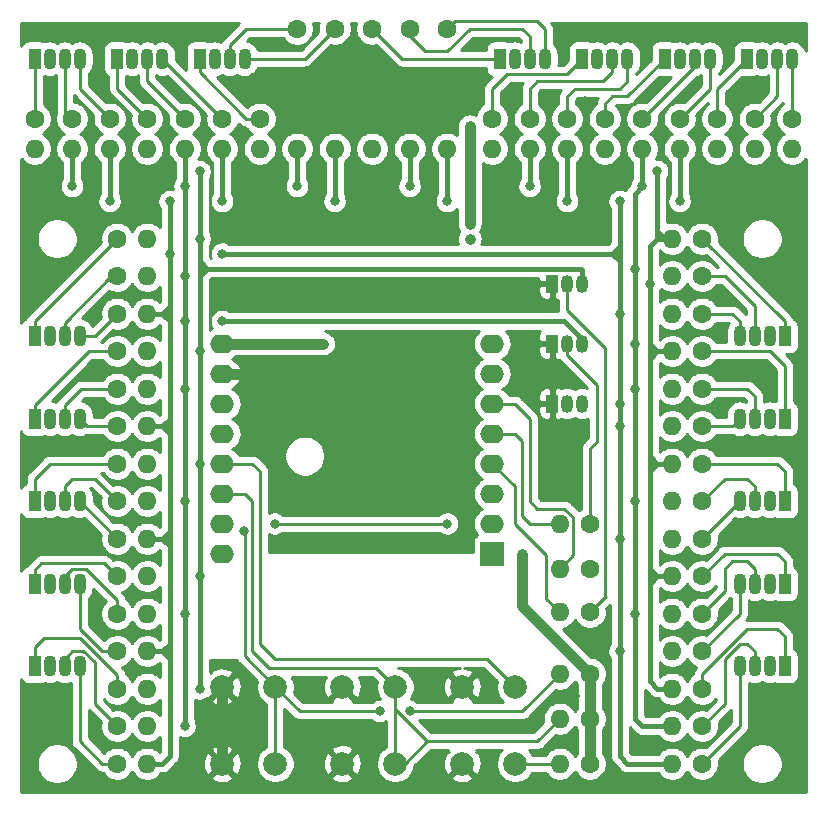
<source format=gbr>
%TF.GenerationSoftware,KiCad,Pcbnew,5.1.10-8.fc34*%
%TF.CreationDate,2021-11-19T15:19:54+01:00*%
%TF.ProjectId,lampe,6c616d70-652e-46b6-9963-61645f706362,rev?*%
%TF.SameCoordinates,Original*%
%TF.FileFunction,Copper,L1,Top*%
%TF.FilePolarity,Positive*%
%FSLAX46Y46*%
G04 Gerber Fmt 4.6, Leading zero omitted, Abs format (unit mm)*
G04 Created by KiCad (PCBNEW 5.1.10-8.fc34) date 2021-11-19 15:19:54*
%MOMM*%
%LPD*%
G01*
G04 APERTURE LIST*
%TA.AperFunction,ComponentPad*%
%ADD10O,1.070000X1.800000*%
%TD*%
%TA.AperFunction,ComponentPad*%
%ADD11R,1.070000X1.800000*%
%TD*%
%TA.AperFunction,ComponentPad*%
%ADD12O,1.600000X1.600000*%
%TD*%
%TA.AperFunction,ComponentPad*%
%ADD13C,1.600000*%
%TD*%
%TA.AperFunction,ComponentPad*%
%ADD14O,2.000000X1.600000*%
%TD*%
%TA.AperFunction,ComponentPad*%
%ADD15R,2.000000X2.000000*%
%TD*%
%TA.AperFunction,ComponentPad*%
%ADD16C,2.000000*%
%TD*%
%TA.AperFunction,ComponentPad*%
%ADD17R,1.050000X1.500000*%
%TD*%
%TA.AperFunction,ComponentPad*%
%ADD18O,1.050000X1.500000*%
%TD*%
%TA.AperFunction,ViaPad*%
%ADD19C,0.800000*%
%TD*%
%TA.AperFunction,Conductor*%
%ADD20C,0.250000*%
%TD*%
%TA.AperFunction,Conductor*%
%ADD21C,0.900000*%
%TD*%
%TA.AperFunction,Conductor*%
%ADD22C,0.400000*%
%TD*%
%TA.AperFunction,Conductor*%
%ADD23C,0.254000*%
%TD*%
%TA.AperFunction,Conductor*%
%ADD24C,0.100000*%
%TD*%
G04 APERTURE END LIST*
D10*
%TO.P,D9,4*%
%TO.N,Net-(D9-Pad4)*%
X252095000Y-138430000D03*
%TO.P,D9,3*%
%TO.N,Net-(D9-Pad3)*%
X253365000Y-138430000D03*
%TO.P,D9,2*%
%TO.N,+5V*%
X254635000Y-138430000D03*
D11*
%TO.P,D9,1*%
%TO.N,Net-(D9-Pad1)*%
X255905000Y-138430000D03*
%TD*%
D10*
%TO.P,D4,4*%
%TO.N,Net-(B4-Pad1)*%
X196215000Y-138430000D03*
%TO.P,D4,3*%
%TO.N,Net-(D4-Pad3)*%
X194945000Y-138430000D03*
%TO.P,D4,2*%
%TO.N,+5V*%
X193675000Y-138430000D03*
D11*
%TO.P,D4,1*%
%TO.N,Net-(D4-Pad1)*%
X192405000Y-138430000D03*
%TD*%
D12*
%TO.P,B14,2*%
%TO.N,/pB*%
X227330000Y-115570000D03*
D13*
%TO.P,B14,1*%
%TO.N,Net-(B14-Pad1)*%
X227330000Y-105410000D03*
%TD*%
D12*
%TO.P,G14,2*%
%TO.N,/pG*%
X224155000Y-115570000D03*
D13*
%TO.P,G14,1*%
%TO.N,Net-(D14-Pad3)*%
X224155000Y-105410000D03*
%TD*%
D12*
%TO.P,R14,2*%
%TO.N,/pR*%
X220980000Y-115570000D03*
D13*
%TO.P,R14,1*%
%TO.N,Net-(D14-Pad1)*%
X220980000Y-105410000D03*
%TD*%
D12*
%TO.P,B13,2*%
%TO.N,/pB*%
X217805000Y-115570000D03*
D13*
%TO.P,B13,1*%
%TO.N,Net-(B13-Pad1)*%
X217805000Y-105410000D03*
%TD*%
D12*
%TO.P,G13,2*%
%TO.N,/pG*%
X214630000Y-115570000D03*
D13*
%TO.P,G13,1*%
%TO.N,Net-(D13-Pad3)*%
X214630000Y-105410000D03*
%TD*%
D10*
%TO.P,D17,4*%
%TO.N,Net-(B17-Pad1)*%
X256540000Y-107950000D03*
%TO.P,D17,3*%
%TO.N,Net-(D17-Pad3)*%
X255270000Y-107950000D03*
%TO.P,D17,2*%
%TO.N,+5V*%
X254000000Y-107950000D03*
D11*
%TO.P,D17,1*%
%TO.N,Net-(D17-Pad1)*%
X252730000Y-107950000D03*
%TD*%
D12*
%TO.P,R5,2*%
%TO.N,/pR*%
X201930000Y-123190000D03*
D13*
%TO.P,R5,1*%
%TO.N,Net-(D5-Pad1)*%
X199390000Y-123190000D03*
%TD*%
D12*
%TO.P,G5,2*%
%TO.N,/pG*%
X201930000Y-126365000D03*
D13*
%TO.P,G5,1*%
%TO.N,Net-(D5-Pad3)*%
X199390000Y-126365000D03*
%TD*%
D10*
%TO.P,D5,4*%
%TO.N,Net-(B5-Pad1)*%
X196215000Y-131445000D03*
%TO.P,D5,3*%
%TO.N,Net-(D5-Pad3)*%
X194945000Y-131445000D03*
%TO.P,D5,2*%
%TO.N,+5V*%
X193675000Y-131445000D03*
D11*
%TO.P,D5,1*%
%TO.N,Net-(D5-Pad1)*%
X192405000Y-131445000D03*
%TD*%
D12*
%TO.P,B5,2*%
%TO.N,/pB*%
X201930000Y-129540000D03*
D13*
%TO.P,B5,1*%
%TO.N,Net-(B5-Pad1)*%
X199390000Y-129540000D03*
%TD*%
D14*
%TO.P,U1,16*%
%TO.N,Net-(U1-Pad16)*%
X208280000Y-149860000D03*
%TO.P,U1,15*%
%TO.N,Net-(U1-Pad15)*%
X208280000Y-147320000D03*
%TO.P,U1,14*%
%TO.N,/iY*%
X208280000Y-144780000D03*
%TO.P,U1,13*%
%TO.N,/iZ*%
X208280000Y-142240000D03*
%TO.P,U1,12*%
%TO.N,Net-(U1-Pad12)*%
X208280000Y-139700000D03*
%TO.P,U1,11*%
%TO.N,Net-(U1-Pad11)*%
X208280000Y-137160000D03*
%TO.P,U1,10*%
%TO.N,GND*%
X208280000Y-134620000D03*
%TO.P,U1,9*%
%TO.N,+5V*%
X208280000Y-132080000D03*
%TO.P,U1,8*%
%TO.N,+3V3*%
X231140000Y-132080000D03*
%TO.P,U1,7*%
%TO.N,Net-(U1-Pad7)*%
X231140000Y-134620000D03*
%TO.P,U1,6*%
%TO.N,/cB*%
X231140000Y-137160000D03*
%TO.P,U1,5*%
%TO.N,/cG*%
X231140000Y-139700000D03*
%TO.P,U1,4*%
%TO.N,/cR*%
X231140000Y-142240000D03*
%TO.P,U1,3*%
%TO.N,Net-(U1-Pad3)*%
X231140000Y-144780000D03*
D15*
%TO.P,U1,1*%
%TO.N,Net-(U1-Pad1)*%
X231140000Y-149860000D03*
D14*
%TO.P,U1,2*%
%TO.N,/iX*%
X231140000Y-147320000D03*
%TD*%
D16*
%TO.P,Z1,1*%
%TO.N,GND*%
X228600000Y-161140000D03*
%TO.P,Z1,2*%
%TO.N,/iZ*%
X233100000Y-161140000D03*
%TO.P,Z1,1*%
%TO.N,GND*%
X228600000Y-167640000D03*
%TO.P,Z1,2*%
%TO.N,/iZ*%
X233100000Y-167640000D03*
%TD*%
%TO.P,Y1,1*%
%TO.N,GND*%
X218440000Y-161140000D03*
%TO.P,Y1,2*%
%TO.N,/iY*%
X222940000Y-161140000D03*
%TO.P,Y1,1*%
%TO.N,GND*%
X218440000Y-167640000D03*
%TO.P,Y1,2*%
%TO.N,/iY*%
X222940000Y-167640000D03*
%TD*%
%TO.P,X1,1*%
%TO.N,GND*%
X208280000Y-161140000D03*
%TO.P,X1,2*%
%TO.N,/iX*%
X212780000Y-161140000D03*
%TO.P,X1,1*%
%TO.N,GND*%
X208280000Y-167640000D03*
%TO.P,X1,2*%
%TO.N,/iX*%
X212780000Y-167640000D03*
%TD*%
D12*
%TO.P,R17,2*%
%TO.N,/pR*%
X250190000Y-115570000D03*
D13*
%TO.P,R17,1*%
%TO.N,Net-(D17-Pad1)*%
X250190000Y-113030000D03*
%TD*%
D12*
%TO.P,R16,2*%
%TO.N,/pR*%
X240665000Y-115570000D03*
D13*
%TO.P,R16,1*%
%TO.N,Net-(D16-Pad1)*%
X240665000Y-113030000D03*
%TD*%
D12*
%TO.P,R15,2*%
%TO.N,/pR*%
X231140000Y-115570000D03*
D13*
%TO.P,R15,1*%
%TO.N,Net-(D15-Pad1)*%
X231140000Y-113030000D03*
%TD*%
D12*
%TO.P,R13,2*%
%TO.N,/pR*%
X211455000Y-115570000D03*
D13*
%TO.P,R13,1*%
%TO.N,Net-(D13-Pad1)*%
X211455000Y-113030000D03*
%TD*%
D12*
%TO.P,R12,2*%
%TO.N,/pR*%
X201930000Y-115570000D03*
D13*
%TO.P,R12,1*%
%TO.N,Net-(D12-Pad1)*%
X201930000Y-113030000D03*
%TD*%
D12*
%TO.P,R11,2*%
%TO.N,/pR*%
X192405000Y-115570000D03*
D13*
%TO.P,R11,1*%
%TO.N,Net-(D11-Pad1)*%
X192405000Y-113030000D03*
%TD*%
D12*
%TO.P,R10,2*%
%TO.N,/pR*%
X246380000Y-123190000D03*
D13*
%TO.P,R10,1*%
%TO.N,Net-(D10-Pad1)*%
X248920000Y-123190000D03*
%TD*%
D12*
%TO.P,R9,2*%
%TO.N,/pR*%
X246380000Y-132715000D03*
D13*
%TO.P,R9,1*%
%TO.N,Net-(D9-Pad1)*%
X248920000Y-132715000D03*
%TD*%
D12*
%TO.P,R8,2*%
%TO.N,/pR*%
X246380000Y-142240000D03*
D13*
%TO.P,R8,1*%
%TO.N,Net-(D8-Pad1)*%
X248920000Y-142240000D03*
%TD*%
D12*
%TO.P,R7,2*%
%TO.N,/pR*%
X246380000Y-151765000D03*
D13*
%TO.P,R7,1*%
%TO.N,Net-(D7-Pad1)*%
X248920000Y-151765000D03*
%TD*%
D12*
%TO.P,R6,2*%
%TO.N,/pR*%
X246380000Y-161290000D03*
D13*
%TO.P,R6,1*%
%TO.N,Net-(D6-Pad1)*%
X248920000Y-161290000D03*
%TD*%
D12*
%TO.P,R4,2*%
%TO.N,/pR*%
X201930000Y-132715000D03*
D13*
%TO.P,R4,1*%
%TO.N,Net-(D4-Pad1)*%
X199390000Y-132715000D03*
%TD*%
D12*
%TO.P,R3,2*%
%TO.N,/pR*%
X201930000Y-142240000D03*
D13*
%TO.P,R3,1*%
%TO.N,Net-(D3-Pad1)*%
X199390000Y-142240000D03*
%TD*%
D12*
%TO.P,R2,2*%
%TO.N,/pR*%
X201930000Y-151765000D03*
D13*
%TO.P,R2,1*%
%TO.N,Net-(D2-Pad1)*%
X199390000Y-151765000D03*
%TD*%
D12*
%TO.P,R1,2*%
%TO.N,/pR*%
X201930000Y-161290000D03*
D13*
%TO.P,R1,1*%
%TO.N,Net-(D1-Pad1)*%
X199390000Y-161290000D03*
%TD*%
D12*
%TO.P,G17,2*%
%TO.N,/pG*%
X253365000Y-115570000D03*
D13*
%TO.P,G17,1*%
%TO.N,Net-(D17-Pad3)*%
X253365000Y-113030000D03*
%TD*%
D12*
%TO.P,G16,2*%
%TO.N,/pG*%
X243840000Y-115570000D03*
D13*
%TO.P,G16,1*%
%TO.N,Net-(D16-Pad3)*%
X243840000Y-113030000D03*
%TD*%
D12*
%TO.P,G15,2*%
%TO.N,/pG*%
X234315000Y-115570000D03*
D13*
%TO.P,G15,1*%
%TO.N,Net-(D15-Pad3)*%
X234315000Y-113030000D03*
%TD*%
D12*
%TO.P,G12,2*%
%TO.N,/pG*%
X205105000Y-115570000D03*
D13*
%TO.P,G12,1*%
%TO.N,Net-(D12-Pad3)*%
X205105000Y-113030000D03*
%TD*%
D12*
%TO.P,G11,2*%
%TO.N,/pG*%
X195580000Y-115570000D03*
D13*
%TO.P,G11,1*%
%TO.N,Net-(D11-Pad3)*%
X195580000Y-113030000D03*
%TD*%
D12*
%TO.P,G10,2*%
%TO.N,/pG*%
X246380000Y-126365000D03*
D13*
%TO.P,G10,1*%
%TO.N,Net-(D10-Pad3)*%
X248920000Y-126365000D03*
%TD*%
D12*
%TO.P,RpG9,2*%
%TO.N,/pG*%
X246380000Y-135890000D03*
D13*
%TO.P,RpG9,1*%
%TO.N,Net-(D9-Pad3)*%
X248920000Y-135890000D03*
%TD*%
D12*
%TO.P,G8,2*%
%TO.N,/pG*%
X246380000Y-145415000D03*
D13*
%TO.P,G8,1*%
%TO.N,Net-(D8-Pad3)*%
X248920000Y-145415000D03*
%TD*%
D12*
%TO.P,G7,2*%
%TO.N,/pG*%
X246380000Y-154940000D03*
D13*
%TO.P,G7,1*%
%TO.N,Net-(D7-Pad3)*%
X248920000Y-154940000D03*
%TD*%
D12*
%TO.P,G6,2*%
%TO.N,/pG*%
X246380000Y-164465000D03*
D13*
%TO.P,G6,1*%
%TO.N,Net-(D6-Pad3)*%
X248920000Y-164465000D03*
%TD*%
D12*
%TO.P,G4,2*%
%TO.N,/pG*%
X201930000Y-135890000D03*
D13*
%TO.P,G4,1*%
%TO.N,Net-(D4-Pad3)*%
X199390000Y-135890000D03*
%TD*%
D12*
%TO.P,G3,2*%
%TO.N,/pG*%
X201930000Y-145415000D03*
D13*
%TO.P,G3,1*%
%TO.N,Net-(D3-Pad3)*%
X199390000Y-145415000D03*
%TD*%
D12*
%TO.P,G2,2*%
%TO.N,/pG*%
X201930000Y-154940000D03*
D13*
%TO.P,G2,1*%
%TO.N,Net-(D2-Pad3)*%
X199390000Y-154940000D03*
%TD*%
D12*
%TO.P,G1,2*%
%TO.N,/pG*%
X201930000Y-164465000D03*
D13*
%TO.P,G1,1*%
%TO.N,Net-(D1-Pad3)*%
X199390000Y-164465000D03*
%TD*%
D12*
%TO.P,B17,2*%
%TO.N,/pB*%
X256540000Y-115570000D03*
D13*
%TO.P,B17,1*%
%TO.N,Net-(B17-Pad1)*%
X256540000Y-113030000D03*
%TD*%
D12*
%TO.P,B16,2*%
%TO.N,/pB*%
X247015000Y-115570000D03*
D13*
%TO.P,B16,1*%
%TO.N,Net-(B16-Pad1)*%
X247015000Y-113030000D03*
%TD*%
D12*
%TO.P,B15,2*%
%TO.N,/pB*%
X237490000Y-115570000D03*
D13*
%TO.P,B15,1*%
%TO.N,Net-(B15-Pad1)*%
X237490000Y-113030000D03*
%TD*%
D12*
%TO.P,B12,2*%
%TO.N,/pB*%
X208280000Y-115570000D03*
D13*
%TO.P,B12,1*%
%TO.N,Net-(B12-Pad1)*%
X208280000Y-113030000D03*
%TD*%
D12*
%TO.P,B11,2*%
%TO.N,/pB*%
X198755000Y-115570000D03*
D13*
%TO.P,B11,1*%
%TO.N,Net-(B11-Pad1)*%
X198755000Y-113030000D03*
%TD*%
D12*
%TO.P,B10,2*%
%TO.N,/pB*%
X246380000Y-129540000D03*
D13*
%TO.P,B10,1*%
%TO.N,Net-(B10-Pad1)*%
X248920000Y-129540000D03*
%TD*%
D12*
%TO.P,RpB9,2*%
%TO.N,/pB*%
X246380000Y-139065000D03*
D13*
%TO.P,RpB9,1*%
%TO.N,Net-(D9-Pad4)*%
X248920000Y-139065000D03*
%TD*%
D12*
%TO.P,B8,2*%
%TO.N,/pB*%
X246380000Y-148590000D03*
D13*
%TO.P,B8,1*%
%TO.N,Net-(B8-Pad1)*%
X248920000Y-148590000D03*
%TD*%
D12*
%TO.P,B7,2*%
%TO.N,/pB*%
X246380000Y-158115000D03*
D13*
%TO.P,B7,1*%
%TO.N,Net-(B7-Pad1)*%
X248920000Y-158115000D03*
%TD*%
D12*
%TO.P,B6,2*%
%TO.N,/pB*%
X246380000Y-167640000D03*
D13*
%TO.P,B6,1*%
%TO.N,Net-(B6-Pad1)*%
X248920000Y-167640000D03*
%TD*%
D12*
%TO.P,B4,2*%
%TO.N,/pB*%
X201930000Y-139065000D03*
D13*
%TO.P,B4,1*%
%TO.N,Net-(B4-Pad1)*%
X199390000Y-139065000D03*
%TD*%
D12*
%TO.P,B3,2*%
%TO.N,/pB*%
X201930000Y-148590000D03*
D13*
%TO.P,B3,1*%
%TO.N,Net-(B3-Pad1)*%
X199390000Y-148590000D03*
%TD*%
D12*
%TO.P,B2,2*%
%TO.N,/pB*%
X201930000Y-158115000D03*
D13*
%TO.P,B2,1*%
%TO.N,Net-(B2-Pad1)*%
X199390000Y-158115000D03*
%TD*%
D12*
%TO.P,B1,2*%
%TO.N,/pB*%
X201930000Y-167640000D03*
D13*
%TO.P,B1,1*%
%TO.N,Net-(B1-Pad1)*%
X199390000Y-167640000D03*
%TD*%
D12*
%TO.P,RZ1,2*%
%TO.N,/iZ*%
X236855000Y-167640000D03*
D13*
%TO.P,RZ1,1*%
%TO.N,+3V3*%
X239395000Y-167640000D03*
%TD*%
D12*
%TO.P,RY1,2*%
%TO.N,/iY*%
X236855000Y-163830000D03*
D13*
%TO.P,RY1,1*%
%TO.N,+3V3*%
X239395000Y-163830000D03*
%TD*%
D12*
%TO.P,RX1,2*%
%TO.N,/iX*%
X236855000Y-160020000D03*
D13*
%TO.P,RX1,1*%
%TO.N,+3V3*%
X239395000Y-160020000D03*
%TD*%
D12*
%TO.P,CR1,2*%
%TO.N,/cR*%
X236855000Y-154813000D03*
D13*
%TO.P,CR1,1*%
%TO.N,Net-(CR1-Pad1)*%
X239395000Y-154813000D03*
%TD*%
D12*
%TO.P,CG1,2*%
%TO.N,/cG*%
X236855000Y-147320000D03*
D13*
%TO.P,CG1,1*%
%TO.N,Net-(CG1-Pad1)*%
X239395000Y-147320000D03*
%TD*%
D12*
%TO.P,CB1,2*%
%TO.N,/cB*%
X236855000Y-151130000D03*
D13*
%TO.P,CB1,1*%
%TO.N,Net-(CB1-Pad1)*%
X239395000Y-151130000D03*
%TD*%
D17*
%TO.P,QR1,1*%
%TO.N,GND*%
X236220000Y-127000000D03*
D18*
%TO.P,QR1,3*%
%TO.N,/pR*%
X238760000Y-127000000D03*
%TO.P,QR1,2*%
%TO.N,Net-(CR1-Pad1)*%
X237490000Y-127000000D03*
%TD*%
D17*
%TO.P,QG1,1*%
%TO.N,GND*%
X236220000Y-132080000D03*
D18*
%TO.P,QG1,3*%
%TO.N,/pG*%
X238760000Y-132080000D03*
%TO.P,QG1,2*%
%TO.N,Net-(CG1-Pad1)*%
X237490000Y-132080000D03*
%TD*%
D17*
%TO.P,QB1,1*%
%TO.N,GND*%
X236220000Y-137160000D03*
D18*
%TO.P,QB1,3*%
%TO.N,/pB*%
X238760000Y-137160000D03*
%TO.P,QB1,2*%
%TO.N,Net-(CB1-Pad1)*%
X237490000Y-137160000D03*
%TD*%
D10*
%TO.P,D16,4*%
%TO.N,Net-(B16-Pad1)*%
X249555000Y-107950000D03*
%TO.P,D16,3*%
%TO.N,Net-(D16-Pad3)*%
X248285000Y-107950000D03*
%TO.P,D16,2*%
%TO.N,+5V*%
X247015000Y-107950000D03*
D11*
%TO.P,D16,1*%
%TO.N,Net-(D16-Pad1)*%
X245745000Y-107950000D03*
%TD*%
D10*
%TO.P,D15,4*%
%TO.N,Net-(B15-Pad1)*%
X242570000Y-107950000D03*
%TO.P,D15,3*%
%TO.N,Net-(D15-Pad3)*%
X241300000Y-107950000D03*
%TO.P,D15,2*%
%TO.N,+5V*%
X240030000Y-107950000D03*
D11*
%TO.P,D15,1*%
%TO.N,Net-(D15-Pad1)*%
X238760000Y-107950000D03*
%TD*%
D10*
%TO.P,D14,4*%
%TO.N,Net-(B14-Pad1)*%
X235585000Y-107950000D03*
%TO.P,D14,3*%
%TO.N,Net-(D14-Pad3)*%
X234315000Y-107950000D03*
%TO.P,D14,2*%
%TO.N,+5V*%
X233045000Y-107950000D03*
D11*
%TO.P,D14,1*%
%TO.N,Net-(D14-Pad1)*%
X231775000Y-107950000D03*
%TD*%
D10*
%TO.P,D13,4*%
%TO.N,Net-(B13-Pad1)*%
X210185000Y-107950000D03*
%TO.P,D13,3*%
%TO.N,Net-(D13-Pad3)*%
X208915000Y-107950000D03*
%TO.P,D13,2*%
%TO.N,+5V*%
X207645000Y-107950000D03*
D11*
%TO.P,D13,1*%
%TO.N,Net-(D13-Pad1)*%
X206375000Y-107950000D03*
%TD*%
D10*
%TO.P,D12,4*%
%TO.N,Net-(B12-Pad1)*%
X203200000Y-107950000D03*
%TO.P,D12,3*%
%TO.N,Net-(D12-Pad3)*%
X201930000Y-107950000D03*
%TO.P,D12,2*%
%TO.N,+5V*%
X200660000Y-107950000D03*
D11*
%TO.P,D12,1*%
%TO.N,Net-(D12-Pad1)*%
X199390000Y-107950000D03*
%TD*%
D10*
%TO.P,D11,4*%
%TO.N,Net-(B11-Pad1)*%
X196215000Y-107950000D03*
%TO.P,D11,3*%
%TO.N,Net-(D11-Pad3)*%
X194945000Y-107950000D03*
%TO.P,D11,2*%
%TO.N,+5V*%
X193675000Y-107950000D03*
D11*
%TO.P,D11,1*%
%TO.N,Net-(D11-Pad1)*%
X192405000Y-107950000D03*
%TD*%
D10*
%TO.P,D10,4*%
%TO.N,Net-(B10-Pad1)*%
X252095000Y-131445000D03*
%TO.P,D10,3*%
%TO.N,Net-(D10-Pad3)*%
X253365000Y-131445000D03*
%TO.P,D10,2*%
%TO.N,+5V*%
X254635000Y-131445000D03*
D11*
%TO.P,D10,1*%
%TO.N,Net-(D10-Pad1)*%
X255905000Y-131445000D03*
%TD*%
D10*
%TO.P,D8,4*%
%TO.N,Net-(B8-Pad1)*%
X252095000Y-145415000D03*
%TO.P,D8,3*%
%TO.N,Net-(D8-Pad3)*%
X253365000Y-145415000D03*
%TO.P,D8,2*%
%TO.N,+5V*%
X254635000Y-145415000D03*
D11*
%TO.P,D8,1*%
%TO.N,Net-(D8-Pad1)*%
X255905000Y-145415000D03*
%TD*%
D10*
%TO.P,D7,4*%
%TO.N,Net-(B7-Pad1)*%
X252095000Y-152400000D03*
%TO.P,D7,3*%
%TO.N,Net-(D7-Pad3)*%
X253365000Y-152400000D03*
%TO.P,D7,2*%
%TO.N,+5V*%
X254635000Y-152400000D03*
D11*
%TO.P,D7,1*%
%TO.N,Net-(D7-Pad1)*%
X255905000Y-152400000D03*
%TD*%
D10*
%TO.P,D6,4*%
%TO.N,Net-(B6-Pad1)*%
X252095000Y-159385000D03*
%TO.P,D6,3*%
%TO.N,Net-(D6-Pad3)*%
X253365000Y-159385000D03*
%TO.P,D6,2*%
%TO.N,+5V*%
X254635000Y-159385000D03*
D11*
%TO.P,D6,1*%
%TO.N,Net-(D6-Pad1)*%
X255905000Y-159385000D03*
%TD*%
D10*
%TO.P,D3,4*%
%TO.N,Net-(B3-Pad1)*%
X196215000Y-145415000D03*
%TO.P,D3,3*%
%TO.N,Net-(D3-Pad3)*%
X194945000Y-145415000D03*
%TO.P,D3,2*%
%TO.N,+5V*%
X193675000Y-145415000D03*
D11*
%TO.P,D3,1*%
%TO.N,Net-(D3-Pad1)*%
X192405000Y-145415000D03*
%TD*%
D10*
%TO.P,D2,4*%
%TO.N,Net-(B2-Pad1)*%
X196215000Y-152400000D03*
%TO.P,D2,3*%
%TO.N,Net-(D2-Pad3)*%
X194945000Y-152400000D03*
%TO.P,D2,2*%
%TO.N,+5V*%
X193675000Y-152400000D03*
D11*
%TO.P,D2,1*%
%TO.N,Net-(D2-Pad1)*%
X192405000Y-152400000D03*
%TD*%
D10*
%TO.P,D1,4*%
%TO.N,Net-(B1-Pad1)*%
X196215000Y-159385000D03*
%TO.P,D1,3*%
%TO.N,Net-(D1-Pad3)*%
X194945000Y-159385000D03*
%TO.P,D1,2*%
%TO.N,+5V*%
X193675000Y-159385000D03*
D11*
%TO.P,D1,1*%
%TO.N,Net-(D1-Pad1)*%
X192405000Y-159385000D03*
%TD*%
D19*
%TO.N,+5V*%
X229235000Y-116205000D03*
X229235000Y-114935000D03*
X229235000Y-113665000D03*
X229235000Y-123190000D03*
X229235000Y-121920000D03*
X216535000Y-132080000D03*
X215265000Y-132080000D03*
X213995000Y-132080000D03*
%TO.N,GND*%
X214630000Y-146050000D03*
X214630000Y-148590000D03*
X214630000Y-134620000D03*
X215900000Y-134620000D03*
X217170000Y-134620000D03*
X225425000Y-131445000D03*
X226695000Y-131445000D03*
X226695000Y-128270000D03*
X225425000Y-128270000D03*
X227965000Y-128270000D03*
X227965000Y-131445000D03*
X208280000Y-164465000D03*
X218440000Y-164465000D03*
X228600000Y-164465000D03*
X229870000Y-164465000D03*
X231140000Y-164465000D03*
X243205000Y-166370000D03*
X244475000Y-162560000D03*
X200660000Y-131064000D03*
X200660000Y-127889000D03*
X200660000Y-134239000D03*
X200660000Y-137541000D03*
X200660000Y-140716000D03*
X200660000Y-147066000D03*
X200660000Y-143891000D03*
X200660000Y-150114000D03*
X200660000Y-166116000D03*
X200660000Y-162941000D03*
X200660000Y-159766000D03*
X200660000Y-156591000D03*
X200660000Y-153289000D03*
X211963000Y-128016000D03*
X213233000Y-128016000D03*
X214503000Y-128016000D03*
X207899000Y-127381000D03*
X255016000Y-118237000D03*
X251714000Y-117221000D03*
X247523000Y-124841000D03*
X247650000Y-127889000D03*
X247650000Y-131191000D03*
X247523000Y-134239000D03*
X247650000Y-137414000D03*
X247650000Y-150114000D03*
X247523000Y-153416000D03*
X247650000Y-156464000D03*
X247650000Y-159766000D03*
X247650000Y-166116000D03*
X247650000Y-162687000D03*
X237998000Y-165735000D03*
X238125000Y-161925000D03*
X227838000Y-123063000D03*
X210820000Y-123190000D03*
X217678000Y-123063000D03*
X218948000Y-123063000D03*
X220218000Y-123063000D03*
X238760000Y-123190000D03*
X237490000Y-123190000D03*
X236220000Y-123190000D03*
X232664000Y-111379000D03*
X235966000Y-111379000D03*
X239014000Y-111506000D03*
X251841000Y-111506000D03*
X219456000Y-107315000D03*
X217805000Y-108204000D03*
X220980000Y-108204000D03*
X212344000Y-106680000D03*
X204724000Y-105918000D03*
X197739000Y-106045000D03*
X192913000Y-119888000D03*
X219329000Y-112014000D03*
X217805000Y-112014000D03*
X220726000Y-112014000D03*
X251079000Y-105918000D03*
X244094000Y-106045000D03*
X229743000Y-106680000D03*
X224155000Y-146050000D03*
X227012500Y-148907500D03*
%TO.N,/pB*%
X241935000Y-137160000D03*
X208280000Y-124460000D03*
X203835000Y-124460000D03*
X241935000Y-129540000D03*
X241935000Y-139065000D03*
X241935000Y-148590000D03*
X241935000Y-158115000D03*
X198755000Y-120015000D03*
X208280000Y-120015000D03*
X217805000Y-120015000D03*
X227330000Y-120015000D03*
X237490000Y-120015000D03*
X247015000Y-120015000D03*
X203835000Y-120015000D03*
X241935000Y-120015000D03*
%TO.N,/pG*%
X243205000Y-132080000D03*
X208280000Y-130175000D03*
X205105000Y-130175000D03*
X205105000Y-126365000D03*
X205105000Y-135890000D03*
X205105000Y-145415000D03*
X205105000Y-154940000D03*
X205105000Y-164465000D03*
X243205000Y-125730000D03*
X243205000Y-135890000D03*
X243205000Y-145415000D03*
X243205000Y-154940000D03*
X195580000Y-118745000D03*
X205105000Y-118745000D03*
X214630000Y-118745000D03*
X224155000Y-118745000D03*
X234315000Y-118745000D03*
X243840000Y-118745000D03*
%TO.N,/pR*%
X244475000Y-127000000D03*
X206375000Y-142240000D03*
X206375000Y-151765000D03*
X206375000Y-132715000D03*
X206375000Y-123190000D03*
X206375000Y-161290000D03*
X206375000Y-117475000D03*
X245110000Y-117475000D03*
%TO.N,+3V3*%
X233680000Y-149860000D03*
%TO.N,/iX*%
X210095000Y-147955000D03*
X221615000Y-163195000D03*
X224155000Y-163195000D03*
X227330000Y-147320000D03*
X212725000Y-147320000D03*
%TD*%
D20*
%TO.N,Net-(D1-Pad3)*%
X199390000Y-164465000D02*
X197485000Y-162560000D01*
X197485000Y-159073763D02*
X196526237Y-158115000D01*
X197485000Y-162560000D02*
X197485000Y-159073763D01*
X196526237Y-158115000D02*
X195580000Y-158115000D01*
X194945000Y-158750000D02*
X194945000Y-159385000D01*
X195580000Y-158115000D02*
X194945000Y-158750000D01*
D21*
%TO.N,+5V*%
X229235000Y-113665000D02*
X229235000Y-121285000D01*
X229235000Y-121285000D02*
X229235000Y-121920000D01*
X229235000Y-123190000D02*
X229235000Y-123190000D01*
X216819002Y-132080000D02*
X216535000Y-132080000D01*
X216535000Y-132080000D02*
X215265000Y-132080000D01*
X215265000Y-132080000D02*
X213995000Y-132080000D01*
X213995000Y-132080000D02*
X208280000Y-132080000D01*
D20*
%TO.N,Net-(D1-Pad1)*%
X199390000Y-160158630D02*
X196215000Y-156983630D01*
X199390000Y-161290000D02*
X199390000Y-160158630D01*
X196215000Y-156983630D02*
X193178630Y-156983630D01*
X193178630Y-156983630D02*
X192405000Y-157757260D01*
X192405000Y-157757260D02*
X192405000Y-159385000D01*
%TO.N,Net-(D2-Pad3)*%
X199390000Y-153808630D02*
X196711370Y-151130000D01*
X199390000Y-154940000D02*
X199390000Y-153808630D01*
X196711370Y-151130000D02*
X195580000Y-151130000D01*
X194945000Y-151765000D02*
X194945000Y-152400000D01*
X195580000Y-151130000D02*
X194945000Y-151765000D01*
%TO.N,Net-(D2-Pad1)*%
X192405000Y-151250000D02*
X192405000Y-152400000D01*
X192975009Y-150679991D02*
X192405000Y-151250000D01*
X198304991Y-150679991D02*
X192975009Y-150679991D01*
X199390000Y-151765000D02*
X198304991Y-150679991D01*
%TO.N,Net-(D3-Pad3)*%
X199390000Y-145415000D02*
X197485000Y-143510000D01*
X197485000Y-143510000D02*
X195580000Y-143510000D01*
X195580000Y-143510000D02*
X194945000Y-144145000D01*
X194945000Y-144145000D02*
X194945000Y-145415000D01*
%TO.N,Net-(D3-Pad1)*%
X192405000Y-145415000D02*
X192405000Y-143510000D01*
X193675000Y-142240000D02*
X199390000Y-142240000D01*
X192405000Y-143510000D02*
X193675000Y-142240000D01*
%TO.N,Net-(D4-Pad3)*%
X196335000Y-135890000D02*
X199390000Y-135890000D01*
X194945000Y-137280000D02*
X196335000Y-135890000D01*
X194945000Y-138430000D02*
X194945000Y-137280000D01*
%TO.N,Net-(D4-Pad1)*%
X196970000Y-132715000D02*
X199390000Y-132715000D01*
X192405000Y-137280000D02*
X196970000Y-132715000D01*
X192405000Y-138430000D02*
X192405000Y-137280000D01*
%TO.N,Net-(D5-Pad3)*%
X198875000Y-126365000D02*
X199390000Y-126365000D01*
X194945000Y-130295000D02*
X198875000Y-126365000D01*
X194945000Y-131445000D02*
X194945000Y-130295000D01*
%TO.N,Net-(D5-Pad1)*%
X192405000Y-130175000D02*
X199390000Y-123190000D01*
X192405000Y-131445000D02*
X192405000Y-130175000D01*
%TO.N,Net-(D6-Pad3)*%
X253365000Y-158115000D02*
X253365000Y-159385000D01*
X252730000Y-157480000D02*
X253365000Y-158115000D01*
X252096410Y-157480000D02*
X252730000Y-157480000D01*
X250825000Y-158751410D02*
X252096410Y-157480000D01*
X250825000Y-162560000D02*
X250825000Y-158751410D01*
X248920000Y-164465000D02*
X250825000Y-162560000D01*
%TO.N,Net-(D6-Pad1)*%
X255905000Y-156845000D02*
X255905000Y-159385000D01*
X255270000Y-156210000D02*
X255905000Y-156845000D01*
X252730000Y-156210000D02*
X255270000Y-156210000D01*
X248920000Y-160020000D02*
X252730000Y-156210000D01*
X248920000Y-161290000D02*
X248920000Y-160020000D01*
%TO.N,Net-(D7-Pad3)*%
X248920000Y-154940000D02*
X250825000Y-153035000D01*
X250825000Y-153035000D02*
X250825000Y-151130000D01*
X250825000Y-151130000D02*
X251460000Y-150495000D01*
X251460000Y-150495000D02*
X252730000Y-150495000D01*
X253365000Y-151130000D02*
X253365000Y-152400000D01*
X252730000Y-150495000D02*
X253365000Y-151130000D01*
%TO.N,Net-(D7-Pad1)*%
X248920000Y-151765000D02*
X250825000Y-149860000D01*
X250825000Y-149860000D02*
X255270000Y-149860000D01*
X255270000Y-149860000D02*
X255905000Y-150495000D01*
X255905000Y-150495000D02*
X255905000Y-152400000D01*
%TO.N,Net-(D8-Pad3)*%
X248920000Y-145415000D02*
X250825000Y-143510000D01*
X250825000Y-143510000D02*
X252730000Y-143510000D01*
X252730000Y-143510000D02*
X253365000Y-144145000D01*
X253365000Y-144145000D02*
X253365000Y-145415000D01*
%TO.N,Net-(D8-Pad1)*%
X248920000Y-142240000D02*
X255270000Y-142240000D01*
X255270000Y-142240000D02*
X255905000Y-142875000D01*
X255905000Y-142875000D02*
X255905000Y-145415000D01*
%TO.N,Net-(D9-Pad4)*%
X251460000Y-139065000D02*
X252095000Y-138430000D01*
X248920000Y-139065000D02*
X251460000Y-139065000D01*
%TO.N,Net-(D9-Pad3)*%
X248920000Y-135890000D02*
X252730000Y-135890000D01*
X253365000Y-136525000D02*
X253365000Y-138430000D01*
X252730000Y-135890000D02*
X253365000Y-136525000D01*
%TO.N,Net-(D9-Pad1)*%
X248920000Y-132715000D02*
X254635000Y-132715000D01*
X255905000Y-133985000D02*
X255905000Y-138430000D01*
X254635000Y-132715000D02*
X255905000Y-133985000D01*
%TO.N,Net-(D10-Pad3)*%
X248920000Y-126365000D02*
X250825000Y-126365000D01*
X253365000Y-128905000D02*
X253365000Y-131445000D01*
X250825000Y-126365000D02*
X253365000Y-128905000D01*
%TO.N,Net-(D10-Pad1)*%
X255905000Y-130175000D02*
X255905000Y-131445000D01*
X248920000Y-123190000D02*
X255905000Y-130175000D01*
%TO.N,Net-(D11-Pad3)*%
X194945000Y-112395000D02*
X194945000Y-107950000D01*
X195580000Y-113030000D02*
X194945000Y-112395000D01*
%TO.N,Net-(D11-Pad1)*%
X192405000Y-113030000D02*
X192405000Y-107950000D01*
%TO.N,Net-(D12-Pad3)*%
X201930000Y-109855000D02*
X201930000Y-107950000D01*
X205105000Y-113030000D02*
X201930000Y-109855000D01*
%TO.N,Net-(D12-Pad1)*%
X199390000Y-110490000D02*
X199390000Y-107950000D01*
X201930000Y-113030000D02*
X199390000Y-110490000D01*
%TO.N,Net-(D13-Pad3)*%
X208915000Y-106800000D02*
X208915000Y-107950000D01*
X210305000Y-105410000D02*
X208915000Y-106800000D01*
X214630000Y-105410000D02*
X210305000Y-105410000D01*
%TO.N,Net-(D13-Pad1)*%
X206375000Y-109081370D02*
X206375000Y-107950000D01*
X210323630Y-113030000D02*
X206375000Y-109081370D01*
X211455000Y-113030000D02*
X210323630Y-113030000D01*
%TO.N,Net-(D14-Pad3)*%
X234315000Y-107950000D02*
X234315000Y-106045000D01*
X234315000Y-106045000D02*
X233680000Y-105410000D01*
X233680000Y-105410000D02*
X229235000Y-105410000D01*
X229235000Y-105410000D02*
X227330000Y-107315000D01*
X227330000Y-107315000D02*
X225425000Y-107315000D01*
X225425000Y-107315000D02*
X224155000Y-106045000D01*
X224155000Y-106045000D02*
X224155000Y-105410000D01*
%TO.N,Net-(D14-Pad1)*%
X223520000Y-107950000D02*
X231775000Y-107950000D01*
X220980000Y-105410000D02*
X223520000Y-107950000D01*
%TO.N,Net-(D15-Pad3)*%
X234315000Y-113030000D02*
X234315000Y-110490000D01*
X234315000Y-110490000D02*
X234950000Y-109855000D01*
X241300000Y-109100000D02*
X241300000Y-107950000D01*
X240545000Y-109855000D02*
X241300000Y-109100000D01*
X234950000Y-109855000D02*
X240545000Y-109855000D01*
%TO.N,Net-(D15-Pad1)*%
X231140000Y-113030000D02*
X231140000Y-110490000D01*
X231140000Y-110490000D02*
X232410000Y-109220000D01*
X237490000Y-109220000D02*
X238760000Y-107950000D01*
X232410000Y-109220000D02*
X237490000Y-109220000D01*
%TO.N,Net-(D16-Pad3)*%
X248285000Y-108585000D02*
X248285000Y-107950000D01*
X243840000Y-113030000D02*
X248285000Y-108585000D01*
%TO.N,Net-(D16-Pad1)*%
X240665000Y-113030000D02*
X240665000Y-111760000D01*
X240665000Y-111760000D02*
X241300000Y-111125000D01*
X241300000Y-111125000D02*
X242570000Y-111125000D01*
X242570000Y-111125000D02*
X245745000Y-107950000D01*
%TO.N,Net-(D17-Pad3)*%
X255270000Y-111125000D02*
X255270000Y-107950000D01*
X253365000Y-113030000D02*
X255270000Y-111125000D01*
%TO.N,Net-(D17-Pad1)*%
X250190000Y-110490000D02*
X252730000Y-107950000D01*
X250190000Y-113030000D02*
X250190000Y-110490000D01*
D21*
%TO.N,GND*%
X214630000Y-134620000D02*
X215900000Y-134620000D01*
X215900000Y-134620000D02*
X217170000Y-134620000D01*
X217170000Y-134620000D02*
X217170000Y-134620000D01*
X208280000Y-134620000D02*
X217170000Y-134620000D01*
X208280000Y-161140000D02*
X208280000Y-167640000D01*
X212217000Y-128270000D02*
X211963000Y-128016000D01*
X227965000Y-128270000D02*
X212217000Y-128270000D01*
D22*
%TO.N,/pB*%
X241935000Y-125095000D02*
X241300000Y-124460000D01*
X241935000Y-137160000D02*
X241935000Y-129540000D01*
X241300000Y-124460000D02*
X208280000Y-124460000D01*
X203835000Y-167005000D02*
X203200000Y-167640000D01*
X203200000Y-167640000D02*
X201930000Y-167640000D01*
X203835000Y-157480000D02*
X203200000Y-158115000D01*
X203200000Y-158115000D02*
X203835000Y-158115000D01*
X201930000Y-158115000D02*
X203200000Y-158115000D01*
X203835000Y-157480000D02*
X203835000Y-158115000D01*
X203200000Y-158115000D02*
X203835000Y-158750000D01*
X203835000Y-158750000D02*
X203835000Y-167005000D01*
X203835000Y-158115000D02*
X203835000Y-158750000D01*
X203835000Y-147955000D02*
X203200000Y-148590000D01*
X203200000Y-148590000D02*
X203835000Y-148590000D01*
X201930000Y-148590000D02*
X203200000Y-148590000D01*
X203835000Y-147955000D02*
X203835000Y-148590000D01*
X203200000Y-148590000D02*
X203835000Y-149225000D01*
X203835000Y-149225000D02*
X203835000Y-157480000D01*
X203835000Y-148590000D02*
X203835000Y-149225000D01*
X203835000Y-138430000D02*
X203200000Y-139065000D01*
X203200000Y-139065000D02*
X203835000Y-139065000D01*
X201930000Y-139065000D02*
X203200000Y-139065000D01*
X203835000Y-138430000D02*
X203835000Y-139065000D01*
X203200000Y-139065000D02*
X203835000Y-139700000D01*
X203835000Y-139700000D02*
X203835000Y-147955000D01*
X203835000Y-139065000D02*
X203835000Y-139700000D01*
X241935000Y-137160000D02*
X241935000Y-139065000D01*
X241935000Y-129540000D02*
X241935000Y-125095000D01*
X241935000Y-139065000D02*
X241935000Y-148590000D01*
X241935000Y-148590000D02*
X241935000Y-158115000D01*
X242570000Y-167640000D02*
X241935000Y-167005000D01*
X246380000Y-167640000D02*
X242570000Y-167640000D01*
X241935000Y-158115000D02*
X241935000Y-167005000D01*
X203835000Y-124460000D02*
X203835000Y-122555000D01*
X198755000Y-120015000D02*
X198755000Y-115570000D01*
X208280000Y-120015000D02*
X208280000Y-115570000D01*
X217805000Y-120015000D02*
X217805000Y-115570000D01*
X203835000Y-122555000D02*
X203835000Y-120015000D01*
X203835000Y-120015000D02*
X203835000Y-120015000D01*
X227330000Y-120015000D02*
X227330000Y-115570000D01*
X237490000Y-120015000D02*
X237490000Y-115570000D01*
X247015000Y-120015000D02*
X247015000Y-115570000D01*
X241935000Y-123190000D02*
X241935000Y-120015000D01*
X241935000Y-120015000D02*
X241935000Y-120015000D01*
X241935000Y-123825000D02*
X241300000Y-124460000D01*
X241935000Y-123825000D02*
X241935000Y-123190000D01*
X241300000Y-124460000D02*
X241935000Y-124460000D01*
X241935000Y-124460000D02*
X241935000Y-123825000D01*
X241935000Y-125095000D02*
X241935000Y-124460000D01*
X203835000Y-128905000D02*
X203200000Y-129540000D01*
X203200000Y-129540000D02*
X203835000Y-129540000D01*
X201930000Y-129540000D02*
X203200000Y-129540000D01*
X203835000Y-124460000D02*
X203835000Y-128905000D01*
X203835000Y-128905000D02*
X203835000Y-129540000D01*
X203200000Y-129540000D02*
X203835000Y-130175000D01*
X203835000Y-130175000D02*
X203835000Y-138430000D01*
X203835000Y-129540000D02*
X203835000Y-130175000D01*
%TO.N,/pG*%
X243205000Y-132080000D02*
X243205000Y-125730000D01*
X238760000Y-131675417D02*
X237259583Y-130175000D01*
X238760000Y-132080000D02*
X238760000Y-131675417D01*
X237259583Y-130175000D02*
X208280000Y-130175000D01*
X208280000Y-130175000D02*
X208280000Y-130175000D01*
X205105000Y-130175000D02*
X205105000Y-135890000D01*
X205105000Y-126365000D02*
X205105000Y-130175000D01*
X205105000Y-135890000D02*
X205105000Y-145415000D01*
X205105000Y-145415000D02*
X205105000Y-154940000D01*
X205105000Y-154940000D02*
X205105000Y-164465000D01*
X205105000Y-164465000D02*
X205105000Y-164465000D01*
X243205000Y-132080000D02*
X243205000Y-135890000D01*
X243205000Y-135890000D02*
X243205000Y-145415000D01*
X243205000Y-145415000D02*
X243205000Y-154940000D01*
X243840000Y-164465000D02*
X243205000Y-163830000D01*
X246380000Y-164465000D02*
X243840000Y-164465000D01*
X243205000Y-154940000D02*
X243205000Y-163830000D01*
X205105000Y-118745000D02*
X205105000Y-118745000D01*
X205105000Y-121920000D02*
X205105000Y-121920000D01*
X195580000Y-118745000D02*
X195580000Y-115570000D01*
X205105000Y-121920000D02*
X205105000Y-118745000D01*
X205105000Y-126365000D02*
X205105000Y-121920000D01*
X205105000Y-118745000D02*
X205105000Y-115570000D01*
X214630000Y-118745000D02*
X214630000Y-115570000D01*
X224155000Y-118745000D02*
X224155000Y-115570000D01*
X234315000Y-118745000D02*
X234315000Y-115570000D01*
X243840000Y-118745000D02*
X243840000Y-115570000D01*
X243205000Y-119380000D02*
X243840000Y-118745000D01*
X243205000Y-125730000D02*
X243205000Y-119380000D01*
%TO.N,/pR*%
X206375000Y-146685000D02*
X206375000Y-151765000D01*
X244475000Y-127000000D02*
X244475000Y-123825000D01*
X238760000Y-125850000D02*
X238640000Y-125730000D01*
X238760000Y-127000000D02*
X238760000Y-125850000D01*
X206375000Y-125730000D02*
X206375000Y-132715000D01*
X207010000Y-125730000D02*
X206375000Y-125095000D01*
X206375000Y-125095000D02*
X206375000Y-125730000D01*
X206375000Y-123190000D02*
X206375000Y-123190000D01*
X238640000Y-125730000D02*
X207010000Y-125730000D01*
X207010000Y-125730000D02*
X206375000Y-125730000D01*
X207010000Y-125730000D02*
X206375000Y-126365000D01*
X206375000Y-142240000D02*
X206375000Y-146685000D01*
X206375000Y-151765000D02*
X206375000Y-161290000D01*
X206375000Y-132715000D02*
X206375000Y-142240000D01*
X206375000Y-123190000D02*
X206375000Y-125095000D01*
X206375000Y-161290000D02*
X206375000Y-161290000D01*
X246380000Y-123190000D02*
X245110000Y-123190000D01*
X245110000Y-161290000D02*
X244475000Y-160655000D01*
X246380000Y-161290000D02*
X245110000Y-161290000D01*
X244475000Y-151130000D02*
X244475000Y-151765000D01*
X245110000Y-151765000D02*
X244475000Y-151130000D01*
X246380000Y-151765000D02*
X245110000Y-151765000D01*
X245110000Y-151765000D02*
X244475000Y-151765000D01*
X245110000Y-151765000D02*
X244475000Y-152400000D01*
X244475000Y-152400000D02*
X244475000Y-160655000D01*
X244475000Y-151765000D02*
X244475000Y-152400000D01*
X244475000Y-141605000D02*
X244475000Y-142240000D01*
X246380000Y-142240000D02*
X245110000Y-142240000D01*
X245110000Y-142240000D02*
X244475000Y-141605000D01*
X245110000Y-142240000D02*
X244475000Y-142240000D01*
X244475000Y-142875000D02*
X244475000Y-151130000D01*
X245110000Y-142240000D02*
X244475000Y-142875000D01*
X244475000Y-142240000D02*
X244475000Y-142875000D01*
X244475000Y-132080000D02*
X244475000Y-132715000D01*
X244475000Y-127000000D02*
X244475000Y-132080000D01*
X245110000Y-132715000D02*
X244475000Y-132080000D01*
X246380000Y-132715000D02*
X245110000Y-132715000D01*
X245110000Y-132715000D02*
X244475000Y-132715000D01*
X245110000Y-132715000D02*
X244475000Y-133350000D01*
X244475000Y-133350000D02*
X244475000Y-141605000D01*
X244475000Y-132715000D02*
X244475000Y-133350000D01*
X206375000Y-123190000D02*
X206375000Y-117475000D01*
X245110000Y-123190000D02*
X244475000Y-123825000D01*
X245745000Y-123190000D02*
X245110000Y-122555000D01*
X246380000Y-123190000D02*
X245745000Y-123190000D01*
X245110000Y-122555000D02*
X245110000Y-123190000D01*
X245110000Y-117475000D02*
X245110000Y-122555000D01*
D20*
%TO.N,/cB*%
X237980001Y-150004999D02*
X236855000Y-151130000D01*
X237980001Y-146779999D02*
X237980001Y-150004999D01*
X237250002Y-146050000D02*
X237980001Y-146779999D01*
X234950000Y-146050000D02*
X237250002Y-146050000D01*
X234315000Y-138430000D02*
X234315000Y-145415000D01*
X234315000Y-145415000D02*
X234950000Y-146050000D01*
X233045000Y-137160000D02*
X234315000Y-138430000D01*
X231140000Y-137160000D02*
X233045000Y-137160000D01*
%TO.N,/cG*%
X233680000Y-140335000D02*
X233045000Y-139700000D01*
X233045000Y-139700000D02*
X231140000Y-139700000D01*
X233680000Y-146685000D02*
X233680000Y-140335000D01*
X234315000Y-147320000D02*
X233680000Y-146685000D01*
X236855000Y-147320000D02*
X234315000Y-147320000D01*
%TO.N,/cR*%
X231140000Y-142240000D02*
X233045000Y-144145000D01*
X235729999Y-153687999D02*
X235729999Y-150004999D01*
X236855000Y-154813000D02*
X235729999Y-153687999D01*
X235729999Y-150004999D02*
X233045000Y-147320000D01*
X233045000Y-144145000D02*
X233045000Y-147320000D01*
D21*
%TO.N,+3V3*%
X239395000Y-160020000D02*
X239395000Y-167640000D01*
X239395000Y-160020000D02*
X233680000Y-154305000D01*
X233680000Y-154305000D02*
X233680000Y-149860000D01*
X233680000Y-149860000D02*
X233680000Y-149860000D01*
D20*
%TO.N,Net-(B1-Pad1)*%
X199390000Y-167640000D02*
X198120000Y-167640000D01*
X198120000Y-167640000D02*
X196215000Y-165735000D01*
X196215000Y-165735000D02*
X196215000Y-159385000D01*
%TO.N,Net-(B2-Pad1)*%
X199390000Y-158115000D02*
X198120000Y-158115000D01*
X196215000Y-156210000D02*
X196215000Y-152400000D01*
X198120000Y-158115000D02*
X196215000Y-156210000D01*
%TO.N,Net-(B3-Pad1)*%
X199390000Y-148590000D02*
X196215000Y-145415000D01*
%TO.N,Net-(B4-Pad1)*%
X196850000Y-139065000D02*
X196215000Y-138430000D01*
X199390000Y-139065000D02*
X196850000Y-139065000D01*
%TO.N,Net-(B5-Pad1)*%
X197485000Y-131445000D02*
X199390000Y-129540000D01*
X196215000Y-131445000D02*
X197485000Y-131445000D01*
%TO.N,Net-(B6-Pad1)*%
X252095000Y-164465000D02*
X252095000Y-159385000D01*
X248920000Y-167640000D02*
X252095000Y-164465000D01*
%TO.N,Net-(B7-Pad1)*%
X252095000Y-154940000D02*
X252095000Y-152400000D01*
X248920000Y-158115000D02*
X252095000Y-154940000D01*
%TO.N,Net-(B8-Pad1)*%
X248920000Y-148590000D02*
X252095000Y-145415000D01*
%TO.N,Net-(B10-Pad1)*%
X248920000Y-129540000D02*
X251460000Y-129540000D01*
X252095000Y-130175000D02*
X252095000Y-131445000D01*
X251460000Y-129540000D02*
X252095000Y-130175000D01*
%TO.N,Net-(B11-Pad1)*%
X198755000Y-113030000D02*
X196215000Y-110490000D01*
X196215000Y-110490000D02*
X196215000Y-107950000D01*
%TO.N,Net-(B12-Pad1)*%
X208280000Y-113030000D02*
X203200000Y-107950000D01*
%TO.N,Net-(B13-Pad1)*%
X215265000Y-107950000D02*
X217805000Y-105410000D01*
X210185000Y-107950000D02*
X215265000Y-107950000D01*
%TO.N,Net-(B14-Pad1)*%
X227330000Y-105410000D02*
X227965000Y-104775000D01*
X227965000Y-104775000D02*
X234950000Y-104775000D01*
X234950000Y-104775000D02*
X235585000Y-105410000D01*
X235585000Y-105410000D02*
X235585000Y-107950000D01*
%TO.N,Net-(B15-Pad1)*%
X237490000Y-113030000D02*
X237490000Y-111125000D01*
X237490000Y-111125000D02*
X238125000Y-110490000D01*
X238125000Y-110490000D02*
X241935000Y-110490000D01*
X241935000Y-110490000D02*
X242570000Y-109855000D01*
X242570000Y-109855000D02*
X242570000Y-107950000D01*
%TO.N,Net-(B16-Pad1)*%
X249555000Y-110490000D02*
X249555000Y-107950000D01*
X247015000Y-113030000D02*
X249555000Y-110490000D01*
%TO.N,Net-(B17-Pad1)*%
X256540000Y-113030000D02*
X256540000Y-107950000D01*
%TO.N,/iX*%
X212780000Y-167640000D02*
X212780000Y-161140000D01*
X212780000Y-161140000D02*
X210185000Y-158545000D01*
X210185000Y-158545000D02*
X210185000Y-147955000D01*
X212780000Y-161140000D02*
X214835000Y-163195000D01*
X214835000Y-163195000D02*
X221615000Y-163195000D01*
X233680000Y-163195000D02*
X236855000Y-160020000D01*
X224155000Y-163195000D02*
X233680000Y-163195000D01*
X227330000Y-147320000D02*
X212725000Y-147320000D01*
%TO.N,/iY*%
X221314999Y-159514999D02*
X212219999Y-159514999D01*
X222940000Y-161140000D02*
X221314999Y-159514999D01*
X212219999Y-159514999D02*
X210820000Y-158115000D01*
X210820000Y-158115000D02*
X210820000Y-147953590D01*
X210185000Y-144780000D02*
X210820000Y-145415000D01*
X208280000Y-144780000D02*
X210185000Y-144780000D01*
X210820000Y-147953590D02*
X210820000Y-145415000D01*
X222940000Y-163053002D02*
X222940000Y-162615000D01*
X234950000Y-165735000D02*
X225621998Y-165735000D01*
X236855000Y-163830000D02*
X234950000Y-165735000D01*
X222940000Y-162615000D02*
X222940000Y-161140000D01*
X225621998Y-165735000D02*
X222940000Y-163053002D01*
X222940000Y-167640000D02*
X222940000Y-162615000D01*
X223716998Y-167640000D02*
X225621998Y-165735000D01*
X222940000Y-167640000D02*
X223716998Y-167640000D01*
%TO.N,/iZ*%
X233100000Y-161140000D02*
X230710000Y-158750000D01*
X230710000Y-158750000D02*
X212725000Y-158750000D01*
X212725000Y-158750000D02*
X211455000Y-157480000D01*
X210820000Y-142240000D02*
X211455000Y-142875000D01*
X208280000Y-142240000D02*
X210820000Y-142240000D01*
X211455000Y-157480000D02*
X211455000Y-142875000D01*
X233100000Y-167640000D02*
X236855000Y-167640000D01*
%TO.N,Net-(CG1-Pad1)*%
X237490000Y-133080000D02*
X240030000Y-135620000D01*
X237490000Y-132080000D02*
X237490000Y-133080000D01*
X240030000Y-135620000D02*
X240030000Y-140335000D01*
X240030000Y-140335000D02*
X239395000Y-140970000D01*
X239395000Y-140970000D02*
X239395000Y-147320000D01*
%TO.N,Net-(CR1-Pad1)*%
X237490000Y-129241483D02*
X240665000Y-132416483D01*
X237490000Y-127000000D02*
X237490000Y-129241483D01*
X240665000Y-132416483D02*
X240665000Y-137160000D01*
X240665000Y-137160000D02*
X240665000Y-140336410D01*
X239395000Y-154813000D02*
X240665000Y-153543000D01*
X240665000Y-153543000D02*
X240665000Y-140335000D01*
X240665000Y-153543000D02*
X240792000Y-153543000D01*
%TD*%
D23*
%TO.N,GND*%
X254510000Y-110810198D02*
X253688886Y-111631312D01*
X253506335Y-111595000D01*
X253223665Y-111595000D01*
X252946426Y-111650147D01*
X252685273Y-111758320D01*
X252450241Y-111915363D01*
X252250363Y-112115241D01*
X252093320Y-112350273D01*
X251985147Y-112611426D01*
X251930000Y-112888665D01*
X251930000Y-113171335D01*
X251985147Y-113448574D01*
X252093320Y-113709727D01*
X252250363Y-113944759D01*
X252450241Y-114144637D01*
X252682759Y-114300000D01*
X252450241Y-114455363D01*
X252250363Y-114655241D01*
X252093320Y-114890273D01*
X251985147Y-115151426D01*
X251930000Y-115428665D01*
X251930000Y-115711335D01*
X251985147Y-115988574D01*
X252093320Y-116249727D01*
X252250363Y-116484759D01*
X252450241Y-116684637D01*
X252685273Y-116841680D01*
X252946426Y-116949853D01*
X253223665Y-117005000D01*
X253506335Y-117005000D01*
X253783574Y-116949853D01*
X254044727Y-116841680D01*
X254279759Y-116684637D01*
X254479637Y-116484759D01*
X254636680Y-116249727D01*
X254744853Y-115988574D01*
X254800000Y-115711335D01*
X254800000Y-115428665D01*
X254744853Y-115151426D01*
X254636680Y-114890273D01*
X254479637Y-114655241D01*
X254279759Y-114455363D01*
X254047241Y-114300000D01*
X254279759Y-114144637D01*
X254479637Y-113944759D01*
X254636680Y-113709727D01*
X254744853Y-113448574D01*
X254800000Y-113171335D01*
X254800000Y-112888665D01*
X254763688Y-112706114D01*
X255780000Y-111689802D01*
X255780000Y-111811956D01*
X255625241Y-111915363D01*
X255425363Y-112115241D01*
X255268320Y-112350273D01*
X255160147Y-112611426D01*
X255105000Y-112888665D01*
X255105000Y-113171335D01*
X255160147Y-113448574D01*
X255268320Y-113709727D01*
X255425363Y-113944759D01*
X255625241Y-114144637D01*
X255857759Y-114300000D01*
X255625241Y-114455363D01*
X255425363Y-114655241D01*
X255268320Y-114890273D01*
X255160147Y-115151426D01*
X255105000Y-115428665D01*
X255105000Y-115711335D01*
X255160147Y-115988574D01*
X255268320Y-116249727D01*
X255425363Y-116484759D01*
X255625241Y-116684637D01*
X255860273Y-116841680D01*
X256121426Y-116949853D01*
X256398665Y-117005000D01*
X256681335Y-117005000D01*
X256958574Y-116949853D01*
X257219727Y-116841680D01*
X257454759Y-116684637D01*
X257654637Y-116484759D01*
X257683000Y-116442311D01*
X257683000Y-170053000D01*
X191262000Y-170053000D01*
X191262000Y-167469117D01*
X192575000Y-167469117D01*
X192575000Y-167810883D01*
X192641675Y-168146081D01*
X192772463Y-168461831D01*
X192962337Y-168745998D01*
X193204002Y-168987663D01*
X193488169Y-169177537D01*
X193803919Y-169308325D01*
X194139117Y-169375000D01*
X194480883Y-169375000D01*
X194816081Y-169308325D01*
X195131831Y-169177537D01*
X195415998Y-168987663D01*
X195657663Y-168745998D01*
X195847537Y-168461831D01*
X195978325Y-168146081D01*
X196045000Y-167810883D01*
X196045000Y-167469117D01*
X195978325Y-167133919D01*
X195847537Y-166818169D01*
X195657663Y-166534002D01*
X195415998Y-166292337D01*
X195131831Y-166102463D01*
X194816081Y-165971675D01*
X194480883Y-165905000D01*
X194139117Y-165905000D01*
X193803919Y-165971675D01*
X193488169Y-166102463D01*
X193204002Y-166292337D01*
X192962337Y-166534002D01*
X192772463Y-166818169D01*
X192641675Y-167133919D01*
X192575000Y-167469117D01*
X191262000Y-167469117D01*
X191262000Y-160468200D01*
X191280498Y-160529180D01*
X191339463Y-160639494D01*
X191418815Y-160736185D01*
X191515506Y-160815537D01*
X191625820Y-160874502D01*
X191745518Y-160910812D01*
X191870000Y-160923072D01*
X192940000Y-160923072D01*
X193064482Y-160910812D01*
X193184180Y-160874502D01*
X193244744Y-160842129D01*
X193445641Y-160903071D01*
X193675000Y-160925661D01*
X193904360Y-160903071D01*
X194124906Y-160836169D01*
X194310001Y-160737234D01*
X194495095Y-160836169D01*
X194715641Y-160903071D01*
X194945000Y-160925661D01*
X195174360Y-160903071D01*
X195394906Y-160836169D01*
X195455001Y-160804048D01*
X195455000Y-165697677D01*
X195451324Y-165735000D01*
X195455000Y-165772322D01*
X195455000Y-165772332D01*
X195465997Y-165883985D01*
X195492597Y-165971675D01*
X195509454Y-166027246D01*
X195580026Y-166159276D01*
X195598743Y-166182082D01*
X195674999Y-166275001D01*
X195704003Y-166298804D01*
X197556201Y-168151003D01*
X197579999Y-168180001D01*
X197695724Y-168274974D01*
X197827753Y-168345546D01*
X197971014Y-168389003D01*
X198082667Y-168400000D01*
X198082677Y-168400000D01*
X198120000Y-168403676D01*
X198157323Y-168400000D01*
X198171957Y-168400000D01*
X198275363Y-168554759D01*
X198475241Y-168754637D01*
X198710273Y-168911680D01*
X198971426Y-169019853D01*
X199248665Y-169075000D01*
X199531335Y-169075000D01*
X199808574Y-169019853D01*
X200069727Y-168911680D01*
X200304759Y-168754637D01*
X200504637Y-168554759D01*
X200660000Y-168322241D01*
X200815363Y-168554759D01*
X201015241Y-168754637D01*
X201250273Y-168911680D01*
X201511426Y-169019853D01*
X201788665Y-169075000D01*
X202071335Y-169075000D01*
X202348574Y-169019853D01*
X202609727Y-168911680D01*
X202813665Y-168775413D01*
X207324192Y-168775413D01*
X207419956Y-169039814D01*
X207709571Y-169180704D01*
X208021108Y-169262384D01*
X208342595Y-169281718D01*
X208661675Y-169237961D01*
X208966088Y-169132795D01*
X209140044Y-169039814D01*
X209235808Y-168775413D01*
X208280000Y-167819605D01*
X207324192Y-168775413D01*
X202813665Y-168775413D01*
X202844759Y-168754637D01*
X203044637Y-168554759D01*
X203097930Y-168475000D01*
X203158982Y-168475000D01*
X203200000Y-168479040D01*
X203241018Y-168475000D01*
X203241019Y-168475000D01*
X203363689Y-168462918D01*
X203521087Y-168415172D01*
X203666146Y-168337636D01*
X203793291Y-168233291D01*
X203819445Y-168201422D01*
X204318273Y-167702595D01*
X206638282Y-167702595D01*
X206682039Y-168021675D01*
X206787205Y-168326088D01*
X206880186Y-168500044D01*
X207144587Y-168595808D01*
X208100395Y-167640000D01*
X208459605Y-167640000D01*
X209415413Y-168595808D01*
X209679814Y-168500044D01*
X209820704Y-168210429D01*
X209902384Y-167898892D01*
X209921718Y-167577405D01*
X209877961Y-167258325D01*
X209772795Y-166953912D01*
X209679814Y-166779956D01*
X209415413Y-166684192D01*
X208459605Y-167640000D01*
X208100395Y-167640000D01*
X207144587Y-166684192D01*
X206880186Y-166779956D01*
X206739296Y-167069571D01*
X206657616Y-167381108D01*
X206638282Y-167702595D01*
X204318273Y-167702595D01*
X204396431Y-167624438D01*
X204428291Y-167598291D01*
X204454440Y-167566429D01*
X204532636Y-167471146D01*
X204610172Y-167326087D01*
X204657918Y-167168688D01*
X204661343Y-167133919D01*
X204670000Y-167046019D01*
X204670000Y-167046018D01*
X204674040Y-167005000D01*
X204670000Y-166963982D01*
X204670000Y-166504587D01*
X207324192Y-166504587D01*
X208280000Y-167460395D01*
X209235808Y-166504587D01*
X209140044Y-166240186D01*
X208850429Y-166099296D01*
X208538892Y-166017616D01*
X208217405Y-165998282D01*
X207898325Y-166042039D01*
X207593912Y-166147205D01*
X207419956Y-166240186D01*
X207324192Y-166504587D01*
X204670000Y-166504587D01*
X204670000Y-165405093D01*
X204803102Y-165460226D01*
X205003061Y-165500000D01*
X205206939Y-165500000D01*
X205406898Y-165460226D01*
X205595256Y-165382205D01*
X205764774Y-165268937D01*
X205908937Y-165124774D01*
X206022205Y-164955256D01*
X206100226Y-164766898D01*
X206140000Y-164566939D01*
X206140000Y-164363061D01*
X206100226Y-164163102D01*
X206022205Y-163974744D01*
X205940000Y-163851715D01*
X205940000Y-162230093D01*
X206073102Y-162285226D01*
X206273061Y-162325000D01*
X206476939Y-162325000D01*
X206676898Y-162285226D01*
X206700588Y-162275413D01*
X207324192Y-162275413D01*
X207419956Y-162539814D01*
X207709571Y-162680704D01*
X208021108Y-162762384D01*
X208342595Y-162781718D01*
X208661675Y-162737961D01*
X208966088Y-162632795D01*
X209140044Y-162539814D01*
X209235808Y-162275413D01*
X208280000Y-161319605D01*
X207324192Y-162275413D01*
X206700588Y-162275413D01*
X206865256Y-162207205D01*
X207034774Y-162093937D01*
X207062599Y-162066112D01*
X207144587Y-162095808D01*
X208100395Y-161140000D01*
X208459605Y-161140000D01*
X209415413Y-162095808D01*
X209679814Y-162000044D01*
X209820704Y-161710429D01*
X209902384Y-161398892D01*
X209921718Y-161077405D01*
X209877961Y-160758325D01*
X209772795Y-160453912D01*
X209679814Y-160279956D01*
X209415413Y-160184192D01*
X208459605Y-161140000D01*
X208100395Y-161140000D01*
X208086253Y-161125858D01*
X208265858Y-160946253D01*
X208280000Y-160960395D01*
X209235808Y-160004587D01*
X209140044Y-159740186D01*
X208850429Y-159599296D01*
X208538892Y-159517616D01*
X208217405Y-159498282D01*
X207898325Y-159542039D01*
X207593912Y-159647205D01*
X207419956Y-159740186D01*
X207324193Y-160004585D01*
X207210000Y-159890392D01*
X207210000Y-158877000D01*
X209500703Y-158877000D01*
X209550026Y-158969276D01*
X209585697Y-159012741D01*
X209644999Y-159085001D01*
X209674003Y-159108804D01*
X211213823Y-160648625D01*
X211207832Y-160663088D01*
X211145000Y-160978967D01*
X211145000Y-161301033D01*
X211207832Y-161616912D01*
X211331082Y-161914463D01*
X211510013Y-162182252D01*
X211737748Y-162409987D01*
X212005537Y-162588918D01*
X212020001Y-162594909D01*
X212020000Y-166185091D01*
X212005537Y-166191082D01*
X211737748Y-166370013D01*
X211510013Y-166597748D01*
X211331082Y-166865537D01*
X211207832Y-167163088D01*
X211145000Y-167478967D01*
X211145000Y-167801033D01*
X211207832Y-168116912D01*
X211331082Y-168414463D01*
X211510013Y-168682252D01*
X211737748Y-168909987D01*
X212005537Y-169088918D01*
X212303088Y-169212168D01*
X212618967Y-169275000D01*
X212941033Y-169275000D01*
X213256912Y-169212168D01*
X213554463Y-169088918D01*
X213822252Y-168909987D01*
X213956826Y-168775413D01*
X217484192Y-168775413D01*
X217579956Y-169039814D01*
X217869571Y-169180704D01*
X218181108Y-169262384D01*
X218502595Y-169281718D01*
X218821675Y-169237961D01*
X219126088Y-169132795D01*
X219300044Y-169039814D01*
X219395808Y-168775413D01*
X218440000Y-167819605D01*
X217484192Y-168775413D01*
X213956826Y-168775413D01*
X214049987Y-168682252D01*
X214228918Y-168414463D01*
X214352168Y-168116912D01*
X214415000Y-167801033D01*
X214415000Y-167702595D01*
X216798282Y-167702595D01*
X216842039Y-168021675D01*
X216947205Y-168326088D01*
X217040186Y-168500044D01*
X217304587Y-168595808D01*
X218260395Y-167640000D01*
X218619605Y-167640000D01*
X219575413Y-168595808D01*
X219839814Y-168500044D01*
X219980704Y-168210429D01*
X220062384Y-167898892D01*
X220081718Y-167577405D01*
X220037961Y-167258325D01*
X219932795Y-166953912D01*
X219839814Y-166779956D01*
X219575413Y-166684192D01*
X218619605Y-167640000D01*
X218260395Y-167640000D01*
X217304587Y-166684192D01*
X217040186Y-166779956D01*
X216899296Y-167069571D01*
X216817616Y-167381108D01*
X216798282Y-167702595D01*
X214415000Y-167702595D01*
X214415000Y-167478967D01*
X214352168Y-167163088D01*
X214228918Y-166865537D01*
X214049987Y-166597748D01*
X213956826Y-166504587D01*
X217484192Y-166504587D01*
X218440000Y-167460395D01*
X219395808Y-166504587D01*
X219300044Y-166240186D01*
X219010429Y-166099296D01*
X218698892Y-166017616D01*
X218377405Y-165998282D01*
X218058325Y-166042039D01*
X217753912Y-166147205D01*
X217579956Y-166240186D01*
X217484192Y-166504587D01*
X213956826Y-166504587D01*
X213822252Y-166370013D01*
X213554463Y-166191082D01*
X213540000Y-166185091D01*
X213540000Y-162974802D01*
X214271201Y-163706003D01*
X214294999Y-163735001D01*
X214410724Y-163829974D01*
X214542753Y-163900546D01*
X214686014Y-163944003D01*
X214797667Y-163955000D01*
X214797677Y-163955000D01*
X214835000Y-163958676D01*
X214872323Y-163955000D01*
X220911289Y-163955000D01*
X220955226Y-163998937D01*
X221124744Y-164112205D01*
X221313102Y-164190226D01*
X221513061Y-164230000D01*
X221716939Y-164230000D01*
X221916898Y-164190226D01*
X222105256Y-164112205D01*
X222180001Y-164062262D01*
X222180000Y-166185091D01*
X222165537Y-166191082D01*
X221897748Y-166370013D01*
X221670013Y-166597748D01*
X221491082Y-166865537D01*
X221367832Y-167163088D01*
X221305000Y-167478967D01*
X221305000Y-167801033D01*
X221367832Y-168116912D01*
X221491082Y-168414463D01*
X221670013Y-168682252D01*
X221897748Y-168909987D01*
X222165537Y-169088918D01*
X222463088Y-169212168D01*
X222778967Y-169275000D01*
X223101033Y-169275000D01*
X223416912Y-169212168D01*
X223714463Y-169088918D01*
X223982252Y-168909987D01*
X224116826Y-168775413D01*
X227644192Y-168775413D01*
X227739956Y-169039814D01*
X228029571Y-169180704D01*
X228341108Y-169262384D01*
X228662595Y-169281718D01*
X228981675Y-169237961D01*
X229286088Y-169132795D01*
X229460044Y-169039814D01*
X229555808Y-168775413D01*
X228600000Y-167819605D01*
X227644192Y-168775413D01*
X224116826Y-168775413D01*
X224209987Y-168682252D01*
X224388918Y-168414463D01*
X224512168Y-168116912D01*
X224561153Y-167870646D01*
X225936800Y-166495000D01*
X227422442Y-166495000D01*
X227348917Y-166568525D01*
X227464585Y-166684193D01*
X227200186Y-166779956D01*
X227059296Y-167069571D01*
X226977616Y-167381108D01*
X226958282Y-167702595D01*
X227002039Y-168021675D01*
X227107205Y-168326088D01*
X227200186Y-168500044D01*
X227464587Y-168595808D01*
X228420395Y-167640000D01*
X228406253Y-167625858D01*
X228585858Y-167446253D01*
X228600000Y-167460395D01*
X228614143Y-167446253D01*
X228793748Y-167625858D01*
X228779605Y-167640000D01*
X229735413Y-168595808D01*
X229999814Y-168500044D01*
X230140704Y-168210429D01*
X230222384Y-167898892D01*
X230241718Y-167577405D01*
X230197961Y-167258325D01*
X230092795Y-166953912D01*
X229999814Y-166779956D01*
X229735415Y-166684193D01*
X229851083Y-166568525D01*
X229777558Y-166495000D01*
X231932761Y-166495000D01*
X231830013Y-166597748D01*
X231651082Y-166865537D01*
X231527832Y-167163088D01*
X231465000Y-167478967D01*
X231465000Y-167801033D01*
X231527832Y-168116912D01*
X231651082Y-168414463D01*
X231830013Y-168682252D01*
X232057748Y-168909987D01*
X232325537Y-169088918D01*
X232623088Y-169212168D01*
X232938967Y-169275000D01*
X233261033Y-169275000D01*
X233576912Y-169212168D01*
X233874463Y-169088918D01*
X234142252Y-168909987D01*
X234369987Y-168682252D01*
X234548918Y-168414463D01*
X234554909Y-168400000D01*
X235636957Y-168400000D01*
X235740363Y-168554759D01*
X235940241Y-168754637D01*
X236175273Y-168911680D01*
X236436426Y-169019853D01*
X236713665Y-169075000D01*
X236996335Y-169075000D01*
X237273574Y-169019853D01*
X237534727Y-168911680D01*
X237769759Y-168754637D01*
X237969637Y-168554759D01*
X238125000Y-168322241D01*
X238280363Y-168554759D01*
X238480241Y-168754637D01*
X238715273Y-168911680D01*
X238976426Y-169019853D01*
X239253665Y-169075000D01*
X239536335Y-169075000D01*
X239813574Y-169019853D01*
X240074727Y-168911680D01*
X240309759Y-168754637D01*
X240509637Y-168554759D01*
X240666680Y-168319727D01*
X240774853Y-168058574D01*
X240830000Y-167781335D01*
X240830000Y-167498665D01*
X240774853Y-167221426D01*
X240666680Y-166960273D01*
X240509637Y-166725241D01*
X240480000Y-166695604D01*
X240480000Y-164774396D01*
X240509637Y-164744759D01*
X240666680Y-164509727D01*
X240774853Y-164248574D01*
X240830000Y-163971335D01*
X240830000Y-163688665D01*
X240774853Y-163411426D01*
X240666680Y-163150273D01*
X240509637Y-162915241D01*
X240480000Y-162885604D01*
X240480000Y-160964396D01*
X240509637Y-160934759D01*
X240666680Y-160699727D01*
X240774853Y-160438574D01*
X240830000Y-160161335D01*
X240830000Y-159878665D01*
X240774853Y-159601426D01*
X240666680Y-159340273D01*
X240509637Y-159105241D01*
X240309759Y-158905363D01*
X240074727Y-158748320D01*
X239813574Y-158640147D01*
X239536335Y-158585000D01*
X239494421Y-158585000D01*
X237130695Y-156221274D01*
X237273574Y-156192853D01*
X237534727Y-156084680D01*
X237769759Y-155927637D01*
X237969637Y-155727759D01*
X238125000Y-155495241D01*
X238280363Y-155727759D01*
X238480241Y-155927637D01*
X238715273Y-156084680D01*
X238976426Y-156192853D01*
X239253665Y-156248000D01*
X239536335Y-156248000D01*
X239813574Y-156192853D01*
X240074727Y-156084680D01*
X240309759Y-155927637D01*
X240509637Y-155727759D01*
X240666680Y-155492727D01*
X240774853Y-155231574D01*
X240830000Y-154954335D01*
X240830000Y-154671665D01*
X240793688Y-154489114D01*
X241012489Y-154270313D01*
X241084247Y-154248546D01*
X241100001Y-154240125D01*
X241100001Y-157501714D01*
X241017795Y-157624744D01*
X240939774Y-157813102D01*
X240900000Y-158013061D01*
X240900000Y-158216939D01*
X240939774Y-158416898D01*
X241017795Y-158605256D01*
X241100000Y-158728285D01*
X241100001Y-166963971D01*
X241095960Y-167005000D01*
X241112082Y-167168688D01*
X241159828Y-167326086D01*
X241237364Y-167471145D01*
X241253670Y-167491014D01*
X241341710Y-167598291D01*
X241373573Y-167624441D01*
X241950562Y-168201431D01*
X241976709Y-168233291D01*
X242103854Y-168337636D01*
X242248913Y-168415172D01*
X242406311Y-168462918D01*
X242528981Y-168475000D01*
X242528982Y-168475000D01*
X242570000Y-168479040D01*
X242611018Y-168475000D01*
X245212070Y-168475000D01*
X245265363Y-168554759D01*
X245465241Y-168754637D01*
X245700273Y-168911680D01*
X245961426Y-169019853D01*
X246238665Y-169075000D01*
X246521335Y-169075000D01*
X246798574Y-169019853D01*
X247059727Y-168911680D01*
X247294759Y-168754637D01*
X247494637Y-168554759D01*
X247650000Y-168322241D01*
X247805363Y-168554759D01*
X248005241Y-168754637D01*
X248240273Y-168911680D01*
X248501426Y-169019853D01*
X248778665Y-169075000D01*
X249061335Y-169075000D01*
X249338574Y-169019853D01*
X249599727Y-168911680D01*
X249834759Y-168754637D01*
X250034637Y-168554759D01*
X250191680Y-168319727D01*
X250299853Y-168058574D01*
X250355000Y-167781335D01*
X250355000Y-167498665D01*
X250349123Y-167469117D01*
X252265000Y-167469117D01*
X252265000Y-167810883D01*
X252331675Y-168146081D01*
X252462463Y-168461831D01*
X252652337Y-168745998D01*
X252894002Y-168987663D01*
X253178169Y-169177537D01*
X253493919Y-169308325D01*
X253829117Y-169375000D01*
X254170883Y-169375000D01*
X254506081Y-169308325D01*
X254821831Y-169177537D01*
X255105998Y-168987663D01*
X255347663Y-168745998D01*
X255537537Y-168461831D01*
X255668325Y-168146081D01*
X255735000Y-167810883D01*
X255735000Y-167469117D01*
X255668325Y-167133919D01*
X255537537Y-166818169D01*
X255347663Y-166534002D01*
X255105998Y-166292337D01*
X254821831Y-166102463D01*
X254506081Y-165971675D01*
X254170883Y-165905000D01*
X253829117Y-165905000D01*
X253493919Y-165971675D01*
X253178169Y-166102463D01*
X252894002Y-166292337D01*
X252652337Y-166534002D01*
X252462463Y-166818169D01*
X252331675Y-167133919D01*
X252265000Y-167469117D01*
X250349123Y-167469117D01*
X250318688Y-167316114D01*
X252606004Y-165028798D01*
X252635001Y-165005001D01*
X252675826Y-164955256D01*
X252729974Y-164889277D01*
X252800546Y-164757247D01*
X252804334Y-164744759D01*
X252844003Y-164613986D01*
X252855000Y-164502333D01*
X252855000Y-164502324D01*
X252858676Y-164465001D01*
X252855000Y-164427678D01*
X252855000Y-160804048D01*
X252915094Y-160836169D01*
X253135640Y-160903071D01*
X253365000Y-160925661D01*
X253594359Y-160903071D01*
X253814905Y-160836169D01*
X254000000Y-160737234D01*
X254185094Y-160836169D01*
X254405640Y-160903071D01*
X254635000Y-160925661D01*
X254864359Y-160903071D01*
X255065256Y-160842129D01*
X255125820Y-160874502D01*
X255245518Y-160910812D01*
X255370000Y-160923072D01*
X256440000Y-160923072D01*
X256564482Y-160910812D01*
X256684180Y-160874502D01*
X256794494Y-160815537D01*
X256891185Y-160736185D01*
X256970537Y-160639494D01*
X257029502Y-160529180D01*
X257065812Y-160409482D01*
X257078072Y-160285000D01*
X257078072Y-158485000D01*
X257065812Y-158360518D01*
X257029502Y-158240820D01*
X256970537Y-158130506D01*
X256891185Y-158033815D01*
X256794494Y-157954463D01*
X256684180Y-157895498D01*
X256665000Y-157889680D01*
X256665000Y-156882333D01*
X256668677Y-156845000D01*
X256654003Y-156696014D01*
X256610546Y-156552753D01*
X256539974Y-156420724D01*
X256468799Y-156333997D01*
X256445001Y-156304999D01*
X256416004Y-156281202D01*
X255833803Y-155699002D01*
X255810001Y-155669999D01*
X255694276Y-155575026D01*
X255562247Y-155504454D01*
X255418986Y-155460997D01*
X255307333Y-155450000D01*
X255307322Y-155450000D01*
X255270000Y-155446324D01*
X255232678Y-155450000D01*
X252767325Y-155450000D01*
X252730000Y-155446324D01*
X252692675Y-155450000D01*
X252692667Y-155450000D01*
X252656716Y-155453541D01*
X252675826Y-155430256D01*
X252729974Y-155364277D01*
X252800546Y-155232247D01*
X252806837Y-155211509D01*
X252844003Y-155088986D01*
X252855000Y-154977333D01*
X252855000Y-154977324D01*
X252858676Y-154940001D01*
X252855000Y-154902678D01*
X252855000Y-153819048D01*
X252915094Y-153851169D01*
X253135640Y-153918071D01*
X253365000Y-153940661D01*
X253594359Y-153918071D01*
X253814905Y-153851169D01*
X254000000Y-153752234D01*
X254185094Y-153851169D01*
X254405640Y-153918071D01*
X254635000Y-153940661D01*
X254864359Y-153918071D01*
X255065256Y-153857129D01*
X255125820Y-153889502D01*
X255245518Y-153925812D01*
X255370000Y-153938072D01*
X256440000Y-153938072D01*
X256564482Y-153925812D01*
X256684180Y-153889502D01*
X256794494Y-153830537D01*
X256891185Y-153751185D01*
X256970537Y-153654494D01*
X257029502Y-153544180D01*
X257065812Y-153424482D01*
X257078072Y-153300000D01*
X257078072Y-151500000D01*
X257065812Y-151375518D01*
X257029502Y-151255820D01*
X256970537Y-151145506D01*
X256891185Y-151048815D01*
X256794494Y-150969463D01*
X256684180Y-150910498D01*
X256665000Y-150904680D01*
X256665000Y-150532333D01*
X256668677Y-150495000D01*
X256654003Y-150346014D01*
X256610546Y-150202753D01*
X256539974Y-150070724D01*
X256486034Y-150004998D01*
X256445001Y-149954999D01*
X256416003Y-149931201D01*
X255833803Y-149349002D01*
X255810001Y-149319999D01*
X255694276Y-149225026D01*
X255562247Y-149154454D01*
X255418986Y-149110997D01*
X255307333Y-149100000D01*
X255307322Y-149100000D01*
X255270000Y-149096324D01*
X255232678Y-149100000D01*
X250862323Y-149100000D01*
X250825000Y-149096324D01*
X250787677Y-149100000D01*
X250787667Y-149100000D01*
X250676014Y-149110997D01*
X250532753Y-149154454D01*
X250400724Y-149225026D01*
X250284999Y-149319999D01*
X250261201Y-149348997D01*
X249243886Y-150366312D01*
X249061335Y-150330000D01*
X248778665Y-150330000D01*
X248501426Y-150385147D01*
X248240273Y-150493320D01*
X248005241Y-150650363D01*
X247805363Y-150850241D01*
X247650000Y-151082759D01*
X247494637Y-150850241D01*
X247294759Y-150650363D01*
X247059727Y-150493320D01*
X246798574Y-150385147D01*
X246521335Y-150330000D01*
X246238665Y-150330000D01*
X245961426Y-150385147D01*
X245700273Y-150493320D01*
X245465241Y-150650363D01*
X245320736Y-150794868D01*
X245310000Y-150784132D01*
X245310000Y-149549396D01*
X245465241Y-149704637D01*
X245700273Y-149861680D01*
X245961426Y-149969853D01*
X246238665Y-150025000D01*
X246521335Y-150025000D01*
X246798574Y-149969853D01*
X247059727Y-149861680D01*
X247294759Y-149704637D01*
X247494637Y-149504759D01*
X247650000Y-149272241D01*
X247805363Y-149504759D01*
X248005241Y-149704637D01*
X248240273Y-149861680D01*
X248501426Y-149969853D01*
X248778665Y-150025000D01*
X249061335Y-150025000D01*
X249338574Y-149969853D01*
X249599727Y-149861680D01*
X249834759Y-149704637D01*
X250034637Y-149504759D01*
X250191680Y-149269727D01*
X250299853Y-149008574D01*
X250355000Y-148731335D01*
X250355000Y-148448665D01*
X250318688Y-148266114D01*
X251701517Y-146883285D01*
X251865640Y-146933071D01*
X252095000Y-146955661D01*
X252324359Y-146933071D01*
X252544905Y-146866169D01*
X252730000Y-146767234D01*
X252915094Y-146866169D01*
X253135640Y-146933071D01*
X253365000Y-146955661D01*
X253594359Y-146933071D01*
X253814905Y-146866169D01*
X254000000Y-146767234D01*
X254185094Y-146866169D01*
X254405640Y-146933071D01*
X254635000Y-146955661D01*
X254864359Y-146933071D01*
X255065256Y-146872129D01*
X255125820Y-146904502D01*
X255245518Y-146940812D01*
X255370000Y-146953072D01*
X256440000Y-146953072D01*
X256564482Y-146940812D01*
X256684180Y-146904502D01*
X256794494Y-146845537D01*
X256891185Y-146766185D01*
X256970537Y-146669494D01*
X257029502Y-146559180D01*
X257065812Y-146439482D01*
X257078072Y-146315000D01*
X257078072Y-144515000D01*
X257065812Y-144390518D01*
X257029502Y-144270820D01*
X256970537Y-144160506D01*
X256891185Y-144063815D01*
X256794494Y-143984463D01*
X256684180Y-143925498D01*
X256665000Y-143919680D01*
X256665000Y-142912333D01*
X256668677Y-142875000D01*
X256654003Y-142726014D01*
X256610546Y-142582753D01*
X256539974Y-142450724D01*
X256483028Y-142381335D01*
X256445001Y-142334999D01*
X256416004Y-142311202D01*
X255833803Y-141729002D01*
X255810001Y-141699999D01*
X255694276Y-141605026D01*
X255562247Y-141534454D01*
X255418986Y-141490997D01*
X255307333Y-141480000D01*
X255307322Y-141480000D01*
X255270000Y-141476324D01*
X255232678Y-141480000D01*
X250138043Y-141480000D01*
X250034637Y-141325241D01*
X249834759Y-141125363D01*
X249599727Y-140968320D01*
X249338574Y-140860147D01*
X249061335Y-140805000D01*
X248778665Y-140805000D01*
X248501426Y-140860147D01*
X248240273Y-140968320D01*
X248005241Y-141125363D01*
X247805363Y-141325241D01*
X247650000Y-141557759D01*
X247494637Y-141325241D01*
X247294759Y-141125363D01*
X247059727Y-140968320D01*
X246798574Y-140860147D01*
X246521335Y-140805000D01*
X246238665Y-140805000D01*
X245961426Y-140860147D01*
X245700273Y-140968320D01*
X245465241Y-141125363D01*
X245320736Y-141269868D01*
X245310000Y-141259132D01*
X245310000Y-140024396D01*
X245465241Y-140179637D01*
X245700273Y-140336680D01*
X245961426Y-140444853D01*
X246238665Y-140500000D01*
X246521335Y-140500000D01*
X246798574Y-140444853D01*
X247059727Y-140336680D01*
X247294759Y-140179637D01*
X247494637Y-139979759D01*
X247650000Y-139747241D01*
X247805363Y-139979759D01*
X248005241Y-140179637D01*
X248240273Y-140336680D01*
X248501426Y-140444853D01*
X248778665Y-140500000D01*
X249061335Y-140500000D01*
X249338574Y-140444853D01*
X249599727Y-140336680D01*
X249834759Y-140179637D01*
X250034637Y-139979759D01*
X250138043Y-139825000D01*
X251422678Y-139825000D01*
X251460000Y-139828676D01*
X251497322Y-139825000D01*
X251497333Y-139825000D01*
X251533369Y-139821451D01*
X251645094Y-139881169D01*
X251865640Y-139948071D01*
X252095000Y-139970661D01*
X252324359Y-139948071D01*
X252544905Y-139881169D01*
X252730000Y-139782234D01*
X252915094Y-139881169D01*
X253135640Y-139948071D01*
X253365000Y-139970661D01*
X253594359Y-139948071D01*
X253814905Y-139881169D01*
X254000000Y-139782234D01*
X254185094Y-139881169D01*
X254405640Y-139948071D01*
X254635000Y-139970661D01*
X254864359Y-139948071D01*
X255065256Y-139887129D01*
X255125820Y-139919502D01*
X255245518Y-139955812D01*
X255370000Y-139968072D01*
X256440000Y-139968072D01*
X256564482Y-139955812D01*
X256684180Y-139919502D01*
X256794494Y-139860537D01*
X256891185Y-139781185D01*
X256970537Y-139684494D01*
X257029502Y-139574180D01*
X257065812Y-139454482D01*
X257078072Y-139330000D01*
X257078072Y-137530000D01*
X257065812Y-137405518D01*
X257029502Y-137285820D01*
X256970537Y-137175506D01*
X256891185Y-137078815D01*
X256794494Y-136999463D01*
X256684180Y-136940498D01*
X256665000Y-136934680D01*
X256665000Y-134022322D01*
X256668676Y-133984999D01*
X256665000Y-133947676D01*
X256665000Y-133947667D01*
X256654003Y-133836014D01*
X256610546Y-133692753D01*
X256539974Y-133560724D01*
X256445001Y-133444999D01*
X256416004Y-133421202D01*
X255977874Y-132983072D01*
X256440000Y-132983072D01*
X256564482Y-132970812D01*
X256684180Y-132934502D01*
X256794494Y-132875537D01*
X256891185Y-132796185D01*
X256970537Y-132699494D01*
X257029502Y-132589180D01*
X257065812Y-132469482D01*
X257078072Y-132345000D01*
X257078072Y-130545000D01*
X257065812Y-130420518D01*
X257029502Y-130300820D01*
X256970537Y-130190506D01*
X256891185Y-130093815D01*
X256794494Y-130014463D01*
X256684180Y-129955498D01*
X256627387Y-129938270D01*
X256610546Y-129882753D01*
X256539974Y-129750724D01*
X256445001Y-129634999D01*
X256416004Y-129611202D01*
X250318688Y-123513887D01*
X250355000Y-123331335D01*
X250355000Y-123048665D01*
X250349123Y-123019117D01*
X252265000Y-123019117D01*
X252265000Y-123360883D01*
X252331675Y-123696081D01*
X252462463Y-124011831D01*
X252652337Y-124295998D01*
X252894002Y-124537663D01*
X253178169Y-124727537D01*
X253493919Y-124858325D01*
X253829117Y-124925000D01*
X254170883Y-124925000D01*
X254506081Y-124858325D01*
X254821831Y-124727537D01*
X255105998Y-124537663D01*
X255347663Y-124295998D01*
X255537537Y-124011831D01*
X255668325Y-123696081D01*
X255735000Y-123360883D01*
X255735000Y-123019117D01*
X255668325Y-122683919D01*
X255537537Y-122368169D01*
X255347663Y-122084002D01*
X255105998Y-121842337D01*
X254821831Y-121652463D01*
X254506081Y-121521675D01*
X254170883Y-121455000D01*
X253829117Y-121455000D01*
X253493919Y-121521675D01*
X253178169Y-121652463D01*
X252894002Y-121842337D01*
X252652337Y-122084002D01*
X252462463Y-122368169D01*
X252331675Y-122683919D01*
X252265000Y-123019117D01*
X250349123Y-123019117D01*
X250299853Y-122771426D01*
X250191680Y-122510273D01*
X250034637Y-122275241D01*
X249834759Y-122075363D01*
X249599727Y-121918320D01*
X249338574Y-121810147D01*
X249061335Y-121755000D01*
X248778665Y-121755000D01*
X248501426Y-121810147D01*
X248240273Y-121918320D01*
X248005241Y-122075363D01*
X247805363Y-122275241D01*
X247650000Y-122507759D01*
X247494637Y-122275241D01*
X247294759Y-122075363D01*
X247059727Y-121918320D01*
X246798574Y-121810147D01*
X246521335Y-121755000D01*
X246238665Y-121755000D01*
X245961426Y-121810147D01*
X245945000Y-121816951D01*
X245945000Y-118088285D01*
X246027205Y-117965256D01*
X246105226Y-117776898D01*
X246145000Y-117576939D01*
X246145000Y-117373061D01*
X246105226Y-117173102D01*
X246027205Y-116984744D01*
X245913937Y-116815226D01*
X245769774Y-116671063D01*
X245600256Y-116557795D01*
X245411898Y-116479774D01*
X245211939Y-116440000D01*
X245008061Y-116440000D01*
X244980939Y-116445395D01*
X245111680Y-116249727D01*
X245219853Y-115988574D01*
X245275000Y-115711335D01*
X245275000Y-115428665D01*
X245219853Y-115151426D01*
X245111680Y-114890273D01*
X244954637Y-114655241D01*
X244754759Y-114455363D01*
X244522241Y-114300000D01*
X244754759Y-114144637D01*
X244954637Y-113944759D01*
X245111680Y-113709727D01*
X245219853Y-113448574D01*
X245275000Y-113171335D01*
X245275000Y-112888665D01*
X245238688Y-112706113D01*
X248472620Y-109472182D01*
X248514360Y-109468071D01*
X248734906Y-109401169D01*
X248795000Y-109369048D01*
X248795000Y-110175197D01*
X247338886Y-111631312D01*
X247156335Y-111595000D01*
X246873665Y-111595000D01*
X246596426Y-111650147D01*
X246335273Y-111758320D01*
X246100241Y-111915363D01*
X245900363Y-112115241D01*
X245743320Y-112350273D01*
X245635147Y-112611426D01*
X245580000Y-112888665D01*
X245580000Y-113171335D01*
X245635147Y-113448574D01*
X245743320Y-113709727D01*
X245900363Y-113944759D01*
X246100241Y-114144637D01*
X246332759Y-114300000D01*
X246100241Y-114455363D01*
X245900363Y-114655241D01*
X245743320Y-114890273D01*
X245635147Y-115151426D01*
X245580000Y-115428665D01*
X245580000Y-115711335D01*
X245635147Y-115988574D01*
X245743320Y-116249727D01*
X245900363Y-116484759D01*
X246100241Y-116684637D01*
X246180001Y-116737931D01*
X246180000Y-119401715D01*
X246097795Y-119524744D01*
X246019774Y-119713102D01*
X245980000Y-119913061D01*
X245980000Y-120116939D01*
X246019774Y-120316898D01*
X246097795Y-120505256D01*
X246211063Y-120674774D01*
X246355226Y-120818937D01*
X246524744Y-120932205D01*
X246713102Y-121010226D01*
X246913061Y-121050000D01*
X247116939Y-121050000D01*
X247316898Y-121010226D01*
X247505256Y-120932205D01*
X247674774Y-120818937D01*
X247818937Y-120674774D01*
X247932205Y-120505256D01*
X248010226Y-120316898D01*
X248050000Y-120116939D01*
X248050000Y-119913061D01*
X248010226Y-119713102D01*
X247932205Y-119524744D01*
X247850000Y-119401715D01*
X247850000Y-116737930D01*
X247929759Y-116684637D01*
X248129637Y-116484759D01*
X248286680Y-116249727D01*
X248394853Y-115988574D01*
X248450000Y-115711335D01*
X248450000Y-115428665D01*
X248394853Y-115151426D01*
X248286680Y-114890273D01*
X248129637Y-114655241D01*
X247929759Y-114455363D01*
X247697241Y-114300000D01*
X247929759Y-114144637D01*
X248129637Y-113944759D01*
X248286680Y-113709727D01*
X248394853Y-113448574D01*
X248450000Y-113171335D01*
X248450000Y-112888665D01*
X248413688Y-112706114D01*
X249430001Y-111689802D01*
X249430000Y-111811956D01*
X249275241Y-111915363D01*
X249075363Y-112115241D01*
X248918320Y-112350273D01*
X248810147Y-112611426D01*
X248755000Y-112888665D01*
X248755000Y-113171335D01*
X248810147Y-113448574D01*
X248918320Y-113709727D01*
X249075363Y-113944759D01*
X249275241Y-114144637D01*
X249507759Y-114300000D01*
X249275241Y-114455363D01*
X249075363Y-114655241D01*
X248918320Y-114890273D01*
X248810147Y-115151426D01*
X248755000Y-115428665D01*
X248755000Y-115711335D01*
X248810147Y-115988574D01*
X248918320Y-116249727D01*
X249075363Y-116484759D01*
X249275241Y-116684637D01*
X249510273Y-116841680D01*
X249771426Y-116949853D01*
X250048665Y-117005000D01*
X250331335Y-117005000D01*
X250608574Y-116949853D01*
X250869727Y-116841680D01*
X251104759Y-116684637D01*
X251304637Y-116484759D01*
X251461680Y-116249727D01*
X251569853Y-115988574D01*
X251625000Y-115711335D01*
X251625000Y-115428665D01*
X251569853Y-115151426D01*
X251461680Y-114890273D01*
X251304637Y-114655241D01*
X251104759Y-114455363D01*
X250872241Y-114300000D01*
X251104759Y-114144637D01*
X251304637Y-113944759D01*
X251461680Y-113709727D01*
X251569853Y-113448574D01*
X251625000Y-113171335D01*
X251625000Y-112888665D01*
X251569853Y-112611426D01*
X251461680Y-112350273D01*
X251304637Y-112115241D01*
X251104759Y-111915363D01*
X250950000Y-111811957D01*
X250950000Y-110804801D01*
X252266730Y-109488072D01*
X253265000Y-109488072D01*
X253389482Y-109475812D01*
X253509180Y-109439502D01*
X253569744Y-109407129D01*
X253770641Y-109468071D01*
X254000000Y-109490661D01*
X254229360Y-109468071D01*
X254449906Y-109401169D01*
X254510001Y-109369048D01*
X254510000Y-110810198D01*
%TA.AperFunction,Conductor*%
D24*
G36*
X254510000Y-110810198D02*
G01*
X253688886Y-111631312D01*
X253506335Y-111595000D01*
X253223665Y-111595000D01*
X252946426Y-111650147D01*
X252685273Y-111758320D01*
X252450241Y-111915363D01*
X252250363Y-112115241D01*
X252093320Y-112350273D01*
X251985147Y-112611426D01*
X251930000Y-112888665D01*
X251930000Y-113171335D01*
X251985147Y-113448574D01*
X252093320Y-113709727D01*
X252250363Y-113944759D01*
X252450241Y-114144637D01*
X252682759Y-114300000D01*
X252450241Y-114455363D01*
X252250363Y-114655241D01*
X252093320Y-114890273D01*
X251985147Y-115151426D01*
X251930000Y-115428665D01*
X251930000Y-115711335D01*
X251985147Y-115988574D01*
X252093320Y-116249727D01*
X252250363Y-116484759D01*
X252450241Y-116684637D01*
X252685273Y-116841680D01*
X252946426Y-116949853D01*
X253223665Y-117005000D01*
X253506335Y-117005000D01*
X253783574Y-116949853D01*
X254044727Y-116841680D01*
X254279759Y-116684637D01*
X254479637Y-116484759D01*
X254636680Y-116249727D01*
X254744853Y-115988574D01*
X254800000Y-115711335D01*
X254800000Y-115428665D01*
X254744853Y-115151426D01*
X254636680Y-114890273D01*
X254479637Y-114655241D01*
X254279759Y-114455363D01*
X254047241Y-114300000D01*
X254279759Y-114144637D01*
X254479637Y-113944759D01*
X254636680Y-113709727D01*
X254744853Y-113448574D01*
X254800000Y-113171335D01*
X254800000Y-112888665D01*
X254763688Y-112706114D01*
X255780000Y-111689802D01*
X255780000Y-111811956D01*
X255625241Y-111915363D01*
X255425363Y-112115241D01*
X255268320Y-112350273D01*
X255160147Y-112611426D01*
X255105000Y-112888665D01*
X255105000Y-113171335D01*
X255160147Y-113448574D01*
X255268320Y-113709727D01*
X255425363Y-113944759D01*
X255625241Y-114144637D01*
X255857759Y-114300000D01*
X255625241Y-114455363D01*
X255425363Y-114655241D01*
X255268320Y-114890273D01*
X255160147Y-115151426D01*
X255105000Y-115428665D01*
X255105000Y-115711335D01*
X255160147Y-115988574D01*
X255268320Y-116249727D01*
X255425363Y-116484759D01*
X255625241Y-116684637D01*
X255860273Y-116841680D01*
X256121426Y-116949853D01*
X256398665Y-117005000D01*
X256681335Y-117005000D01*
X256958574Y-116949853D01*
X257219727Y-116841680D01*
X257454759Y-116684637D01*
X257654637Y-116484759D01*
X257683000Y-116442311D01*
X257683000Y-170053000D01*
X191262000Y-170053000D01*
X191262000Y-167469117D01*
X192575000Y-167469117D01*
X192575000Y-167810883D01*
X192641675Y-168146081D01*
X192772463Y-168461831D01*
X192962337Y-168745998D01*
X193204002Y-168987663D01*
X193488169Y-169177537D01*
X193803919Y-169308325D01*
X194139117Y-169375000D01*
X194480883Y-169375000D01*
X194816081Y-169308325D01*
X195131831Y-169177537D01*
X195415998Y-168987663D01*
X195657663Y-168745998D01*
X195847537Y-168461831D01*
X195978325Y-168146081D01*
X196045000Y-167810883D01*
X196045000Y-167469117D01*
X195978325Y-167133919D01*
X195847537Y-166818169D01*
X195657663Y-166534002D01*
X195415998Y-166292337D01*
X195131831Y-166102463D01*
X194816081Y-165971675D01*
X194480883Y-165905000D01*
X194139117Y-165905000D01*
X193803919Y-165971675D01*
X193488169Y-166102463D01*
X193204002Y-166292337D01*
X192962337Y-166534002D01*
X192772463Y-166818169D01*
X192641675Y-167133919D01*
X192575000Y-167469117D01*
X191262000Y-167469117D01*
X191262000Y-160468200D01*
X191280498Y-160529180D01*
X191339463Y-160639494D01*
X191418815Y-160736185D01*
X191515506Y-160815537D01*
X191625820Y-160874502D01*
X191745518Y-160910812D01*
X191870000Y-160923072D01*
X192940000Y-160923072D01*
X193064482Y-160910812D01*
X193184180Y-160874502D01*
X193244744Y-160842129D01*
X193445641Y-160903071D01*
X193675000Y-160925661D01*
X193904360Y-160903071D01*
X194124906Y-160836169D01*
X194310001Y-160737234D01*
X194495095Y-160836169D01*
X194715641Y-160903071D01*
X194945000Y-160925661D01*
X195174360Y-160903071D01*
X195394906Y-160836169D01*
X195455001Y-160804048D01*
X195455000Y-165697677D01*
X195451324Y-165735000D01*
X195455000Y-165772322D01*
X195455000Y-165772332D01*
X195465997Y-165883985D01*
X195492597Y-165971675D01*
X195509454Y-166027246D01*
X195580026Y-166159276D01*
X195598743Y-166182082D01*
X195674999Y-166275001D01*
X195704003Y-166298804D01*
X197556201Y-168151003D01*
X197579999Y-168180001D01*
X197695724Y-168274974D01*
X197827753Y-168345546D01*
X197971014Y-168389003D01*
X198082667Y-168400000D01*
X198082677Y-168400000D01*
X198120000Y-168403676D01*
X198157323Y-168400000D01*
X198171957Y-168400000D01*
X198275363Y-168554759D01*
X198475241Y-168754637D01*
X198710273Y-168911680D01*
X198971426Y-169019853D01*
X199248665Y-169075000D01*
X199531335Y-169075000D01*
X199808574Y-169019853D01*
X200069727Y-168911680D01*
X200304759Y-168754637D01*
X200504637Y-168554759D01*
X200660000Y-168322241D01*
X200815363Y-168554759D01*
X201015241Y-168754637D01*
X201250273Y-168911680D01*
X201511426Y-169019853D01*
X201788665Y-169075000D01*
X202071335Y-169075000D01*
X202348574Y-169019853D01*
X202609727Y-168911680D01*
X202813665Y-168775413D01*
X207324192Y-168775413D01*
X207419956Y-169039814D01*
X207709571Y-169180704D01*
X208021108Y-169262384D01*
X208342595Y-169281718D01*
X208661675Y-169237961D01*
X208966088Y-169132795D01*
X209140044Y-169039814D01*
X209235808Y-168775413D01*
X208280000Y-167819605D01*
X207324192Y-168775413D01*
X202813665Y-168775413D01*
X202844759Y-168754637D01*
X203044637Y-168554759D01*
X203097930Y-168475000D01*
X203158982Y-168475000D01*
X203200000Y-168479040D01*
X203241018Y-168475000D01*
X203241019Y-168475000D01*
X203363689Y-168462918D01*
X203521087Y-168415172D01*
X203666146Y-168337636D01*
X203793291Y-168233291D01*
X203819445Y-168201422D01*
X204318273Y-167702595D01*
X206638282Y-167702595D01*
X206682039Y-168021675D01*
X206787205Y-168326088D01*
X206880186Y-168500044D01*
X207144587Y-168595808D01*
X208100395Y-167640000D01*
X208459605Y-167640000D01*
X209415413Y-168595808D01*
X209679814Y-168500044D01*
X209820704Y-168210429D01*
X209902384Y-167898892D01*
X209921718Y-167577405D01*
X209877961Y-167258325D01*
X209772795Y-166953912D01*
X209679814Y-166779956D01*
X209415413Y-166684192D01*
X208459605Y-167640000D01*
X208100395Y-167640000D01*
X207144587Y-166684192D01*
X206880186Y-166779956D01*
X206739296Y-167069571D01*
X206657616Y-167381108D01*
X206638282Y-167702595D01*
X204318273Y-167702595D01*
X204396431Y-167624438D01*
X204428291Y-167598291D01*
X204454440Y-167566429D01*
X204532636Y-167471146D01*
X204610172Y-167326087D01*
X204657918Y-167168688D01*
X204661343Y-167133919D01*
X204670000Y-167046019D01*
X204670000Y-167046018D01*
X204674040Y-167005000D01*
X204670000Y-166963982D01*
X204670000Y-166504587D01*
X207324192Y-166504587D01*
X208280000Y-167460395D01*
X209235808Y-166504587D01*
X209140044Y-166240186D01*
X208850429Y-166099296D01*
X208538892Y-166017616D01*
X208217405Y-165998282D01*
X207898325Y-166042039D01*
X207593912Y-166147205D01*
X207419956Y-166240186D01*
X207324192Y-166504587D01*
X204670000Y-166504587D01*
X204670000Y-165405093D01*
X204803102Y-165460226D01*
X205003061Y-165500000D01*
X205206939Y-165500000D01*
X205406898Y-165460226D01*
X205595256Y-165382205D01*
X205764774Y-165268937D01*
X205908937Y-165124774D01*
X206022205Y-164955256D01*
X206100226Y-164766898D01*
X206140000Y-164566939D01*
X206140000Y-164363061D01*
X206100226Y-164163102D01*
X206022205Y-163974744D01*
X205940000Y-163851715D01*
X205940000Y-162230093D01*
X206073102Y-162285226D01*
X206273061Y-162325000D01*
X206476939Y-162325000D01*
X206676898Y-162285226D01*
X206700588Y-162275413D01*
X207324192Y-162275413D01*
X207419956Y-162539814D01*
X207709571Y-162680704D01*
X208021108Y-162762384D01*
X208342595Y-162781718D01*
X208661675Y-162737961D01*
X208966088Y-162632795D01*
X209140044Y-162539814D01*
X209235808Y-162275413D01*
X208280000Y-161319605D01*
X207324192Y-162275413D01*
X206700588Y-162275413D01*
X206865256Y-162207205D01*
X207034774Y-162093937D01*
X207062599Y-162066112D01*
X207144587Y-162095808D01*
X208100395Y-161140000D01*
X208459605Y-161140000D01*
X209415413Y-162095808D01*
X209679814Y-162000044D01*
X209820704Y-161710429D01*
X209902384Y-161398892D01*
X209921718Y-161077405D01*
X209877961Y-160758325D01*
X209772795Y-160453912D01*
X209679814Y-160279956D01*
X209415413Y-160184192D01*
X208459605Y-161140000D01*
X208100395Y-161140000D01*
X208086253Y-161125858D01*
X208265858Y-160946253D01*
X208280000Y-160960395D01*
X209235808Y-160004587D01*
X209140044Y-159740186D01*
X208850429Y-159599296D01*
X208538892Y-159517616D01*
X208217405Y-159498282D01*
X207898325Y-159542039D01*
X207593912Y-159647205D01*
X207419956Y-159740186D01*
X207324193Y-160004585D01*
X207210000Y-159890392D01*
X207210000Y-158877000D01*
X209500703Y-158877000D01*
X209550026Y-158969276D01*
X209585697Y-159012741D01*
X209644999Y-159085001D01*
X209674003Y-159108804D01*
X211213823Y-160648625D01*
X211207832Y-160663088D01*
X211145000Y-160978967D01*
X211145000Y-161301033D01*
X211207832Y-161616912D01*
X211331082Y-161914463D01*
X211510013Y-162182252D01*
X211737748Y-162409987D01*
X212005537Y-162588918D01*
X212020001Y-162594909D01*
X212020000Y-166185091D01*
X212005537Y-166191082D01*
X211737748Y-166370013D01*
X211510013Y-166597748D01*
X211331082Y-166865537D01*
X211207832Y-167163088D01*
X211145000Y-167478967D01*
X211145000Y-167801033D01*
X211207832Y-168116912D01*
X211331082Y-168414463D01*
X211510013Y-168682252D01*
X211737748Y-168909987D01*
X212005537Y-169088918D01*
X212303088Y-169212168D01*
X212618967Y-169275000D01*
X212941033Y-169275000D01*
X213256912Y-169212168D01*
X213554463Y-169088918D01*
X213822252Y-168909987D01*
X213956826Y-168775413D01*
X217484192Y-168775413D01*
X217579956Y-169039814D01*
X217869571Y-169180704D01*
X218181108Y-169262384D01*
X218502595Y-169281718D01*
X218821675Y-169237961D01*
X219126088Y-169132795D01*
X219300044Y-169039814D01*
X219395808Y-168775413D01*
X218440000Y-167819605D01*
X217484192Y-168775413D01*
X213956826Y-168775413D01*
X214049987Y-168682252D01*
X214228918Y-168414463D01*
X214352168Y-168116912D01*
X214415000Y-167801033D01*
X214415000Y-167702595D01*
X216798282Y-167702595D01*
X216842039Y-168021675D01*
X216947205Y-168326088D01*
X217040186Y-168500044D01*
X217304587Y-168595808D01*
X218260395Y-167640000D01*
X218619605Y-167640000D01*
X219575413Y-168595808D01*
X219839814Y-168500044D01*
X219980704Y-168210429D01*
X220062384Y-167898892D01*
X220081718Y-167577405D01*
X220037961Y-167258325D01*
X219932795Y-166953912D01*
X219839814Y-166779956D01*
X219575413Y-166684192D01*
X218619605Y-167640000D01*
X218260395Y-167640000D01*
X217304587Y-166684192D01*
X217040186Y-166779956D01*
X216899296Y-167069571D01*
X216817616Y-167381108D01*
X216798282Y-167702595D01*
X214415000Y-167702595D01*
X214415000Y-167478967D01*
X214352168Y-167163088D01*
X214228918Y-166865537D01*
X214049987Y-166597748D01*
X213956826Y-166504587D01*
X217484192Y-166504587D01*
X218440000Y-167460395D01*
X219395808Y-166504587D01*
X219300044Y-166240186D01*
X219010429Y-166099296D01*
X218698892Y-166017616D01*
X218377405Y-165998282D01*
X218058325Y-166042039D01*
X217753912Y-166147205D01*
X217579956Y-166240186D01*
X217484192Y-166504587D01*
X213956826Y-166504587D01*
X213822252Y-166370013D01*
X213554463Y-166191082D01*
X213540000Y-166185091D01*
X213540000Y-162974802D01*
X214271201Y-163706003D01*
X214294999Y-163735001D01*
X214410724Y-163829974D01*
X214542753Y-163900546D01*
X214686014Y-163944003D01*
X214797667Y-163955000D01*
X214797677Y-163955000D01*
X214835000Y-163958676D01*
X214872323Y-163955000D01*
X220911289Y-163955000D01*
X220955226Y-163998937D01*
X221124744Y-164112205D01*
X221313102Y-164190226D01*
X221513061Y-164230000D01*
X221716939Y-164230000D01*
X221916898Y-164190226D01*
X222105256Y-164112205D01*
X222180001Y-164062262D01*
X222180000Y-166185091D01*
X222165537Y-166191082D01*
X221897748Y-166370013D01*
X221670013Y-166597748D01*
X221491082Y-166865537D01*
X221367832Y-167163088D01*
X221305000Y-167478967D01*
X221305000Y-167801033D01*
X221367832Y-168116912D01*
X221491082Y-168414463D01*
X221670013Y-168682252D01*
X221897748Y-168909987D01*
X222165537Y-169088918D01*
X222463088Y-169212168D01*
X222778967Y-169275000D01*
X223101033Y-169275000D01*
X223416912Y-169212168D01*
X223714463Y-169088918D01*
X223982252Y-168909987D01*
X224116826Y-168775413D01*
X227644192Y-168775413D01*
X227739956Y-169039814D01*
X228029571Y-169180704D01*
X228341108Y-169262384D01*
X228662595Y-169281718D01*
X228981675Y-169237961D01*
X229286088Y-169132795D01*
X229460044Y-169039814D01*
X229555808Y-168775413D01*
X228600000Y-167819605D01*
X227644192Y-168775413D01*
X224116826Y-168775413D01*
X224209987Y-168682252D01*
X224388918Y-168414463D01*
X224512168Y-168116912D01*
X224561153Y-167870646D01*
X225936800Y-166495000D01*
X227422442Y-166495000D01*
X227348917Y-166568525D01*
X227464585Y-166684193D01*
X227200186Y-166779956D01*
X227059296Y-167069571D01*
X226977616Y-167381108D01*
X226958282Y-167702595D01*
X227002039Y-168021675D01*
X227107205Y-168326088D01*
X227200186Y-168500044D01*
X227464587Y-168595808D01*
X228420395Y-167640000D01*
X228406253Y-167625858D01*
X228585858Y-167446253D01*
X228600000Y-167460395D01*
X228614143Y-167446253D01*
X228793748Y-167625858D01*
X228779605Y-167640000D01*
X229735413Y-168595808D01*
X229999814Y-168500044D01*
X230140704Y-168210429D01*
X230222384Y-167898892D01*
X230241718Y-167577405D01*
X230197961Y-167258325D01*
X230092795Y-166953912D01*
X229999814Y-166779956D01*
X229735415Y-166684193D01*
X229851083Y-166568525D01*
X229777558Y-166495000D01*
X231932761Y-166495000D01*
X231830013Y-166597748D01*
X231651082Y-166865537D01*
X231527832Y-167163088D01*
X231465000Y-167478967D01*
X231465000Y-167801033D01*
X231527832Y-168116912D01*
X231651082Y-168414463D01*
X231830013Y-168682252D01*
X232057748Y-168909987D01*
X232325537Y-169088918D01*
X232623088Y-169212168D01*
X232938967Y-169275000D01*
X233261033Y-169275000D01*
X233576912Y-169212168D01*
X233874463Y-169088918D01*
X234142252Y-168909987D01*
X234369987Y-168682252D01*
X234548918Y-168414463D01*
X234554909Y-168400000D01*
X235636957Y-168400000D01*
X235740363Y-168554759D01*
X235940241Y-168754637D01*
X236175273Y-168911680D01*
X236436426Y-169019853D01*
X236713665Y-169075000D01*
X236996335Y-169075000D01*
X237273574Y-169019853D01*
X237534727Y-168911680D01*
X237769759Y-168754637D01*
X237969637Y-168554759D01*
X238125000Y-168322241D01*
X238280363Y-168554759D01*
X238480241Y-168754637D01*
X238715273Y-168911680D01*
X238976426Y-169019853D01*
X239253665Y-169075000D01*
X239536335Y-169075000D01*
X239813574Y-169019853D01*
X240074727Y-168911680D01*
X240309759Y-168754637D01*
X240509637Y-168554759D01*
X240666680Y-168319727D01*
X240774853Y-168058574D01*
X240830000Y-167781335D01*
X240830000Y-167498665D01*
X240774853Y-167221426D01*
X240666680Y-166960273D01*
X240509637Y-166725241D01*
X240480000Y-166695604D01*
X240480000Y-164774396D01*
X240509637Y-164744759D01*
X240666680Y-164509727D01*
X240774853Y-164248574D01*
X240830000Y-163971335D01*
X240830000Y-163688665D01*
X240774853Y-163411426D01*
X240666680Y-163150273D01*
X240509637Y-162915241D01*
X240480000Y-162885604D01*
X240480000Y-160964396D01*
X240509637Y-160934759D01*
X240666680Y-160699727D01*
X240774853Y-160438574D01*
X240830000Y-160161335D01*
X240830000Y-159878665D01*
X240774853Y-159601426D01*
X240666680Y-159340273D01*
X240509637Y-159105241D01*
X240309759Y-158905363D01*
X240074727Y-158748320D01*
X239813574Y-158640147D01*
X239536335Y-158585000D01*
X239494421Y-158585000D01*
X237130695Y-156221274D01*
X237273574Y-156192853D01*
X237534727Y-156084680D01*
X237769759Y-155927637D01*
X237969637Y-155727759D01*
X238125000Y-155495241D01*
X238280363Y-155727759D01*
X238480241Y-155927637D01*
X238715273Y-156084680D01*
X238976426Y-156192853D01*
X239253665Y-156248000D01*
X239536335Y-156248000D01*
X239813574Y-156192853D01*
X240074727Y-156084680D01*
X240309759Y-155927637D01*
X240509637Y-155727759D01*
X240666680Y-155492727D01*
X240774853Y-155231574D01*
X240830000Y-154954335D01*
X240830000Y-154671665D01*
X240793688Y-154489114D01*
X241012489Y-154270313D01*
X241084247Y-154248546D01*
X241100001Y-154240125D01*
X241100001Y-157501714D01*
X241017795Y-157624744D01*
X240939774Y-157813102D01*
X240900000Y-158013061D01*
X240900000Y-158216939D01*
X240939774Y-158416898D01*
X241017795Y-158605256D01*
X241100000Y-158728285D01*
X241100001Y-166963971D01*
X241095960Y-167005000D01*
X241112082Y-167168688D01*
X241159828Y-167326086D01*
X241237364Y-167471145D01*
X241253670Y-167491014D01*
X241341710Y-167598291D01*
X241373573Y-167624441D01*
X241950562Y-168201431D01*
X241976709Y-168233291D01*
X242103854Y-168337636D01*
X242248913Y-168415172D01*
X242406311Y-168462918D01*
X242528981Y-168475000D01*
X242528982Y-168475000D01*
X242570000Y-168479040D01*
X242611018Y-168475000D01*
X245212070Y-168475000D01*
X245265363Y-168554759D01*
X245465241Y-168754637D01*
X245700273Y-168911680D01*
X245961426Y-169019853D01*
X246238665Y-169075000D01*
X246521335Y-169075000D01*
X246798574Y-169019853D01*
X247059727Y-168911680D01*
X247294759Y-168754637D01*
X247494637Y-168554759D01*
X247650000Y-168322241D01*
X247805363Y-168554759D01*
X248005241Y-168754637D01*
X248240273Y-168911680D01*
X248501426Y-169019853D01*
X248778665Y-169075000D01*
X249061335Y-169075000D01*
X249338574Y-169019853D01*
X249599727Y-168911680D01*
X249834759Y-168754637D01*
X250034637Y-168554759D01*
X250191680Y-168319727D01*
X250299853Y-168058574D01*
X250355000Y-167781335D01*
X250355000Y-167498665D01*
X250349123Y-167469117D01*
X252265000Y-167469117D01*
X252265000Y-167810883D01*
X252331675Y-168146081D01*
X252462463Y-168461831D01*
X252652337Y-168745998D01*
X252894002Y-168987663D01*
X253178169Y-169177537D01*
X253493919Y-169308325D01*
X253829117Y-169375000D01*
X254170883Y-169375000D01*
X254506081Y-169308325D01*
X254821831Y-169177537D01*
X255105998Y-168987663D01*
X255347663Y-168745998D01*
X255537537Y-168461831D01*
X255668325Y-168146081D01*
X255735000Y-167810883D01*
X255735000Y-167469117D01*
X255668325Y-167133919D01*
X255537537Y-166818169D01*
X255347663Y-166534002D01*
X255105998Y-166292337D01*
X254821831Y-166102463D01*
X254506081Y-165971675D01*
X254170883Y-165905000D01*
X253829117Y-165905000D01*
X253493919Y-165971675D01*
X253178169Y-166102463D01*
X252894002Y-166292337D01*
X252652337Y-166534002D01*
X252462463Y-166818169D01*
X252331675Y-167133919D01*
X252265000Y-167469117D01*
X250349123Y-167469117D01*
X250318688Y-167316114D01*
X252606004Y-165028798D01*
X252635001Y-165005001D01*
X252675826Y-164955256D01*
X252729974Y-164889277D01*
X252800546Y-164757247D01*
X252804334Y-164744759D01*
X252844003Y-164613986D01*
X252855000Y-164502333D01*
X252855000Y-164502324D01*
X252858676Y-164465001D01*
X252855000Y-164427678D01*
X252855000Y-160804048D01*
X252915094Y-160836169D01*
X253135640Y-160903071D01*
X253365000Y-160925661D01*
X253594359Y-160903071D01*
X253814905Y-160836169D01*
X254000000Y-160737234D01*
X254185094Y-160836169D01*
X254405640Y-160903071D01*
X254635000Y-160925661D01*
X254864359Y-160903071D01*
X255065256Y-160842129D01*
X255125820Y-160874502D01*
X255245518Y-160910812D01*
X255370000Y-160923072D01*
X256440000Y-160923072D01*
X256564482Y-160910812D01*
X256684180Y-160874502D01*
X256794494Y-160815537D01*
X256891185Y-160736185D01*
X256970537Y-160639494D01*
X257029502Y-160529180D01*
X257065812Y-160409482D01*
X257078072Y-160285000D01*
X257078072Y-158485000D01*
X257065812Y-158360518D01*
X257029502Y-158240820D01*
X256970537Y-158130506D01*
X256891185Y-158033815D01*
X256794494Y-157954463D01*
X256684180Y-157895498D01*
X256665000Y-157889680D01*
X256665000Y-156882333D01*
X256668677Y-156845000D01*
X256654003Y-156696014D01*
X256610546Y-156552753D01*
X256539974Y-156420724D01*
X256468799Y-156333997D01*
X256445001Y-156304999D01*
X256416004Y-156281202D01*
X255833803Y-155699002D01*
X255810001Y-155669999D01*
X255694276Y-155575026D01*
X255562247Y-155504454D01*
X255418986Y-155460997D01*
X255307333Y-155450000D01*
X255307322Y-155450000D01*
X255270000Y-155446324D01*
X255232678Y-155450000D01*
X252767325Y-155450000D01*
X252730000Y-155446324D01*
X252692675Y-155450000D01*
X252692667Y-155450000D01*
X252656716Y-155453541D01*
X252675826Y-155430256D01*
X252729974Y-155364277D01*
X252800546Y-155232247D01*
X252806837Y-155211509D01*
X252844003Y-155088986D01*
X252855000Y-154977333D01*
X252855000Y-154977324D01*
X252858676Y-154940001D01*
X252855000Y-154902678D01*
X252855000Y-153819048D01*
X252915094Y-153851169D01*
X253135640Y-153918071D01*
X253365000Y-153940661D01*
X253594359Y-153918071D01*
X253814905Y-153851169D01*
X254000000Y-153752234D01*
X254185094Y-153851169D01*
X254405640Y-153918071D01*
X254635000Y-153940661D01*
X254864359Y-153918071D01*
X255065256Y-153857129D01*
X255125820Y-153889502D01*
X255245518Y-153925812D01*
X255370000Y-153938072D01*
X256440000Y-153938072D01*
X256564482Y-153925812D01*
X256684180Y-153889502D01*
X256794494Y-153830537D01*
X256891185Y-153751185D01*
X256970537Y-153654494D01*
X257029502Y-153544180D01*
X257065812Y-153424482D01*
X257078072Y-153300000D01*
X257078072Y-151500000D01*
X257065812Y-151375518D01*
X257029502Y-151255820D01*
X256970537Y-151145506D01*
X256891185Y-151048815D01*
X256794494Y-150969463D01*
X256684180Y-150910498D01*
X256665000Y-150904680D01*
X256665000Y-150532333D01*
X256668677Y-150495000D01*
X256654003Y-150346014D01*
X256610546Y-150202753D01*
X256539974Y-150070724D01*
X256486034Y-150004998D01*
X256445001Y-149954999D01*
X256416003Y-149931201D01*
X255833803Y-149349002D01*
X255810001Y-149319999D01*
X255694276Y-149225026D01*
X255562247Y-149154454D01*
X255418986Y-149110997D01*
X255307333Y-149100000D01*
X255307322Y-149100000D01*
X255270000Y-149096324D01*
X255232678Y-149100000D01*
X250862323Y-149100000D01*
X250825000Y-149096324D01*
X250787677Y-149100000D01*
X250787667Y-149100000D01*
X250676014Y-149110997D01*
X250532753Y-149154454D01*
X250400724Y-149225026D01*
X250284999Y-149319999D01*
X250261201Y-149348997D01*
X249243886Y-150366312D01*
X249061335Y-150330000D01*
X248778665Y-150330000D01*
X248501426Y-150385147D01*
X248240273Y-150493320D01*
X248005241Y-150650363D01*
X247805363Y-150850241D01*
X247650000Y-151082759D01*
X247494637Y-150850241D01*
X247294759Y-150650363D01*
X247059727Y-150493320D01*
X246798574Y-150385147D01*
X246521335Y-150330000D01*
X246238665Y-150330000D01*
X245961426Y-150385147D01*
X245700273Y-150493320D01*
X245465241Y-150650363D01*
X245320736Y-150794868D01*
X245310000Y-150784132D01*
X245310000Y-149549396D01*
X245465241Y-149704637D01*
X245700273Y-149861680D01*
X245961426Y-149969853D01*
X246238665Y-150025000D01*
X246521335Y-150025000D01*
X246798574Y-149969853D01*
X247059727Y-149861680D01*
X247294759Y-149704637D01*
X247494637Y-149504759D01*
X247650000Y-149272241D01*
X247805363Y-149504759D01*
X248005241Y-149704637D01*
X248240273Y-149861680D01*
X248501426Y-149969853D01*
X248778665Y-150025000D01*
X249061335Y-150025000D01*
X249338574Y-149969853D01*
X249599727Y-149861680D01*
X249834759Y-149704637D01*
X250034637Y-149504759D01*
X250191680Y-149269727D01*
X250299853Y-149008574D01*
X250355000Y-148731335D01*
X250355000Y-148448665D01*
X250318688Y-148266114D01*
X251701517Y-146883285D01*
X251865640Y-146933071D01*
X252095000Y-146955661D01*
X252324359Y-146933071D01*
X252544905Y-146866169D01*
X252730000Y-146767234D01*
X252915094Y-146866169D01*
X253135640Y-146933071D01*
X253365000Y-146955661D01*
X253594359Y-146933071D01*
X253814905Y-146866169D01*
X254000000Y-146767234D01*
X254185094Y-146866169D01*
X254405640Y-146933071D01*
X254635000Y-146955661D01*
X254864359Y-146933071D01*
X255065256Y-146872129D01*
X255125820Y-146904502D01*
X255245518Y-146940812D01*
X255370000Y-146953072D01*
X256440000Y-146953072D01*
X256564482Y-146940812D01*
X256684180Y-146904502D01*
X256794494Y-146845537D01*
X256891185Y-146766185D01*
X256970537Y-146669494D01*
X257029502Y-146559180D01*
X257065812Y-146439482D01*
X257078072Y-146315000D01*
X257078072Y-144515000D01*
X257065812Y-144390518D01*
X257029502Y-144270820D01*
X256970537Y-144160506D01*
X256891185Y-144063815D01*
X256794494Y-143984463D01*
X256684180Y-143925498D01*
X256665000Y-143919680D01*
X256665000Y-142912333D01*
X256668677Y-142875000D01*
X256654003Y-142726014D01*
X256610546Y-142582753D01*
X256539974Y-142450724D01*
X256483028Y-142381335D01*
X256445001Y-142334999D01*
X256416004Y-142311202D01*
X255833803Y-141729002D01*
X255810001Y-141699999D01*
X255694276Y-141605026D01*
X255562247Y-141534454D01*
X255418986Y-141490997D01*
X255307333Y-141480000D01*
X255307322Y-141480000D01*
X255270000Y-141476324D01*
X255232678Y-141480000D01*
X250138043Y-141480000D01*
X250034637Y-141325241D01*
X249834759Y-141125363D01*
X249599727Y-140968320D01*
X249338574Y-140860147D01*
X249061335Y-140805000D01*
X248778665Y-140805000D01*
X248501426Y-140860147D01*
X248240273Y-140968320D01*
X248005241Y-141125363D01*
X247805363Y-141325241D01*
X247650000Y-141557759D01*
X247494637Y-141325241D01*
X247294759Y-141125363D01*
X247059727Y-140968320D01*
X246798574Y-140860147D01*
X246521335Y-140805000D01*
X246238665Y-140805000D01*
X245961426Y-140860147D01*
X245700273Y-140968320D01*
X245465241Y-141125363D01*
X245320736Y-141269868D01*
X245310000Y-141259132D01*
X245310000Y-140024396D01*
X245465241Y-140179637D01*
X245700273Y-140336680D01*
X245961426Y-140444853D01*
X246238665Y-140500000D01*
X246521335Y-140500000D01*
X246798574Y-140444853D01*
X247059727Y-140336680D01*
X247294759Y-140179637D01*
X247494637Y-139979759D01*
X247650000Y-139747241D01*
X247805363Y-139979759D01*
X248005241Y-140179637D01*
X248240273Y-140336680D01*
X248501426Y-140444853D01*
X248778665Y-140500000D01*
X249061335Y-140500000D01*
X249338574Y-140444853D01*
X249599727Y-140336680D01*
X249834759Y-140179637D01*
X250034637Y-139979759D01*
X250138043Y-139825000D01*
X251422678Y-139825000D01*
X251460000Y-139828676D01*
X251497322Y-139825000D01*
X251497333Y-139825000D01*
X251533369Y-139821451D01*
X251645094Y-139881169D01*
X251865640Y-139948071D01*
X252095000Y-139970661D01*
X252324359Y-139948071D01*
X252544905Y-139881169D01*
X252730000Y-139782234D01*
X252915094Y-139881169D01*
X253135640Y-139948071D01*
X253365000Y-139970661D01*
X253594359Y-139948071D01*
X253814905Y-139881169D01*
X254000000Y-139782234D01*
X254185094Y-139881169D01*
X254405640Y-139948071D01*
X254635000Y-139970661D01*
X254864359Y-139948071D01*
X255065256Y-139887129D01*
X255125820Y-139919502D01*
X255245518Y-139955812D01*
X255370000Y-139968072D01*
X256440000Y-139968072D01*
X256564482Y-139955812D01*
X256684180Y-139919502D01*
X256794494Y-139860537D01*
X256891185Y-139781185D01*
X256970537Y-139684494D01*
X257029502Y-139574180D01*
X257065812Y-139454482D01*
X257078072Y-139330000D01*
X257078072Y-137530000D01*
X257065812Y-137405518D01*
X257029502Y-137285820D01*
X256970537Y-137175506D01*
X256891185Y-137078815D01*
X256794494Y-136999463D01*
X256684180Y-136940498D01*
X256665000Y-136934680D01*
X256665000Y-134022322D01*
X256668676Y-133984999D01*
X256665000Y-133947676D01*
X256665000Y-133947667D01*
X256654003Y-133836014D01*
X256610546Y-133692753D01*
X256539974Y-133560724D01*
X256445001Y-133444999D01*
X256416004Y-133421202D01*
X255977874Y-132983072D01*
X256440000Y-132983072D01*
X256564482Y-132970812D01*
X256684180Y-132934502D01*
X256794494Y-132875537D01*
X256891185Y-132796185D01*
X256970537Y-132699494D01*
X257029502Y-132589180D01*
X257065812Y-132469482D01*
X257078072Y-132345000D01*
X257078072Y-130545000D01*
X257065812Y-130420518D01*
X257029502Y-130300820D01*
X256970537Y-130190506D01*
X256891185Y-130093815D01*
X256794494Y-130014463D01*
X256684180Y-129955498D01*
X256627387Y-129938270D01*
X256610546Y-129882753D01*
X256539974Y-129750724D01*
X256445001Y-129634999D01*
X256416004Y-129611202D01*
X250318688Y-123513887D01*
X250355000Y-123331335D01*
X250355000Y-123048665D01*
X250349123Y-123019117D01*
X252265000Y-123019117D01*
X252265000Y-123360883D01*
X252331675Y-123696081D01*
X252462463Y-124011831D01*
X252652337Y-124295998D01*
X252894002Y-124537663D01*
X253178169Y-124727537D01*
X253493919Y-124858325D01*
X253829117Y-124925000D01*
X254170883Y-124925000D01*
X254506081Y-124858325D01*
X254821831Y-124727537D01*
X255105998Y-124537663D01*
X255347663Y-124295998D01*
X255537537Y-124011831D01*
X255668325Y-123696081D01*
X255735000Y-123360883D01*
X255735000Y-123019117D01*
X255668325Y-122683919D01*
X255537537Y-122368169D01*
X255347663Y-122084002D01*
X255105998Y-121842337D01*
X254821831Y-121652463D01*
X254506081Y-121521675D01*
X254170883Y-121455000D01*
X253829117Y-121455000D01*
X253493919Y-121521675D01*
X253178169Y-121652463D01*
X252894002Y-121842337D01*
X252652337Y-122084002D01*
X252462463Y-122368169D01*
X252331675Y-122683919D01*
X252265000Y-123019117D01*
X250349123Y-123019117D01*
X250299853Y-122771426D01*
X250191680Y-122510273D01*
X250034637Y-122275241D01*
X249834759Y-122075363D01*
X249599727Y-121918320D01*
X249338574Y-121810147D01*
X249061335Y-121755000D01*
X248778665Y-121755000D01*
X248501426Y-121810147D01*
X248240273Y-121918320D01*
X248005241Y-122075363D01*
X247805363Y-122275241D01*
X247650000Y-122507759D01*
X247494637Y-122275241D01*
X247294759Y-122075363D01*
X247059727Y-121918320D01*
X246798574Y-121810147D01*
X246521335Y-121755000D01*
X246238665Y-121755000D01*
X245961426Y-121810147D01*
X245945000Y-121816951D01*
X245945000Y-118088285D01*
X246027205Y-117965256D01*
X246105226Y-117776898D01*
X246145000Y-117576939D01*
X246145000Y-117373061D01*
X246105226Y-117173102D01*
X246027205Y-116984744D01*
X245913937Y-116815226D01*
X245769774Y-116671063D01*
X245600256Y-116557795D01*
X245411898Y-116479774D01*
X245211939Y-116440000D01*
X245008061Y-116440000D01*
X244980939Y-116445395D01*
X245111680Y-116249727D01*
X245219853Y-115988574D01*
X245275000Y-115711335D01*
X245275000Y-115428665D01*
X245219853Y-115151426D01*
X245111680Y-114890273D01*
X244954637Y-114655241D01*
X244754759Y-114455363D01*
X244522241Y-114300000D01*
X244754759Y-114144637D01*
X244954637Y-113944759D01*
X245111680Y-113709727D01*
X245219853Y-113448574D01*
X245275000Y-113171335D01*
X245275000Y-112888665D01*
X245238688Y-112706113D01*
X248472620Y-109472182D01*
X248514360Y-109468071D01*
X248734906Y-109401169D01*
X248795000Y-109369048D01*
X248795000Y-110175197D01*
X247338886Y-111631312D01*
X247156335Y-111595000D01*
X246873665Y-111595000D01*
X246596426Y-111650147D01*
X246335273Y-111758320D01*
X246100241Y-111915363D01*
X245900363Y-112115241D01*
X245743320Y-112350273D01*
X245635147Y-112611426D01*
X245580000Y-112888665D01*
X245580000Y-113171335D01*
X245635147Y-113448574D01*
X245743320Y-113709727D01*
X245900363Y-113944759D01*
X246100241Y-114144637D01*
X246332759Y-114300000D01*
X246100241Y-114455363D01*
X245900363Y-114655241D01*
X245743320Y-114890273D01*
X245635147Y-115151426D01*
X245580000Y-115428665D01*
X245580000Y-115711335D01*
X245635147Y-115988574D01*
X245743320Y-116249727D01*
X245900363Y-116484759D01*
X246100241Y-116684637D01*
X246180001Y-116737931D01*
X246180000Y-119401715D01*
X246097795Y-119524744D01*
X246019774Y-119713102D01*
X245980000Y-119913061D01*
X245980000Y-120116939D01*
X246019774Y-120316898D01*
X246097795Y-120505256D01*
X246211063Y-120674774D01*
X246355226Y-120818937D01*
X246524744Y-120932205D01*
X246713102Y-121010226D01*
X246913061Y-121050000D01*
X247116939Y-121050000D01*
X247316898Y-121010226D01*
X247505256Y-120932205D01*
X247674774Y-120818937D01*
X247818937Y-120674774D01*
X247932205Y-120505256D01*
X248010226Y-120316898D01*
X248050000Y-120116939D01*
X248050000Y-119913061D01*
X248010226Y-119713102D01*
X247932205Y-119524744D01*
X247850000Y-119401715D01*
X247850000Y-116737930D01*
X247929759Y-116684637D01*
X248129637Y-116484759D01*
X248286680Y-116249727D01*
X248394853Y-115988574D01*
X248450000Y-115711335D01*
X248450000Y-115428665D01*
X248394853Y-115151426D01*
X248286680Y-114890273D01*
X248129637Y-114655241D01*
X247929759Y-114455363D01*
X247697241Y-114300000D01*
X247929759Y-114144637D01*
X248129637Y-113944759D01*
X248286680Y-113709727D01*
X248394853Y-113448574D01*
X248450000Y-113171335D01*
X248450000Y-112888665D01*
X248413688Y-112706114D01*
X249430001Y-111689802D01*
X249430000Y-111811956D01*
X249275241Y-111915363D01*
X249075363Y-112115241D01*
X248918320Y-112350273D01*
X248810147Y-112611426D01*
X248755000Y-112888665D01*
X248755000Y-113171335D01*
X248810147Y-113448574D01*
X248918320Y-113709727D01*
X249075363Y-113944759D01*
X249275241Y-114144637D01*
X249507759Y-114300000D01*
X249275241Y-114455363D01*
X249075363Y-114655241D01*
X248918320Y-114890273D01*
X248810147Y-115151426D01*
X248755000Y-115428665D01*
X248755000Y-115711335D01*
X248810147Y-115988574D01*
X248918320Y-116249727D01*
X249075363Y-116484759D01*
X249275241Y-116684637D01*
X249510273Y-116841680D01*
X249771426Y-116949853D01*
X250048665Y-117005000D01*
X250331335Y-117005000D01*
X250608574Y-116949853D01*
X250869727Y-116841680D01*
X251104759Y-116684637D01*
X251304637Y-116484759D01*
X251461680Y-116249727D01*
X251569853Y-115988574D01*
X251625000Y-115711335D01*
X251625000Y-115428665D01*
X251569853Y-115151426D01*
X251461680Y-114890273D01*
X251304637Y-114655241D01*
X251104759Y-114455363D01*
X250872241Y-114300000D01*
X251104759Y-114144637D01*
X251304637Y-113944759D01*
X251461680Y-113709727D01*
X251569853Y-113448574D01*
X251625000Y-113171335D01*
X251625000Y-112888665D01*
X251569853Y-112611426D01*
X251461680Y-112350273D01*
X251304637Y-112115241D01*
X251104759Y-111915363D01*
X250950000Y-111811957D01*
X250950000Y-110804801D01*
X252266730Y-109488072D01*
X253265000Y-109488072D01*
X253389482Y-109475812D01*
X253509180Y-109439502D01*
X253569744Y-109407129D01*
X253770641Y-109468071D01*
X254000000Y-109490661D01*
X254229360Y-109468071D01*
X254449906Y-109401169D01*
X254510001Y-109369048D01*
X254510000Y-110810198D01*
G37*
%TD.AperFunction*%
D23*
X197991312Y-164141114D02*
X197955000Y-164323665D01*
X197955000Y-164606335D01*
X198010147Y-164883574D01*
X198118320Y-165144727D01*
X198275363Y-165379759D01*
X198475241Y-165579637D01*
X198710273Y-165736680D01*
X198971426Y-165844853D01*
X199248665Y-165900000D01*
X199531335Y-165900000D01*
X199808574Y-165844853D01*
X200069727Y-165736680D01*
X200304759Y-165579637D01*
X200504637Y-165379759D01*
X200660000Y-165147241D01*
X200815363Y-165379759D01*
X201015241Y-165579637D01*
X201250273Y-165736680D01*
X201511426Y-165844853D01*
X201788665Y-165900000D01*
X202071335Y-165900000D01*
X202348574Y-165844853D01*
X202609727Y-165736680D01*
X202844759Y-165579637D01*
X203000001Y-165424395D01*
X203000001Y-166659131D01*
X202989264Y-166669868D01*
X202844759Y-166525363D01*
X202609727Y-166368320D01*
X202348574Y-166260147D01*
X202071335Y-166205000D01*
X201788665Y-166205000D01*
X201511426Y-166260147D01*
X201250273Y-166368320D01*
X201015241Y-166525363D01*
X200815363Y-166725241D01*
X200660000Y-166957759D01*
X200504637Y-166725241D01*
X200304759Y-166525363D01*
X200069727Y-166368320D01*
X199808574Y-166260147D01*
X199531335Y-166205000D01*
X199248665Y-166205000D01*
X198971426Y-166260147D01*
X198710273Y-166368320D01*
X198475241Y-166525363D01*
X198277703Y-166722901D01*
X196975000Y-165420199D01*
X196975000Y-163124801D01*
X197991312Y-164141114D01*
%TA.AperFunction,Conductor*%
D24*
G36*
X197991312Y-164141114D02*
G01*
X197955000Y-164323665D01*
X197955000Y-164606335D01*
X198010147Y-164883574D01*
X198118320Y-165144727D01*
X198275363Y-165379759D01*
X198475241Y-165579637D01*
X198710273Y-165736680D01*
X198971426Y-165844853D01*
X199248665Y-165900000D01*
X199531335Y-165900000D01*
X199808574Y-165844853D01*
X200069727Y-165736680D01*
X200304759Y-165579637D01*
X200504637Y-165379759D01*
X200660000Y-165147241D01*
X200815363Y-165379759D01*
X201015241Y-165579637D01*
X201250273Y-165736680D01*
X201511426Y-165844853D01*
X201788665Y-165900000D01*
X202071335Y-165900000D01*
X202348574Y-165844853D01*
X202609727Y-165736680D01*
X202844759Y-165579637D01*
X203000001Y-165424395D01*
X203000001Y-166659131D01*
X202989264Y-166669868D01*
X202844759Y-166525363D01*
X202609727Y-166368320D01*
X202348574Y-166260147D01*
X202071335Y-166205000D01*
X201788665Y-166205000D01*
X201511426Y-166260147D01*
X201250273Y-166368320D01*
X201015241Y-166525363D01*
X200815363Y-166725241D01*
X200660000Y-166957759D01*
X200504637Y-166725241D01*
X200304759Y-166525363D01*
X200069727Y-166368320D01*
X199808574Y-166260147D01*
X199531335Y-166205000D01*
X199248665Y-166205000D01*
X198971426Y-166260147D01*
X198710273Y-166368320D01*
X198475241Y-166525363D01*
X198277703Y-166722901D01*
X196975000Y-165420199D01*
X196975000Y-163124801D01*
X197991312Y-164141114D01*
G37*
%TD.AperFunction*%
D23*
X251335000Y-164150198D02*
X249243886Y-166241312D01*
X249061335Y-166205000D01*
X248778665Y-166205000D01*
X248501426Y-166260147D01*
X248240273Y-166368320D01*
X248005241Y-166525363D01*
X247805363Y-166725241D01*
X247650000Y-166957759D01*
X247494637Y-166725241D01*
X247294759Y-166525363D01*
X247059727Y-166368320D01*
X246798574Y-166260147D01*
X246521335Y-166205000D01*
X246238665Y-166205000D01*
X245961426Y-166260147D01*
X245700273Y-166368320D01*
X245465241Y-166525363D01*
X245265363Y-166725241D01*
X245212070Y-166805000D01*
X242915868Y-166805000D01*
X242770000Y-166659132D01*
X242770000Y-164575868D01*
X243220562Y-165026431D01*
X243246709Y-165058291D01*
X243278568Y-165084437D01*
X243278570Y-165084439D01*
X243327719Y-165124774D01*
X243373854Y-165162636D01*
X243518913Y-165240172D01*
X243676311Y-165287918D01*
X243798981Y-165300000D01*
X243798982Y-165300000D01*
X243840000Y-165304040D01*
X243881018Y-165300000D01*
X245212070Y-165300000D01*
X245265363Y-165379759D01*
X245465241Y-165579637D01*
X245700273Y-165736680D01*
X245961426Y-165844853D01*
X246238665Y-165900000D01*
X246521335Y-165900000D01*
X246798574Y-165844853D01*
X247059727Y-165736680D01*
X247294759Y-165579637D01*
X247494637Y-165379759D01*
X247650000Y-165147241D01*
X247805363Y-165379759D01*
X248005241Y-165579637D01*
X248240273Y-165736680D01*
X248501426Y-165844853D01*
X248778665Y-165900000D01*
X249061335Y-165900000D01*
X249338574Y-165844853D01*
X249599727Y-165736680D01*
X249834759Y-165579637D01*
X250034637Y-165379759D01*
X250191680Y-165144727D01*
X250299853Y-164883574D01*
X250355000Y-164606335D01*
X250355000Y-164323665D01*
X250318688Y-164141114D01*
X251335000Y-163124802D01*
X251335000Y-164150198D01*
%TA.AperFunction,Conductor*%
D24*
G36*
X251335000Y-164150198D02*
G01*
X249243886Y-166241312D01*
X249061335Y-166205000D01*
X248778665Y-166205000D01*
X248501426Y-166260147D01*
X248240273Y-166368320D01*
X248005241Y-166525363D01*
X247805363Y-166725241D01*
X247650000Y-166957759D01*
X247494637Y-166725241D01*
X247294759Y-166525363D01*
X247059727Y-166368320D01*
X246798574Y-166260147D01*
X246521335Y-166205000D01*
X246238665Y-166205000D01*
X245961426Y-166260147D01*
X245700273Y-166368320D01*
X245465241Y-166525363D01*
X245265363Y-166725241D01*
X245212070Y-166805000D01*
X242915868Y-166805000D01*
X242770000Y-166659132D01*
X242770000Y-164575868D01*
X243220562Y-165026431D01*
X243246709Y-165058291D01*
X243278568Y-165084437D01*
X243278570Y-165084439D01*
X243327719Y-165124774D01*
X243373854Y-165162636D01*
X243518913Y-165240172D01*
X243676311Y-165287918D01*
X243798981Y-165300000D01*
X243798982Y-165300000D01*
X243840000Y-165304040D01*
X243881018Y-165300000D01*
X245212070Y-165300000D01*
X245265363Y-165379759D01*
X245465241Y-165579637D01*
X245700273Y-165736680D01*
X245961426Y-165844853D01*
X246238665Y-165900000D01*
X246521335Y-165900000D01*
X246798574Y-165844853D01*
X247059727Y-165736680D01*
X247294759Y-165579637D01*
X247494637Y-165379759D01*
X247650000Y-165147241D01*
X247805363Y-165379759D01*
X248005241Y-165579637D01*
X248240273Y-165736680D01*
X248501426Y-165844853D01*
X248778665Y-165900000D01*
X249061335Y-165900000D01*
X249338574Y-165844853D01*
X249599727Y-165736680D01*
X249834759Y-165579637D01*
X250034637Y-165379759D01*
X250191680Y-165144727D01*
X250299853Y-164883574D01*
X250355000Y-164606335D01*
X250355000Y-164323665D01*
X250318688Y-164141114D01*
X251335000Y-163124802D01*
X251335000Y-164150198D01*
G37*
%TD.AperFunction*%
D23*
X238280363Y-164744759D02*
X238310001Y-164774397D01*
X238310001Y-166695603D01*
X238280363Y-166725241D01*
X238125000Y-166957759D01*
X237969637Y-166725241D01*
X237769759Y-166525363D01*
X237534727Y-166368320D01*
X237273574Y-166260147D01*
X236996335Y-166205000D01*
X236713665Y-166205000D01*
X236436426Y-166260147D01*
X236175273Y-166368320D01*
X235940241Y-166525363D01*
X235740363Y-166725241D01*
X235636957Y-166880000D01*
X234554909Y-166880000D01*
X234548918Y-166865537D01*
X234369987Y-166597748D01*
X234267239Y-166495000D01*
X234912678Y-166495000D01*
X234950000Y-166498676D01*
X234987322Y-166495000D01*
X234987333Y-166495000D01*
X235098986Y-166484003D01*
X235242247Y-166440546D01*
X235374276Y-166369974D01*
X235490001Y-166275001D01*
X235513804Y-166245997D01*
X236531114Y-165228688D01*
X236713665Y-165265000D01*
X236996335Y-165265000D01*
X237273574Y-165209853D01*
X237534727Y-165101680D01*
X237769759Y-164944637D01*
X237969637Y-164744759D01*
X238125000Y-164512241D01*
X238280363Y-164744759D01*
%TA.AperFunction,Conductor*%
D24*
G36*
X238280363Y-164744759D02*
G01*
X238310001Y-164774397D01*
X238310001Y-166695603D01*
X238280363Y-166725241D01*
X238125000Y-166957759D01*
X237969637Y-166725241D01*
X237769759Y-166525363D01*
X237534727Y-166368320D01*
X237273574Y-166260147D01*
X236996335Y-166205000D01*
X236713665Y-166205000D01*
X236436426Y-166260147D01*
X236175273Y-166368320D01*
X235940241Y-166525363D01*
X235740363Y-166725241D01*
X235636957Y-166880000D01*
X234554909Y-166880000D01*
X234548918Y-166865537D01*
X234369987Y-166597748D01*
X234267239Y-166495000D01*
X234912678Y-166495000D01*
X234950000Y-166498676D01*
X234987322Y-166495000D01*
X234987333Y-166495000D01*
X235098986Y-166484003D01*
X235242247Y-166440546D01*
X235374276Y-166369974D01*
X235490001Y-166275001D01*
X235513804Y-166245997D01*
X236531114Y-165228688D01*
X236713665Y-165265000D01*
X236996335Y-165265000D01*
X237273574Y-165209853D01*
X237534727Y-165101680D01*
X237769759Y-164944637D01*
X237969637Y-164744759D01*
X238125000Y-164512241D01*
X238280363Y-164744759D01*
G37*
%TD.AperFunction*%
D23*
X238280363Y-160934759D02*
X238310000Y-160964396D01*
X238310000Y-162885604D01*
X238280363Y-162915241D01*
X238125000Y-163147759D01*
X237969637Y-162915241D01*
X237769759Y-162715363D01*
X237534727Y-162558320D01*
X237273574Y-162450147D01*
X236996335Y-162395000D01*
X236713665Y-162395000D01*
X236436426Y-162450147D01*
X236175273Y-162558320D01*
X235940241Y-162715363D01*
X235740363Y-162915241D01*
X235583320Y-163150273D01*
X235475147Y-163411426D01*
X235420000Y-163688665D01*
X235420000Y-163971335D01*
X235456312Y-164153886D01*
X234635199Y-164975000D01*
X225936800Y-164975000D01*
X224916800Y-163955000D01*
X233642678Y-163955000D01*
X233680000Y-163958676D01*
X233717322Y-163955000D01*
X233717333Y-163955000D01*
X233828986Y-163944003D01*
X233972247Y-163900546D01*
X234104276Y-163829974D01*
X234220001Y-163735001D01*
X234243804Y-163705997D01*
X236531114Y-161418688D01*
X236713665Y-161455000D01*
X236996335Y-161455000D01*
X237273574Y-161399853D01*
X237534727Y-161291680D01*
X237769759Y-161134637D01*
X237969637Y-160934759D01*
X238125000Y-160702241D01*
X238280363Y-160934759D01*
%TA.AperFunction,Conductor*%
D24*
G36*
X238280363Y-160934759D02*
G01*
X238310000Y-160964396D01*
X238310000Y-162885604D01*
X238280363Y-162915241D01*
X238125000Y-163147759D01*
X237969637Y-162915241D01*
X237769759Y-162715363D01*
X237534727Y-162558320D01*
X237273574Y-162450147D01*
X236996335Y-162395000D01*
X236713665Y-162395000D01*
X236436426Y-162450147D01*
X236175273Y-162558320D01*
X235940241Y-162715363D01*
X235740363Y-162915241D01*
X235583320Y-163150273D01*
X235475147Y-163411426D01*
X235420000Y-163688665D01*
X235420000Y-163971335D01*
X235456312Y-164153886D01*
X234635199Y-164975000D01*
X225936800Y-164975000D01*
X224916800Y-163955000D01*
X233642678Y-163955000D01*
X233680000Y-163958676D01*
X233717322Y-163955000D01*
X233717333Y-163955000D01*
X233828986Y-163944003D01*
X233972247Y-163900546D01*
X234104276Y-163829974D01*
X234220001Y-163735001D01*
X234243804Y-163705997D01*
X236531114Y-161418688D01*
X236713665Y-161455000D01*
X236996335Y-161455000D01*
X237273574Y-161399853D01*
X237534727Y-161291680D01*
X237769759Y-161134637D01*
X237969637Y-160934759D01*
X238125000Y-160702241D01*
X238280363Y-160934759D01*
G37*
%TD.AperFunction*%
D23*
X200815363Y-162204759D02*
X201015241Y-162404637D01*
X201250273Y-162561680D01*
X201511426Y-162669853D01*
X201788665Y-162725000D01*
X202071335Y-162725000D01*
X202348574Y-162669853D01*
X202609727Y-162561680D01*
X202844759Y-162404637D01*
X203000000Y-162249396D01*
X203000001Y-163505605D01*
X202844759Y-163350363D01*
X202609727Y-163193320D01*
X202348574Y-163085147D01*
X202071335Y-163030000D01*
X201788665Y-163030000D01*
X201511426Y-163085147D01*
X201250273Y-163193320D01*
X201015241Y-163350363D01*
X200815363Y-163550241D01*
X200660000Y-163782759D01*
X200504637Y-163550241D01*
X200304759Y-163350363D01*
X200069727Y-163193320D01*
X199808574Y-163085147D01*
X199531335Y-163030000D01*
X199248665Y-163030000D01*
X199066114Y-163066312D01*
X198245000Y-162245199D01*
X198245000Y-162159317D01*
X198275363Y-162204759D01*
X198475241Y-162404637D01*
X198710273Y-162561680D01*
X198971426Y-162669853D01*
X199248665Y-162725000D01*
X199531335Y-162725000D01*
X199808574Y-162669853D01*
X200069727Y-162561680D01*
X200304759Y-162404637D01*
X200504637Y-162204759D01*
X200660000Y-161972241D01*
X200815363Y-162204759D01*
%TA.AperFunction,Conductor*%
D24*
G36*
X200815363Y-162204759D02*
G01*
X201015241Y-162404637D01*
X201250273Y-162561680D01*
X201511426Y-162669853D01*
X201788665Y-162725000D01*
X202071335Y-162725000D01*
X202348574Y-162669853D01*
X202609727Y-162561680D01*
X202844759Y-162404637D01*
X203000000Y-162249396D01*
X203000001Y-163505605D01*
X202844759Y-163350363D01*
X202609727Y-163193320D01*
X202348574Y-163085147D01*
X202071335Y-163030000D01*
X201788665Y-163030000D01*
X201511426Y-163085147D01*
X201250273Y-163193320D01*
X201015241Y-163350363D01*
X200815363Y-163550241D01*
X200660000Y-163782759D01*
X200504637Y-163550241D01*
X200304759Y-163350363D01*
X200069727Y-163193320D01*
X199808574Y-163085147D01*
X199531335Y-163030000D01*
X199248665Y-163030000D01*
X199066114Y-163066312D01*
X198245000Y-162245199D01*
X198245000Y-162159317D01*
X198275363Y-162204759D01*
X198475241Y-162404637D01*
X198710273Y-162561680D01*
X198971426Y-162669853D01*
X199248665Y-162725000D01*
X199531335Y-162725000D01*
X199808574Y-162669853D01*
X200069727Y-162561680D01*
X200304759Y-162404637D01*
X200504637Y-162204759D01*
X200660000Y-161972241D01*
X200815363Y-162204759D01*
G37*
%TD.AperFunction*%
D23*
X244490562Y-161851431D02*
X244516709Y-161883291D01*
X244548568Y-161909437D01*
X244548570Y-161909439D01*
X244554692Y-161914463D01*
X244643854Y-161987636D01*
X244788913Y-162065172D01*
X244946311Y-162112918D01*
X245068981Y-162125000D01*
X245068982Y-162125000D01*
X245110000Y-162129040D01*
X245151018Y-162125000D01*
X245212070Y-162125000D01*
X245265363Y-162204759D01*
X245465241Y-162404637D01*
X245700273Y-162561680D01*
X245961426Y-162669853D01*
X246238665Y-162725000D01*
X246521335Y-162725000D01*
X246798574Y-162669853D01*
X247059727Y-162561680D01*
X247294759Y-162404637D01*
X247494637Y-162204759D01*
X247650000Y-161972241D01*
X247805363Y-162204759D01*
X248005241Y-162404637D01*
X248240273Y-162561680D01*
X248501426Y-162669853D01*
X248778665Y-162725000D01*
X249061335Y-162725000D01*
X249338574Y-162669853D01*
X249599727Y-162561680D01*
X249834759Y-162404637D01*
X250034637Y-162204759D01*
X250065000Y-162159317D01*
X250065000Y-162245198D01*
X249243886Y-163066312D01*
X249061335Y-163030000D01*
X248778665Y-163030000D01*
X248501426Y-163085147D01*
X248240273Y-163193320D01*
X248005241Y-163350363D01*
X247805363Y-163550241D01*
X247650000Y-163782759D01*
X247494637Y-163550241D01*
X247294759Y-163350363D01*
X247059727Y-163193320D01*
X246798574Y-163085147D01*
X246521335Y-163030000D01*
X246238665Y-163030000D01*
X245961426Y-163085147D01*
X245700273Y-163193320D01*
X245465241Y-163350363D01*
X245265363Y-163550241D01*
X245212070Y-163630000D01*
X244185868Y-163630000D01*
X244040000Y-163484132D01*
X244040000Y-161400868D01*
X244490562Y-161851431D01*
%TA.AperFunction,Conductor*%
D24*
G36*
X244490562Y-161851431D02*
G01*
X244516709Y-161883291D01*
X244548568Y-161909437D01*
X244548570Y-161909439D01*
X244554692Y-161914463D01*
X244643854Y-161987636D01*
X244788913Y-162065172D01*
X244946311Y-162112918D01*
X245068981Y-162125000D01*
X245068982Y-162125000D01*
X245110000Y-162129040D01*
X245151018Y-162125000D01*
X245212070Y-162125000D01*
X245265363Y-162204759D01*
X245465241Y-162404637D01*
X245700273Y-162561680D01*
X245961426Y-162669853D01*
X246238665Y-162725000D01*
X246521335Y-162725000D01*
X246798574Y-162669853D01*
X247059727Y-162561680D01*
X247294759Y-162404637D01*
X247494637Y-162204759D01*
X247650000Y-161972241D01*
X247805363Y-162204759D01*
X248005241Y-162404637D01*
X248240273Y-162561680D01*
X248501426Y-162669853D01*
X248778665Y-162725000D01*
X249061335Y-162725000D01*
X249338574Y-162669853D01*
X249599727Y-162561680D01*
X249834759Y-162404637D01*
X250034637Y-162204759D01*
X250065000Y-162159317D01*
X250065000Y-162245198D01*
X249243886Y-163066312D01*
X249061335Y-163030000D01*
X248778665Y-163030000D01*
X248501426Y-163085147D01*
X248240273Y-163193320D01*
X248005241Y-163350363D01*
X247805363Y-163550241D01*
X247650000Y-163782759D01*
X247494637Y-163550241D01*
X247294759Y-163350363D01*
X247059727Y-163193320D01*
X246798574Y-163085147D01*
X246521335Y-163030000D01*
X246238665Y-163030000D01*
X245961426Y-163085147D01*
X245700273Y-163193320D01*
X245465241Y-163350363D01*
X245265363Y-163550241D01*
X245212070Y-163630000D01*
X244185868Y-163630000D01*
X244040000Y-163484132D01*
X244040000Y-161400868D01*
X244490562Y-161851431D01*
G37*
%TD.AperFunction*%
D23*
X228218325Y-159542039D02*
X227913912Y-159647205D01*
X227739956Y-159740186D01*
X227644192Y-160004587D01*
X228600000Y-160960395D01*
X229555808Y-160004587D01*
X229460044Y-159740186D01*
X229170429Y-159599296D01*
X228858892Y-159517616D01*
X228732253Y-159510000D01*
X230395199Y-159510000D01*
X231533823Y-160648625D01*
X231527832Y-160663088D01*
X231465000Y-160978967D01*
X231465000Y-161301033D01*
X231527832Y-161616912D01*
X231651082Y-161914463D01*
X231830013Y-162182252D01*
X232057748Y-162409987D01*
X232095183Y-162435000D01*
X229498007Y-162435000D01*
X229555808Y-162275413D01*
X228600000Y-161319605D01*
X227644192Y-162275413D01*
X227701993Y-162435000D01*
X224858711Y-162435000D01*
X224814774Y-162391063D01*
X224645256Y-162277795D01*
X224456898Y-162199774D01*
X224256939Y-162160000D01*
X224224855Y-162160000D01*
X224388918Y-161914463D01*
X224512168Y-161616912D01*
X224575000Y-161301033D01*
X224575000Y-161202595D01*
X226958282Y-161202595D01*
X227002039Y-161521675D01*
X227107205Y-161826088D01*
X227200186Y-162000044D01*
X227464587Y-162095808D01*
X228420395Y-161140000D01*
X228779605Y-161140000D01*
X229735413Y-162095808D01*
X229999814Y-162000044D01*
X230140704Y-161710429D01*
X230222384Y-161398892D01*
X230241718Y-161077405D01*
X230197961Y-160758325D01*
X230092795Y-160453912D01*
X229999814Y-160279956D01*
X229735413Y-160184192D01*
X228779605Y-161140000D01*
X228420395Y-161140000D01*
X227464587Y-160184192D01*
X227200186Y-160279956D01*
X227059296Y-160569571D01*
X226977616Y-160881108D01*
X226958282Y-161202595D01*
X224575000Y-161202595D01*
X224575000Y-160978967D01*
X224512168Y-160663088D01*
X224388918Y-160365537D01*
X224209987Y-160097748D01*
X223982252Y-159870013D01*
X223714463Y-159691082D01*
X223416912Y-159567832D01*
X223126170Y-159510000D01*
X228451956Y-159510000D01*
X228218325Y-159542039D01*
%TA.AperFunction,Conductor*%
D24*
G36*
X228218325Y-159542039D02*
G01*
X227913912Y-159647205D01*
X227739956Y-159740186D01*
X227644192Y-160004587D01*
X228600000Y-160960395D01*
X229555808Y-160004587D01*
X229460044Y-159740186D01*
X229170429Y-159599296D01*
X228858892Y-159517616D01*
X228732253Y-159510000D01*
X230395199Y-159510000D01*
X231533823Y-160648625D01*
X231527832Y-160663088D01*
X231465000Y-160978967D01*
X231465000Y-161301033D01*
X231527832Y-161616912D01*
X231651082Y-161914463D01*
X231830013Y-162182252D01*
X232057748Y-162409987D01*
X232095183Y-162435000D01*
X229498007Y-162435000D01*
X229555808Y-162275413D01*
X228600000Y-161319605D01*
X227644192Y-162275413D01*
X227701993Y-162435000D01*
X224858711Y-162435000D01*
X224814774Y-162391063D01*
X224645256Y-162277795D01*
X224456898Y-162199774D01*
X224256939Y-162160000D01*
X224224855Y-162160000D01*
X224388918Y-161914463D01*
X224512168Y-161616912D01*
X224575000Y-161301033D01*
X224575000Y-161202595D01*
X226958282Y-161202595D01*
X227002039Y-161521675D01*
X227107205Y-161826088D01*
X227200186Y-162000044D01*
X227464587Y-162095808D01*
X228420395Y-161140000D01*
X228779605Y-161140000D01*
X229735413Y-162095808D01*
X229999814Y-162000044D01*
X230140704Y-161710429D01*
X230222384Y-161398892D01*
X230241718Y-161077405D01*
X230197961Y-160758325D01*
X230092795Y-160453912D01*
X229999814Y-160279956D01*
X229735413Y-160184192D01*
X228779605Y-161140000D01*
X228420395Y-161140000D01*
X227464587Y-160184192D01*
X227200186Y-160279956D01*
X227059296Y-160569571D01*
X226977616Y-160881108D01*
X226958282Y-161202595D01*
X224575000Y-161202595D01*
X224575000Y-160978967D01*
X224512168Y-160663088D01*
X224388918Y-160365537D01*
X224209987Y-160097748D01*
X223982252Y-159870013D01*
X223714463Y-159691082D01*
X223416912Y-159567832D01*
X223126170Y-159510000D01*
X228451956Y-159510000D01*
X228218325Y-159542039D01*
G37*
%TD.AperFunction*%
D23*
X217040186Y-160279956D02*
X216899296Y-160569571D01*
X216817616Y-160881108D01*
X216798282Y-161202595D01*
X216842039Y-161521675D01*
X216947205Y-161826088D01*
X217040186Y-162000044D01*
X217304587Y-162095808D01*
X218260395Y-161140000D01*
X218246253Y-161125858D01*
X218425858Y-160946253D01*
X218440000Y-160960395D01*
X218454143Y-160946253D01*
X218633748Y-161125858D01*
X218619605Y-161140000D01*
X219575413Y-162095808D01*
X219839814Y-162000044D01*
X219980704Y-161710429D01*
X220062384Y-161398892D01*
X220081718Y-161077405D01*
X220037961Y-160758325D01*
X219932795Y-160453912D01*
X219839814Y-160279956D01*
X219826128Y-160274999D01*
X221000198Y-160274999D01*
X221373823Y-160648625D01*
X221367832Y-160663088D01*
X221305000Y-160978967D01*
X221305000Y-161301033D01*
X221367832Y-161616912D01*
X221491082Y-161914463D01*
X221655145Y-162160000D01*
X221513061Y-162160000D01*
X221313102Y-162199774D01*
X221124744Y-162277795D01*
X220955226Y-162391063D01*
X220911289Y-162435000D01*
X219338007Y-162435000D01*
X219395808Y-162275413D01*
X218440000Y-161319605D01*
X217484192Y-162275413D01*
X217541993Y-162435000D01*
X215149802Y-162435000D01*
X214346177Y-161631376D01*
X214352168Y-161616912D01*
X214415000Y-161301033D01*
X214415000Y-160978967D01*
X214352168Y-160663088D01*
X214228918Y-160365537D01*
X214168422Y-160274999D01*
X217053872Y-160274999D01*
X217040186Y-160279956D01*
%TA.AperFunction,Conductor*%
D24*
G36*
X217040186Y-160279956D02*
G01*
X216899296Y-160569571D01*
X216817616Y-160881108D01*
X216798282Y-161202595D01*
X216842039Y-161521675D01*
X216947205Y-161826088D01*
X217040186Y-162000044D01*
X217304587Y-162095808D01*
X218260395Y-161140000D01*
X218246253Y-161125858D01*
X218425858Y-160946253D01*
X218440000Y-160960395D01*
X218454143Y-160946253D01*
X218633748Y-161125858D01*
X218619605Y-161140000D01*
X219575413Y-162095808D01*
X219839814Y-162000044D01*
X219980704Y-161710429D01*
X220062384Y-161398892D01*
X220081718Y-161077405D01*
X220037961Y-160758325D01*
X219932795Y-160453912D01*
X219839814Y-160279956D01*
X219826128Y-160274999D01*
X221000198Y-160274999D01*
X221373823Y-160648625D01*
X221367832Y-160663088D01*
X221305000Y-160978967D01*
X221305000Y-161301033D01*
X221367832Y-161616912D01*
X221491082Y-161914463D01*
X221655145Y-162160000D01*
X221513061Y-162160000D01*
X221313102Y-162199774D01*
X221124744Y-162277795D01*
X220955226Y-162391063D01*
X220911289Y-162435000D01*
X219338007Y-162435000D01*
X219395808Y-162275413D01*
X218440000Y-161319605D01*
X217484192Y-162275413D01*
X217541993Y-162435000D01*
X215149802Y-162435000D01*
X214346177Y-161631376D01*
X214352168Y-161616912D01*
X214415000Y-161301033D01*
X214415000Y-160978967D01*
X214352168Y-160663088D01*
X214228918Y-160365537D01*
X214168422Y-160274999D01*
X217053872Y-160274999D01*
X217040186Y-160279956D01*
G37*
%TD.AperFunction*%
D23*
X247805363Y-159029759D02*
X248005241Y-159229637D01*
X248240273Y-159386680D01*
X248408701Y-159456445D01*
X248380000Y-159479999D01*
X248356202Y-159508997D01*
X248356201Y-159508998D01*
X248285026Y-159595724D01*
X248214454Y-159727754D01*
X248198816Y-159779309D01*
X248170998Y-159871014D01*
X248170130Y-159879828D01*
X248156324Y-160020000D01*
X248160001Y-160057332D01*
X248160001Y-160071956D01*
X248005241Y-160175363D01*
X247805363Y-160375241D01*
X247650000Y-160607759D01*
X247494637Y-160375241D01*
X247294759Y-160175363D01*
X247059727Y-160018320D01*
X246798574Y-159910147D01*
X246521335Y-159855000D01*
X246238665Y-159855000D01*
X245961426Y-159910147D01*
X245700273Y-160018320D01*
X245465241Y-160175363D01*
X245320736Y-160319868D01*
X245310000Y-160309132D01*
X245310000Y-159074396D01*
X245465241Y-159229637D01*
X245700273Y-159386680D01*
X245961426Y-159494853D01*
X246238665Y-159550000D01*
X246521335Y-159550000D01*
X246798574Y-159494853D01*
X247059727Y-159386680D01*
X247294759Y-159229637D01*
X247494637Y-159029759D01*
X247650000Y-158797241D01*
X247805363Y-159029759D01*
%TA.AperFunction,Conductor*%
D24*
G36*
X247805363Y-159029759D02*
G01*
X248005241Y-159229637D01*
X248240273Y-159386680D01*
X248408701Y-159456445D01*
X248380000Y-159479999D01*
X248356202Y-159508997D01*
X248356201Y-159508998D01*
X248285026Y-159595724D01*
X248214454Y-159727754D01*
X248198816Y-159779309D01*
X248170998Y-159871014D01*
X248170130Y-159879828D01*
X248156324Y-160020000D01*
X248160001Y-160057332D01*
X248160001Y-160071956D01*
X248005241Y-160175363D01*
X247805363Y-160375241D01*
X247650000Y-160607759D01*
X247494637Y-160375241D01*
X247294759Y-160175363D01*
X247059727Y-160018320D01*
X246798574Y-159910147D01*
X246521335Y-159855000D01*
X246238665Y-159855000D01*
X245961426Y-159910147D01*
X245700273Y-160018320D01*
X245465241Y-160175363D01*
X245320736Y-160319868D01*
X245310000Y-160309132D01*
X245310000Y-159074396D01*
X245465241Y-159229637D01*
X245700273Y-159386680D01*
X245961426Y-159494853D01*
X246238665Y-159550000D01*
X246521335Y-159550000D01*
X246798574Y-159494853D01*
X247059727Y-159386680D01*
X247294759Y-159229637D01*
X247494637Y-159029759D01*
X247650000Y-158797241D01*
X247805363Y-159029759D01*
G37*
%TD.AperFunction*%
D23*
X200815363Y-159029759D02*
X201015241Y-159229637D01*
X201250273Y-159386680D01*
X201511426Y-159494853D01*
X201788665Y-159550000D01*
X202071335Y-159550000D01*
X202348574Y-159494853D01*
X202609727Y-159386680D01*
X202844759Y-159229637D01*
X202989264Y-159085132D01*
X203000000Y-159095868D01*
X203000000Y-160330604D01*
X202844759Y-160175363D01*
X202609727Y-160018320D01*
X202348574Y-159910147D01*
X202071335Y-159855000D01*
X201788665Y-159855000D01*
X201511426Y-159910147D01*
X201250273Y-160018320D01*
X201015241Y-160175363D01*
X200815363Y-160375241D01*
X200660000Y-160607759D01*
X200504637Y-160375241D01*
X200304759Y-160175363D01*
X200144798Y-160068481D01*
X200139003Y-160009644D01*
X200095546Y-159866383D01*
X200080075Y-159837439D01*
X200024974Y-159734353D01*
X199953799Y-159647627D01*
X199930001Y-159618629D01*
X199901003Y-159594831D01*
X199802277Y-159496105D01*
X199808574Y-159494853D01*
X200069727Y-159386680D01*
X200304759Y-159229637D01*
X200504637Y-159029759D01*
X200660000Y-158797241D01*
X200815363Y-159029759D01*
%TA.AperFunction,Conductor*%
D24*
G36*
X200815363Y-159029759D02*
G01*
X201015241Y-159229637D01*
X201250273Y-159386680D01*
X201511426Y-159494853D01*
X201788665Y-159550000D01*
X202071335Y-159550000D01*
X202348574Y-159494853D01*
X202609727Y-159386680D01*
X202844759Y-159229637D01*
X202989264Y-159085132D01*
X203000000Y-159095868D01*
X203000000Y-160330604D01*
X202844759Y-160175363D01*
X202609727Y-160018320D01*
X202348574Y-159910147D01*
X202071335Y-159855000D01*
X201788665Y-159855000D01*
X201511426Y-159910147D01*
X201250273Y-160018320D01*
X201015241Y-160175363D01*
X200815363Y-160375241D01*
X200660000Y-160607759D01*
X200504637Y-160375241D01*
X200304759Y-160175363D01*
X200144798Y-160068481D01*
X200139003Y-160009644D01*
X200095546Y-159866383D01*
X200080075Y-159837439D01*
X200024974Y-159734353D01*
X199953799Y-159647627D01*
X199930001Y-159618629D01*
X199901003Y-159594831D01*
X199802277Y-159496105D01*
X199808574Y-159494853D01*
X200069727Y-159386680D01*
X200304759Y-159229637D01*
X200504637Y-159029759D01*
X200660000Y-158797241D01*
X200815363Y-159029759D01*
G37*
%TD.AperFunction*%
D23*
X251335001Y-153654847D02*
X251335000Y-154625198D01*
X249243886Y-156716312D01*
X249061335Y-156680000D01*
X248778665Y-156680000D01*
X248501426Y-156735147D01*
X248240273Y-156843320D01*
X248005241Y-157000363D01*
X247805363Y-157200241D01*
X247650000Y-157432759D01*
X247494637Y-157200241D01*
X247294759Y-157000363D01*
X247059727Y-156843320D01*
X246798574Y-156735147D01*
X246521335Y-156680000D01*
X246238665Y-156680000D01*
X245961426Y-156735147D01*
X245700273Y-156843320D01*
X245465241Y-157000363D01*
X245310000Y-157155604D01*
X245310000Y-155899396D01*
X245465241Y-156054637D01*
X245700273Y-156211680D01*
X245961426Y-156319853D01*
X246238665Y-156375000D01*
X246521335Y-156375000D01*
X246798574Y-156319853D01*
X247059727Y-156211680D01*
X247294759Y-156054637D01*
X247494637Y-155854759D01*
X247650000Y-155622241D01*
X247805363Y-155854759D01*
X248005241Y-156054637D01*
X248240273Y-156211680D01*
X248501426Y-156319853D01*
X248778665Y-156375000D01*
X249061335Y-156375000D01*
X249338574Y-156319853D01*
X249599727Y-156211680D01*
X249834759Y-156054637D01*
X250034637Y-155854759D01*
X250191680Y-155619727D01*
X250299853Y-155358574D01*
X250355000Y-155081335D01*
X250355000Y-154798665D01*
X250318688Y-154616114D01*
X251304767Y-153630035D01*
X251335001Y-153654847D01*
%TA.AperFunction,Conductor*%
D24*
G36*
X251335001Y-153654847D02*
G01*
X251335000Y-154625198D01*
X249243886Y-156716312D01*
X249061335Y-156680000D01*
X248778665Y-156680000D01*
X248501426Y-156735147D01*
X248240273Y-156843320D01*
X248005241Y-157000363D01*
X247805363Y-157200241D01*
X247650000Y-157432759D01*
X247494637Y-157200241D01*
X247294759Y-157000363D01*
X247059727Y-156843320D01*
X246798574Y-156735147D01*
X246521335Y-156680000D01*
X246238665Y-156680000D01*
X245961426Y-156735147D01*
X245700273Y-156843320D01*
X245465241Y-157000363D01*
X245310000Y-157155604D01*
X245310000Y-155899396D01*
X245465241Y-156054637D01*
X245700273Y-156211680D01*
X245961426Y-156319853D01*
X246238665Y-156375000D01*
X246521335Y-156375000D01*
X246798574Y-156319853D01*
X247059727Y-156211680D01*
X247294759Y-156054637D01*
X247494637Y-155854759D01*
X247650000Y-155622241D01*
X247805363Y-155854759D01*
X248005241Y-156054637D01*
X248240273Y-156211680D01*
X248501426Y-156319853D01*
X248778665Y-156375000D01*
X249061335Y-156375000D01*
X249338574Y-156319853D01*
X249599727Y-156211680D01*
X249834759Y-156054637D01*
X250034637Y-155854759D01*
X250191680Y-155619727D01*
X250299853Y-155358574D01*
X250355000Y-155081335D01*
X250355000Y-154798665D01*
X250318688Y-154616114D01*
X251304767Y-153630035D01*
X251335001Y-153654847D01*
G37*
%TD.AperFunction*%
D23*
X198403586Y-153897018D02*
X198275363Y-154025241D01*
X198118320Y-154260273D01*
X198010147Y-154521426D01*
X197955000Y-154798665D01*
X197955000Y-155081335D01*
X198010147Y-155358574D01*
X198118320Y-155619727D01*
X198275363Y-155854759D01*
X198475241Y-156054637D01*
X198710273Y-156211680D01*
X198971426Y-156319853D01*
X199248665Y-156375000D01*
X199531335Y-156375000D01*
X199808574Y-156319853D01*
X200069727Y-156211680D01*
X200304759Y-156054637D01*
X200504637Y-155854759D01*
X200660000Y-155622241D01*
X200815363Y-155854759D01*
X201015241Y-156054637D01*
X201250273Y-156211680D01*
X201511426Y-156319853D01*
X201788665Y-156375000D01*
X202071335Y-156375000D01*
X202348574Y-156319853D01*
X202609727Y-156211680D01*
X202844759Y-156054637D01*
X203000001Y-155899395D01*
X203000001Y-157134131D01*
X202989264Y-157144868D01*
X202844759Y-157000363D01*
X202609727Y-156843320D01*
X202348574Y-156735147D01*
X202071335Y-156680000D01*
X201788665Y-156680000D01*
X201511426Y-156735147D01*
X201250273Y-156843320D01*
X201015241Y-157000363D01*
X200815363Y-157200241D01*
X200660000Y-157432759D01*
X200504637Y-157200241D01*
X200304759Y-157000363D01*
X200069727Y-156843320D01*
X199808574Y-156735147D01*
X199531335Y-156680000D01*
X199248665Y-156680000D01*
X198971426Y-156735147D01*
X198710273Y-156843320D01*
X198475241Y-157000363D01*
X198277703Y-157197901D01*
X196975000Y-155895199D01*
X196975000Y-153654847D01*
X197046318Y-153596318D01*
X197192526Y-153418162D01*
X197301169Y-153214906D01*
X197368071Y-152994359D01*
X197379983Y-152873414D01*
X198403586Y-153897018D01*
%TA.AperFunction,Conductor*%
D24*
G36*
X198403586Y-153897018D02*
G01*
X198275363Y-154025241D01*
X198118320Y-154260273D01*
X198010147Y-154521426D01*
X197955000Y-154798665D01*
X197955000Y-155081335D01*
X198010147Y-155358574D01*
X198118320Y-155619727D01*
X198275363Y-155854759D01*
X198475241Y-156054637D01*
X198710273Y-156211680D01*
X198971426Y-156319853D01*
X199248665Y-156375000D01*
X199531335Y-156375000D01*
X199808574Y-156319853D01*
X200069727Y-156211680D01*
X200304759Y-156054637D01*
X200504637Y-155854759D01*
X200660000Y-155622241D01*
X200815363Y-155854759D01*
X201015241Y-156054637D01*
X201250273Y-156211680D01*
X201511426Y-156319853D01*
X201788665Y-156375000D01*
X202071335Y-156375000D01*
X202348574Y-156319853D01*
X202609727Y-156211680D01*
X202844759Y-156054637D01*
X203000001Y-155899395D01*
X203000001Y-157134131D01*
X202989264Y-157144868D01*
X202844759Y-157000363D01*
X202609727Y-156843320D01*
X202348574Y-156735147D01*
X202071335Y-156680000D01*
X201788665Y-156680000D01*
X201511426Y-156735147D01*
X201250273Y-156843320D01*
X201015241Y-157000363D01*
X200815363Y-157200241D01*
X200660000Y-157432759D01*
X200504637Y-157200241D01*
X200304759Y-157000363D01*
X200069727Y-156843320D01*
X199808574Y-156735147D01*
X199531335Y-156680000D01*
X199248665Y-156680000D01*
X198971426Y-156735147D01*
X198710273Y-156843320D01*
X198475241Y-157000363D01*
X198277703Y-157197901D01*
X196975000Y-155895199D01*
X196975000Y-153654847D01*
X197046318Y-153596318D01*
X197192526Y-153418162D01*
X197301169Y-153214906D01*
X197368071Y-152994359D01*
X197379983Y-152873414D01*
X198403586Y-153897018D01*
G37*
%TD.AperFunction*%
D23*
X247805363Y-152679759D02*
X248005241Y-152879637D01*
X248240273Y-153036680D01*
X248501426Y-153144853D01*
X248778665Y-153200000D01*
X249061335Y-153200000D01*
X249338574Y-153144853D01*
X249599727Y-153036680D01*
X249834759Y-152879637D01*
X250034637Y-152679759D01*
X250065000Y-152634317D01*
X250065000Y-152720198D01*
X249243886Y-153541312D01*
X249061335Y-153505000D01*
X248778665Y-153505000D01*
X248501426Y-153560147D01*
X248240273Y-153668320D01*
X248005241Y-153825363D01*
X247805363Y-154025241D01*
X247650000Y-154257759D01*
X247494637Y-154025241D01*
X247294759Y-153825363D01*
X247059727Y-153668320D01*
X246798574Y-153560147D01*
X246521335Y-153505000D01*
X246238665Y-153505000D01*
X245961426Y-153560147D01*
X245700273Y-153668320D01*
X245465241Y-153825363D01*
X245310000Y-153980604D01*
X245310000Y-152745868D01*
X245320736Y-152735132D01*
X245465241Y-152879637D01*
X245700273Y-153036680D01*
X245961426Y-153144853D01*
X246238665Y-153200000D01*
X246521335Y-153200000D01*
X246798574Y-153144853D01*
X247059727Y-153036680D01*
X247294759Y-152879637D01*
X247494637Y-152679759D01*
X247650000Y-152447241D01*
X247805363Y-152679759D01*
%TA.AperFunction,Conductor*%
D24*
G36*
X247805363Y-152679759D02*
G01*
X248005241Y-152879637D01*
X248240273Y-153036680D01*
X248501426Y-153144853D01*
X248778665Y-153200000D01*
X249061335Y-153200000D01*
X249338574Y-153144853D01*
X249599727Y-153036680D01*
X249834759Y-152879637D01*
X250034637Y-152679759D01*
X250065000Y-152634317D01*
X250065000Y-152720198D01*
X249243886Y-153541312D01*
X249061335Y-153505000D01*
X248778665Y-153505000D01*
X248501426Y-153560147D01*
X248240273Y-153668320D01*
X248005241Y-153825363D01*
X247805363Y-154025241D01*
X247650000Y-154257759D01*
X247494637Y-154025241D01*
X247294759Y-153825363D01*
X247059727Y-153668320D01*
X246798574Y-153560147D01*
X246521335Y-153505000D01*
X246238665Y-153505000D01*
X245961426Y-153560147D01*
X245700273Y-153668320D01*
X245465241Y-153825363D01*
X245310000Y-153980604D01*
X245310000Y-152745868D01*
X245320736Y-152735132D01*
X245465241Y-152879637D01*
X245700273Y-153036680D01*
X245961426Y-153144853D01*
X246238665Y-153200000D01*
X246521335Y-153200000D01*
X246798574Y-153144853D01*
X247059727Y-153036680D01*
X247294759Y-152879637D01*
X247494637Y-152679759D01*
X247650000Y-152447241D01*
X247805363Y-152679759D01*
G37*
%TD.AperFunction*%
D23*
X200815363Y-152679759D02*
X201015241Y-152879637D01*
X201250273Y-153036680D01*
X201511426Y-153144853D01*
X201788665Y-153200000D01*
X202071335Y-153200000D01*
X202348574Y-153144853D01*
X202609727Y-153036680D01*
X202844759Y-152879637D01*
X203000000Y-152724396D01*
X203000001Y-153980605D01*
X202844759Y-153825363D01*
X202609727Y-153668320D01*
X202348574Y-153560147D01*
X202071335Y-153505000D01*
X201788665Y-153505000D01*
X201511426Y-153560147D01*
X201250273Y-153668320D01*
X201015241Y-153825363D01*
X200815363Y-154025241D01*
X200660000Y-154257759D01*
X200504637Y-154025241D01*
X200304759Y-153825363D01*
X200144798Y-153718481D01*
X200139003Y-153659644D01*
X200095546Y-153516383D01*
X200051055Y-153433147D01*
X200024974Y-153384353D01*
X199953799Y-153297627D01*
X199930001Y-153268629D01*
X199901003Y-153244831D01*
X199802277Y-153146105D01*
X199808574Y-153144853D01*
X200069727Y-153036680D01*
X200304759Y-152879637D01*
X200504637Y-152679759D01*
X200660000Y-152447241D01*
X200815363Y-152679759D01*
%TA.AperFunction,Conductor*%
D24*
G36*
X200815363Y-152679759D02*
G01*
X201015241Y-152879637D01*
X201250273Y-153036680D01*
X201511426Y-153144853D01*
X201788665Y-153200000D01*
X202071335Y-153200000D01*
X202348574Y-153144853D01*
X202609727Y-153036680D01*
X202844759Y-152879637D01*
X203000000Y-152724396D01*
X203000001Y-153980605D01*
X202844759Y-153825363D01*
X202609727Y-153668320D01*
X202348574Y-153560147D01*
X202071335Y-153505000D01*
X201788665Y-153505000D01*
X201511426Y-153560147D01*
X201250273Y-153668320D01*
X201015241Y-153825363D01*
X200815363Y-154025241D01*
X200660000Y-154257759D01*
X200504637Y-154025241D01*
X200304759Y-153825363D01*
X200144798Y-153718481D01*
X200139003Y-153659644D01*
X200095546Y-153516383D01*
X200051055Y-153433147D01*
X200024974Y-153384353D01*
X199953799Y-153297627D01*
X199930001Y-153268629D01*
X199901003Y-153244831D01*
X199802277Y-153146105D01*
X199808574Y-153144853D01*
X200069727Y-153036680D01*
X200304759Y-152879637D01*
X200504637Y-152679759D01*
X200660000Y-152447241D01*
X200815363Y-152679759D01*
G37*
%TD.AperFunction*%
D23*
X191280498Y-146559180D02*
X191339463Y-146669494D01*
X191418815Y-146766185D01*
X191515506Y-146845537D01*
X191625820Y-146904502D01*
X191745518Y-146940812D01*
X191870000Y-146953072D01*
X192940000Y-146953072D01*
X193064482Y-146940812D01*
X193184180Y-146904502D01*
X193244744Y-146872129D01*
X193445641Y-146933071D01*
X193675000Y-146955661D01*
X193904360Y-146933071D01*
X194124906Y-146866169D01*
X194310001Y-146767234D01*
X194495095Y-146866169D01*
X194715641Y-146933071D01*
X194945000Y-146955661D01*
X195174360Y-146933071D01*
X195394906Y-146866169D01*
X195580001Y-146767234D01*
X195765095Y-146866169D01*
X195985641Y-146933071D01*
X196215000Y-146955661D01*
X196444360Y-146933071D01*
X196608483Y-146883285D01*
X197991312Y-148266114D01*
X197955000Y-148448665D01*
X197955000Y-148731335D01*
X198010147Y-149008574D01*
X198118320Y-149269727D01*
X198275363Y-149504759D01*
X198475241Y-149704637D01*
X198710273Y-149861680D01*
X198971426Y-149969853D01*
X199248665Y-150025000D01*
X199531335Y-150025000D01*
X199808574Y-149969853D01*
X200069727Y-149861680D01*
X200304759Y-149704637D01*
X200504637Y-149504759D01*
X200660000Y-149272241D01*
X200815363Y-149504759D01*
X201015241Y-149704637D01*
X201250273Y-149861680D01*
X201511426Y-149969853D01*
X201788665Y-150025000D01*
X202071335Y-150025000D01*
X202348574Y-149969853D01*
X202609727Y-149861680D01*
X202844759Y-149704637D01*
X202989264Y-149560132D01*
X203000000Y-149570868D01*
X203000000Y-150805604D01*
X202844759Y-150650363D01*
X202609727Y-150493320D01*
X202348574Y-150385147D01*
X202071335Y-150330000D01*
X201788665Y-150330000D01*
X201511426Y-150385147D01*
X201250273Y-150493320D01*
X201015241Y-150650363D01*
X200815363Y-150850241D01*
X200660000Y-151082759D01*
X200504637Y-150850241D01*
X200304759Y-150650363D01*
X200069727Y-150493320D01*
X199808574Y-150385147D01*
X199531335Y-150330000D01*
X199248665Y-150330000D01*
X199066114Y-150366312D01*
X198868794Y-150168993D01*
X198844992Y-150139990D01*
X198729267Y-150045017D01*
X198597238Y-149974445D01*
X198453977Y-149930988D01*
X198342324Y-149919991D01*
X198342313Y-149919991D01*
X198304991Y-149916315D01*
X198267669Y-149919991D01*
X193012331Y-149919991D01*
X192975008Y-149916315D01*
X192937685Y-149919991D01*
X192937676Y-149919991D01*
X192826023Y-149930988D01*
X192682762Y-149974445D01*
X192550733Y-150045017D01*
X192550731Y-150045018D01*
X192550732Y-150045018D01*
X192464005Y-150116192D01*
X192464001Y-150116196D01*
X192435008Y-150139990D01*
X192411214Y-150168984D01*
X191894002Y-150686197D01*
X191864999Y-150709999D01*
X191809871Y-150777174D01*
X191770026Y-150825724D01*
X191743851Y-150874694D01*
X191625820Y-150910498D01*
X191515506Y-150969463D01*
X191418815Y-151048815D01*
X191339463Y-151145506D01*
X191280498Y-151255820D01*
X191262000Y-151316800D01*
X191262000Y-146498200D01*
X191280498Y-146559180D01*
%TA.AperFunction,Conductor*%
D24*
G36*
X191280498Y-146559180D02*
G01*
X191339463Y-146669494D01*
X191418815Y-146766185D01*
X191515506Y-146845537D01*
X191625820Y-146904502D01*
X191745518Y-146940812D01*
X191870000Y-146953072D01*
X192940000Y-146953072D01*
X193064482Y-146940812D01*
X193184180Y-146904502D01*
X193244744Y-146872129D01*
X193445641Y-146933071D01*
X193675000Y-146955661D01*
X193904360Y-146933071D01*
X194124906Y-146866169D01*
X194310001Y-146767234D01*
X194495095Y-146866169D01*
X194715641Y-146933071D01*
X194945000Y-146955661D01*
X195174360Y-146933071D01*
X195394906Y-146866169D01*
X195580001Y-146767234D01*
X195765095Y-146866169D01*
X195985641Y-146933071D01*
X196215000Y-146955661D01*
X196444360Y-146933071D01*
X196608483Y-146883285D01*
X197991312Y-148266114D01*
X197955000Y-148448665D01*
X197955000Y-148731335D01*
X198010147Y-149008574D01*
X198118320Y-149269727D01*
X198275363Y-149504759D01*
X198475241Y-149704637D01*
X198710273Y-149861680D01*
X198971426Y-149969853D01*
X199248665Y-150025000D01*
X199531335Y-150025000D01*
X199808574Y-149969853D01*
X200069727Y-149861680D01*
X200304759Y-149704637D01*
X200504637Y-149504759D01*
X200660000Y-149272241D01*
X200815363Y-149504759D01*
X201015241Y-149704637D01*
X201250273Y-149861680D01*
X201511426Y-149969853D01*
X201788665Y-150025000D01*
X202071335Y-150025000D01*
X202348574Y-149969853D01*
X202609727Y-149861680D01*
X202844759Y-149704637D01*
X202989264Y-149560132D01*
X203000000Y-149570868D01*
X203000000Y-150805604D01*
X202844759Y-150650363D01*
X202609727Y-150493320D01*
X202348574Y-150385147D01*
X202071335Y-150330000D01*
X201788665Y-150330000D01*
X201511426Y-150385147D01*
X201250273Y-150493320D01*
X201015241Y-150650363D01*
X200815363Y-150850241D01*
X200660000Y-151082759D01*
X200504637Y-150850241D01*
X200304759Y-150650363D01*
X200069727Y-150493320D01*
X199808574Y-150385147D01*
X199531335Y-150330000D01*
X199248665Y-150330000D01*
X199066114Y-150366312D01*
X198868794Y-150168993D01*
X198844992Y-150139990D01*
X198729267Y-150045017D01*
X198597238Y-149974445D01*
X198453977Y-149930988D01*
X198342324Y-149919991D01*
X198342313Y-149919991D01*
X198304991Y-149916315D01*
X198267669Y-149919991D01*
X193012331Y-149919991D01*
X192975008Y-149916315D01*
X192937685Y-149919991D01*
X192937676Y-149919991D01*
X192826023Y-149930988D01*
X192682762Y-149974445D01*
X192550733Y-150045017D01*
X192550731Y-150045018D01*
X192550732Y-150045018D01*
X192464005Y-150116192D01*
X192464001Y-150116196D01*
X192435008Y-150139990D01*
X192411214Y-150168984D01*
X191894002Y-150686197D01*
X191864999Y-150709999D01*
X191809871Y-150777174D01*
X191770026Y-150825724D01*
X191743851Y-150874694D01*
X191625820Y-150910498D01*
X191515506Y-150969463D01*
X191418815Y-151048815D01*
X191339463Y-151145506D01*
X191280498Y-151255820D01*
X191262000Y-151316800D01*
X191262000Y-146498200D01*
X191280498Y-146559180D01*
G37*
%TD.AperFunction*%
D23*
X229920392Y-131060392D02*
X229741068Y-131278899D01*
X229607818Y-131528192D01*
X229525764Y-131798691D01*
X229498057Y-132080000D01*
X229525764Y-132361309D01*
X229607818Y-132631808D01*
X229741068Y-132881101D01*
X229920392Y-133099608D01*
X230138899Y-133278932D01*
X230271858Y-133350000D01*
X230138899Y-133421068D01*
X229920392Y-133600392D01*
X229741068Y-133818899D01*
X229607818Y-134068192D01*
X229525764Y-134338691D01*
X229498057Y-134620000D01*
X229525764Y-134901309D01*
X229607818Y-135171808D01*
X229741068Y-135421101D01*
X229920392Y-135639608D01*
X230138899Y-135818932D01*
X230271858Y-135890000D01*
X230138899Y-135961068D01*
X229920392Y-136140392D01*
X229741068Y-136358899D01*
X229607818Y-136608192D01*
X229525764Y-136878691D01*
X229498057Y-137160000D01*
X229525764Y-137441309D01*
X229607818Y-137711808D01*
X229741068Y-137961101D01*
X229920392Y-138179608D01*
X230138899Y-138358932D01*
X230271858Y-138430000D01*
X230138899Y-138501068D01*
X229920392Y-138680392D01*
X229741068Y-138898899D01*
X229607818Y-139148192D01*
X229525764Y-139418691D01*
X229498057Y-139700000D01*
X229525764Y-139981309D01*
X229607818Y-140251808D01*
X229741068Y-140501101D01*
X229920392Y-140719608D01*
X230138899Y-140898932D01*
X230271858Y-140970000D01*
X230138899Y-141041068D01*
X229920392Y-141220392D01*
X229741068Y-141438899D01*
X229607818Y-141688192D01*
X229525764Y-141958691D01*
X229498057Y-142240000D01*
X229525764Y-142521309D01*
X229607818Y-142791808D01*
X229741068Y-143041101D01*
X229920392Y-143259608D01*
X230138899Y-143438932D01*
X230271858Y-143510000D01*
X230138899Y-143581068D01*
X229920392Y-143760392D01*
X229741068Y-143978899D01*
X229607818Y-144228192D01*
X229525764Y-144498691D01*
X229498057Y-144780000D01*
X229525764Y-145061309D01*
X229607818Y-145331808D01*
X229741068Y-145581101D01*
X229920392Y-145799608D01*
X230138899Y-145978932D01*
X230271858Y-146050000D01*
X230138899Y-146121068D01*
X229920392Y-146300392D01*
X229741068Y-146518899D01*
X229607818Y-146768192D01*
X229525764Y-147038691D01*
X229498057Y-147320000D01*
X229525764Y-147601309D01*
X229607818Y-147871808D01*
X229741068Y-148121101D01*
X229873476Y-148282441D01*
X229785506Y-148329463D01*
X229688815Y-148408815D01*
X229609463Y-148505506D01*
X229550498Y-148615820D01*
X229514188Y-148735518D01*
X229501928Y-148860000D01*
X229501928Y-149733000D01*
X212215000Y-149733000D01*
X212215000Y-148224013D01*
X212234744Y-148237205D01*
X212423102Y-148315226D01*
X212623061Y-148355000D01*
X212826939Y-148355000D01*
X213026898Y-148315226D01*
X213215256Y-148237205D01*
X213384774Y-148123937D01*
X213428711Y-148080000D01*
X226626289Y-148080000D01*
X226670226Y-148123937D01*
X226839744Y-148237205D01*
X227028102Y-148315226D01*
X227228061Y-148355000D01*
X227431939Y-148355000D01*
X227631898Y-148315226D01*
X227820256Y-148237205D01*
X227989774Y-148123937D01*
X228133937Y-147979774D01*
X228247205Y-147810256D01*
X228325226Y-147621898D01*
X228365000Y-147421939D01*
X228365000Y-147218061D01*
X228325226Y-147018102D01*
X228247205Y-146829744D01*
X228133937Y-146660226D01*
X227989774Y-146516063D01*
X227820256Y-146402795D01*
X227631898Y-146324774D01*
X227431939Y-146285000D01*
X227228061Y-146285000D01*
X227028102Y-146324774D01*
X226839744Y-146402795D01*
X226670226Y-146516063D01*
X226626289Y-146560000D01*
X213428711Y-146560000D01*
X213384774Y-146516063D01*
X213215256Y-146402795D01*
X213026898Y-146324774D01*
X212826939Y-146285000D01*
X212623061Y-146285000D01*
X212423102Y-146324774D01*
X212234744Y-146402795D01*
X212215000Y-146415987D01*
X212215000Y-142912333D01*
X212218677Y-142875000D01*
X212204003Y-142726014D01*
X212160546Y-142582753D01*
X212089974Y-142450724D01*
X212033028Y-142381335D01*
X211995001Y-142334999D01*
X211966002Y-142311200D01*
X211383803Y-141729002D01*
X211360001Y-141699999D01*
X211244276Y-141605026D01*
X211112247Y-141534454D01*
X210968986Y-141490997D01*
X210857333Y-141480000D01*
X210857322Y-141480000D01*
X210820000Y-141476324D01*
X210782678Y-141480000D01*
X209700901Y-141480000D01*
X209678932Y-141438899D01*
X209675008Y-141434117D01*
X213530000Y-141434117D01*
X213530000Y-141775883D01*
X213596675Y-142111081D01*
X213727463Y-142426831D01*
X213917337Y-142710998D01*
X214159002Y-142952663D01*
X214443169Y-143142537D01*
X214758919Y-143273325D01*
X215094117Y-143340000D01*
X215435883Y-143340000D01*
X215771081Y-143273325D01*
X216086831Y-143142537D01*
X216370998Y-142952663D01*
X216612663Y-142710998D01*
X216802537Y-142426831D01*
X216933325Y-142111081D01*
X217000000Y-141775883D01*
X217000000Y-141434117D01*
X216933325Y-141098919D01*
X216802537Y-140783169D01*
X216612663Y-140499002D01*
X216370998Y-140257337D01*
X216086831Y-140067463D01*
X215771081Y-139936675D01*
X215435883Y-139870000D01*
X215094117Y-139870000D01*
X214758919Y-139936675D01*
X214443169Y-140067463D01*
X214159002Y-140257337D01*
X213917337Y-140499002D01*
X213727463Y-140783169D01*
X213596675Y-141098919D01*
X213530000Y-141434117D01*
X209675008Y-141434117D01*
X209499608Y-141220392D01*
X209281101Y-141041068D01*
X209148142Y-140970000D01*
X209281101Y-140898932D01*
X209499608Y-140719608D01*
X209678932Y-140501101D01*
X209812182Y-140251808D01*
X209894236Y-139981309D01*
X209921943Y-139700000D01*
X209894236Y-139418691D01*
X209812182Y-139148192D01*
X209678932Y-138898899D01*
X209499608Y-138680392D01*
X209281101Y-138501068D01*
X209148142Y-138430000D01*
X209281101Y-138358932D01*
X209499608Y-138179608D01*
X209678932Y-137961101D01*
X209812182Y-137711808D01*
X209894236Y-137441309D01*
X209921943Y-137160000D01*
X209894236Y-136878691D01*
X209812182Y-136608192D01*
X209678932Y-136358899D01*
X209499608Y-136140392D01*
X209281101Y-135961068D01*
X209151655Y-135891878D01*
X209169227Y-135884430D01*
X209402662Y-135725673D01*
X209600639Y-135524425D01*
X209755551Y-135288421D01*
X209861444Y-135026730D01*
X209871904Y-134969039D01*
X209749915Y-134747000D01*
X208407000Y-134747000D01*
X208407000Y-134767000D01*
X208153000Y-134767000D01*
X208153000Y-134747000D01*
X208133000Y-134747000D01*
X208133000Y-134493000D01*
X208153000Y-134493000D01*
X208153000Y-134473000D01*
X208407000Y-134473000D01*
X208407000Y-134493000D01*
X209749915Y-134493000D01*
X209871904Y-134270961D01*
X209861444Y-134213270D01*
X209755551Y-133951579D01*
X209600639Y-133715575D01*
X209402662Y-133514327D01*
X209169227Y-133355570D01*
X209151655Y-133348122D01*
X209281101Y-133278932D01*
X209419928Y-133165000D01*
X216872296Y-133165000D01*
X217031699Y-133149300D01*
X217236222Y-133087259D01*
X217424712Y-132986509D01*
X217589924Y-132850922D01*
X217725511Y-132685710D01*
X217826261Y-132497220D01*
X217888302Y-132292697D01*
X217909251Y-132080000D01*
X217888302Y-131867303D01*
X217826261Y-131662780D01*
X217725511Y-131474290D01*
X217589924Y-131309078D01*
X217424712Y-131173491D01*
X217236222Y-131072741D01*
X217031699Y-131010700D01*
X217024592Y-131010000D01*
X229981795Y-131010000D01*
X229920392Y-131060392D01*
%TA.AperFunction,Conductor*%
D24*
G36*
X229920392Y-131060392D02*
G01*
X229741068Y-131278899D01*
X229607818Y-131528192D01*
X229525764Y-131798691D01*
X229498057Y-132080000D01*
X229525764Y-132361309D01*
X229607818Y-132631808D01*
X229741068Y-132881101D01*
X229920392Y-133099608D01*
X230138899Y-133278932D01*
X230271858Y-133350000D01*
X230138899Y-133421068D01*
X229920392Y-133600392D01*
X229741068Y-133818899D01*
X229607818Y-134068192D01*
X229525764Y-134338691D01*
X229498057Y-134620000D01*
X229525764Y-134901309D01*
X229607818Y-135171808D01*
X229741068Y-135421101D01*
X229920392Y-135639608D01*
X230138899Y-135818932D01*
X230271858Y-135890000D01*
X230138899Y-135961068D01*
X229920392Y-136140392D01*
X229741068Y-136358899D01*
X229607818Y-136608192D01*
X229525764Y-136878691D01*
X229498057Y-137160000D01*
X229525764Y-137441309D01*
X229607818Y-137711808D01*
X229741068Y-137961101D01*
X229920392Y-138179608D01*
X230138899Y-138358932D01*
X230271858Y-138430000D01*
X230138899Y-138501068D01*
X229920392Y-138680392D01*
X229741068Y-138898899D01*
X229607818Y-139148192D01*
X229525764Y-139418691D01*
X229498057Y-139700000D01*
X229525764Y-139981309D01*
X229607818Y-140251808D01*
X229741068Y-140501101D01*
X229920392Y-140719608D01*
X230138899Y-140898932D01*
X230271858Y-140970000D01*
X230138899Y-141041068D01*
X229920392Y-141220392D01*
X229741068Y-141438899D01*
X229607818Y-141688192D01*
X229525764Y-141958691D01*
X229498057Y-142240000D01*
X229525764Y-142521309D01*
X229607818Y-142791808D01*
X229741068Y-143041101D01*
X229920392Y-143259608D01*
X230138899Y-143438932D01*
X230271858Y-143510000D01*
X230138899Y-143581068D01*
X229920392Y-143760392D01*
X229741068Y-143978899D01*
X229607818Y-144228192D01*
X229525764Y-144498691D01*
X229498057Y-144780000D01*
X229525764Y-145061309D01*
X229607818Y-145331808D01*
X229741068Y-145581101D01*
X229920392Y-145799608D01*
X230138899Y-145978932D01*
X230271858Y-146050000D01*
X230138899Y-146121068D01*
X229920392Y-146300392D01*
X229741068Y-146518899D01*
X229607818Y-146768192D01*
X229525764Y-147038691D01*
X229498057Y-147320000D01*
X229525764Y-147601309D01*
X229607818Y-147871808D01*
X229741068Y-148121101D01*
X229873476Y-148282441D01*
X229785506Y-148329463D01*
X229688815Y-148408815D01*
X229609463Y-148505506D01*
X229550498Y-148615820D01*
X229514188Y-148735518D01*
X229501928Y-148860000D01*
X229501928Y-149733000D01*
X212215000Y-149733000D01*
X212215000Y-148224013D01*
X212234744Y-148237205D01*
X212423102Y-148315226D01*
X212623061Y-148355000D01*
X212826939Y-148355000D01*
X213026898Y-148315226D01*
X213215256Y-148237205D01*
X213384774Y-148123937D01*
X213428711Y-148080000D01*
X226626289Y-148080000D01*
X226670226Y-148123937D01*
X226839744Y-148237205D01*
X227028102Y-148315226D01*
X227228061Y-148355000D01*
X227431939Y-148355000D01*
X227631898Y-148315226D01*
X227820256Y-148237205D01*
X227989774Y-148123937D01*
X228133937Y-147979774D01*
X228247205Y-147810256D01*
X228325226Y-147621898D01*
X228365000Y-147421939D01*
X228365000Y-147218061D01*
X228325226Y-147018102D01*
X228247205Y-146829744D01*
X228133937Y-146660226D01*
X227989774Y-146516063D01*
X227820256Y-146402795D01*
X227631898Y-146324774D01*
X227431939Y-146285000D01*
X227228061Y-146285000D01*
X227028102Y-146324774D01*
X226839744Y-146402795D01*
X226670226Y-146516063D01*
X226626289Y-146560000D01*
X213428711Y-146560000D01*
X213384774Y-146516063D01*
X213215256Y-146402795D01*
X213026898Y-146324774D01*
X212826939Y-146285000D01*
X212623061Y-146285000D01*
X212423102Y-146324774D01*
X212234744Y-146402795D01*
X212215000Y-146415987D01*
X212215000Y-142912333D01*
X212218677Y-142875000D01*
X212204003Y-142726014D01*
X212160546Y-142582753D01*
X212089974Y-142450724D01*
X212033028Y-142381335D01*
X211995001Y-142334999D01*
X211966002Y-142311200D01*
X211383803Y-141729002D01*
X211360001Y-141699999D01*
X211244276Y-141605026D01*
X211112247Y-141534454D01*
X210968986Y-141490997D01*
X210857333Y-141480000D01*
X210857322Y-141480000D01*
X210820000Y-141476324D01*
X210782678Y-141480000D01*
X209700901Y-141480000D01*
X209678932Y-141438899D01*
X209675008Y-141434117D01*
X213530000Y-141434117D01*
X213530000Y-141775883D01*
X213596675Y-142111081D01*
X213727463Y-142426831D01*
X213917337Y-142710998D01*
X214159002Y-142952663D01*
X214443169Y-143142537D01*
X214758919Y-143273325D01*
X215094117Y-143340000D01*
X215435883Y-143340000D01*
X215771081Y-143273325D01*
X216086831Y-143142537D01*
X216370998Y-142952663D01*
X216612663Y-142710998D01*
X216802537Y-142426831D01*
X216933325Y-142111081D01*
X217000000Y-141775883D01*
X217000000Y-141434117D01*
X216933325Y-141098919D01*
X216802537Y-140783169D01*
X216612663Y-140499002D01*
X216370998Y-140257337D01*
X216086831Y-140067463D01*
X215771081Y-139936675D01*
X215435883Y-139870000D01*
X215094117Y-139870000D01*
X214758919Y-139936675D01*
X214443169Y-140067463D01*
X214159002Y-140257337D01*
X213917337Y-140499002D01*
X213727463Y-140783169D01*
X213596675Y-141098919D01*
X213530000Y-141434117D01*
X209675008Y-141434117D01*
X209499608Y-141220392D01*
X209281101Y-141041068D01*
X209148142Y-140970000D01*
X209281101Y-140898932D01*
X209499608Y-140719608D01*
X209678932Y-140501101D01*
X209812182Y-140251808D01*
X209894236Y-139981309D01*
X209921943Y-139700000D01*
X209894236Y-139418691D01*
X209812182Y-139148192D01*
X209678932Y-138898899D01*
X209499608Y-138680392D01*
X209281101Y-138501068D01*
X209148142Y-138430000D01*
X209281101Y-138358932D01*
X209499608Y-138179608D01*
X209678932Y-137961101D01*
X209812182Y-137711808D01*
X209894236Y-137441309D01*
X209921943Y-137160000D01*
X209894236Y-136878691D01*
X209812182Y-136608192D01*
X209678932Y-136358899D01*
X209499608Y-136140392D01*
X209281101Y-135961068D01*
X209151655Y-135891878D01*
X209169227Y-135884430D01*
X209402662Y-135725673D01*
X209600639Y-135524425D01*
X209755551Y-135288421D01*
X209861444Y-135026730D01*
X209871904Y-134969039D01*
X209749915Y-134747000D01*
X208407000Y-134747000D01*
X208407000Y-134767000D01*
X208153000Y-134767000D01*
X208153000Y-134747000D01*
X208133000Y-134747000D01*
X208133000Y-134493000D01*
X208153000Y-134493000D01*
X208153000Y-134473000D01*
X208407000Y-134473000D01*
X208407000Y-134493000D01*
X209749915Y-134493000D01*
X209871904Y-134270961D01*
X209861444Y-134213270D01*
X209755551Y-133951579D01*
X209600639Y-133715575D01*
X209402662Y-133514327D01*
X209169227Y-133355570D01*
X209151655Y-133348122D01*
X209281101Y-133278932D01*
X209419928Y-133165000D01*
X216872296Y-133165000D01*
X217031699Y-133149300D01*
X217236222Y-133087259D01*
X217424712Y-132986509D01*
X217589924Y-132850922D01*
X217725511Y-132685710D01*
X217826261Y-132497220D01*
X217888302Y-132292697D01*
X217909251Y-132080000D01*
X217888302Y-131867303D01*
X217826261Y-131662780D01*
X217725511Y-131474290D01*
X217589924Y-131309078D01*
X217424712Y-131173491D01*
X217236222Y-131072741D01*
X217031699Y-131010700D01*
X217024592Y-131010000D01*
X229981795Y-131010000D01*
X229920392Y-131060392D01*
G37*
%TD.AperFunction*%
D23*
X197991312Y-145091114D02*
X197955000Y-145273665D01*
X197955000Y-145556335D01*
X198010147Y-145833574D01*
X198118320Y-146094727D01*
X198275363Y-146329759D01*
X198475241Y-146529637D01*
X198710273Y-146686680D01*
X198971426Y-146794853D01*
X199248665Y-146850000D01*
X199531335Y-146850000D01*
X199808574Y-146794853D01*
X200069727Y-146686680D01*
X200304759Y-146529637D01*
X200504637Y-146329759D01*
X200660000Y-146097241D01*
X200815363Y-146329759D01*
X201015241Y-146529637D01*
X201250273Y-146686680D01*
X201511426Y-146794853D01*
X201788665Y-146850000D01*
X202071335Y-146850000D01*
X202348574Y-146794853D01*
X202609727Y-146686680D01*
X202844759Y-146529637D01*
X203000001Y-146374395D01*
X203000001Y-147609131D01*
X202989264Y-147619868D01*
X202844759Y-147475363D01*
X202609727Y-147318320D01*
X202348574Y-147210147D01*
X202071335Y-147155000D01*
X201788665Y-147155000D01*
X201511426Y-147210147D01*
X201250273Y-147318320D01*
X201015241Y-147475363D01*
X200815363Y-147675241D01*
X200660000Y-147907759D01*
X200504637Y-147675241D01*
X200304759Y-147475363D01*
X200069727Y-147318320D01*
X199808574Y-147210147D01*
X199531335Y-147155000D01*
X199248665Y-147155000D01*
X199066114Y-147191312D01*
X197385000Y-145510199D01*
X197385000Y-144992523D01*
X197368071Y-144820640D01*
X197301169Y-144600094D01*
X197192526Y-144396838D01*
X197088433Y-144270000D01*
X197170199Y-144270000D01*
X197991312Y-145091114D01*
%TA.AperFunction,Conductor*%
D24*
G36*
X197991312Y-145091114D02*
G01*
X197955000Y-145273665D01*
X197955000Y-145556335D01*
X198010147Y-145833574D01*
X198118320Y-146094727D01*
X198275363Y-146329759D01*
X198475241Y-146529637D01*
X198710273Y-146686680D01*
X198971426Y-146794853D01*
X199248665Y-146850000D01*
X199531335Y-146850000D01*
X199808574Y-146794853D01*
X200069727Y-146686680D01*
X200304759Y-146529637D01*
X200504637Y-146329759D01*
X200660000Y-146097241D01*
X200815363Y-146329759D01*
X201015241Y-146529637D01*
X201250273Y-146686680D01*
X201511426Y-146794853D01*
X201788665Y-146850000D01*
X202071335Y-146850000D01*
X202348574Y-146794853D01*
X202609727Y-146686680D01*
X202844759Y-146529637D01*
X203000001Y-146374395D01*
X203000001Y-147609131D01*
X202989264Y-147619868D01*
X202844759Y-147475363D01*
X202609727Y-147318320D01*
X202348574Y-147210147D01*
X202071335Y-147155000D01*
X201788665Y-147155000D01*
X201511426Y-147210147D01*
X201250273Y-147318320D01*
X201015241Y-147475363D01*
X200815363Y-147675241D01*
X200660000Y-147907759D01*
X200504637Y-147675241D01*
X200304759Y-147475363D01*
X200069727Y-147318320D01*
X199808574Y-147210147D01*
X199531335Y-147155000D01*
X199248665Y-147155000D01*
X199066114Y-147191312D01*
X197385000Y-145510199D01*
X197385000Y-144992523D01*
X197368071Y-144820640D01*
X197301169Y-144600094D01*
X197192526Y-144396838D01*
X197088433Y-144270000D01*
X197170199Y-144270000D01*
X197991312Y-145091114D01*
G37*
%TD.AperFunction*%
D23*
X235105498Y-131085820D02*
X235069188Y-131205518D01*
X235056928Y-131330000D01*
X235060000Y-131794250D01*
X235218750Y-131953000D01*
X236093000Y-131953000D01*
X236093000Y-131933000D01*
X236330000Y-131933000D01*
X236330000Y-132361979D01*
X236346785Y-132532400D01*
X236347000Y-132533109D01*
X236347000Y-133306250D01*
X236505750Y-133465000D01*
X236745000Y-133468072D01*
X236831140Y-133459588D01*
X236855026Y-133504276D01*
X236901353Y-133560725D01*
X236950000Y-133620001D01*
X236978998Y-133643799D01*
X239187762Y-135852565D01*
X238987399Y-135791785D01*
X238760000Y-135769388D01*
X238532600Y-135791785D01*
X238313940Y-135858115D01*
X238125000Y-135959106D01*
X237936059Y-135858115D01*
X237717399Y-135791785D01*
X237490000Y-135769388D01*
X237262600Y-135791785D01*
X237053902Y-135855093D01*
X236989180Y-135820498D01*
X236869482Y-135784188D01*
X236745000Y-135771928D01*
X236505750Y-135775000D01*
X236347000Y-135933750D01*
X236347000Y-136706892D01*
X236346785Y-136707601D01*
X236330000Y-136878022D01*
X236330000Y-137441979D01*
X236346785Y-137612400D01*
X236347000Y-137613109D01*
X236347000Y-138386250D01*
X236505750Y-138545000D01*
X236745000Y-138548072D01*
X236869482Y-138535812D01*
X236989180Y-138499502D01*
X237053902Y-138464907D01*
X237262601Y-138528215D01*
X237490000Y-138550612D01*
X237717400Y-138528215D01*
X237936060Y-138461885D01*
X238125000Y-138360894D01*
X238313941Y-138461885D01*
X238532601Y-138528215D01*
X238760000Y-138550612D01*
X238987400Y-138528215D01*
X239206060Y-138461885D01*
X239270001Y-138427708D01*
X239270001Y-140020197D01*
X238884002Y-140406197D01*
X238854999Y-140429999D01*
X238809536Y-140485396D01*
X238760026Y-140545724D01*
X238716451Y-140627246D01*
X238689454Y-140677754D01*
X238645997Y-140821015D01*
X238635000Y-140932668D01*
X238635000Y-140932678D01*
X238631324Y-140970000D01*
X238635000Y-141007323D01*
X238635001Y-146101956D01*
X238480241Y-146205363D01*
X238480204Y-146205400D01*
X237813805Y-145539002D01*
X237790003Y-145509999D01*
X237674278Y-145415026D01*
X237542249Y-145344454D01*
X237398988Y-145300997D01*
X237287335Y-145290000D01*
X237287324Y-145290000D01*
X237250002Y-145286324D01*
X237212680Y-145290000D01*
X235264802Y-145290000D01*
X235075000Y-145100199D01*
X235075000Y-138467322D01*
X235078676Y-138429999D01*
X235075000Y-138392676D01*
X235075000Y-138392667D01*
X235064003Y-138281014D01*
X235020546Y-138137753D01*
X234949974Y-138005724D01*
X234871416Y-137910000D01*
X235056928Y-137910000D01*
X235069188Y-138034482D01*
X235105498Y-138154180D01*
X235164463Y-138264494D01*
X235243815Y-138361185D01*
X235340506Y-138440537D01*
X235450820Y-138499502D01*
X235570518Y-138535812D01*
X235695000Y-138548072D01*
X235934250Y-138545000D01*
X236093000Y-138386250D01*
X236093000Y-137287000D01*
X235218750Y-137287000D01*
X235060000Y-137445750D01*
X235056928Y-137910000D01*
X234871416Y-137910000D01*
X234855001Y-137889999D01*
X234826003Y-137866201D01*
X233608804Y-136649003D01*
X233585001Y-136619999D01*
X233469276Y-136525026D01*
X233337247Y-136454454D01*
X233193986Y-136410997D01*
X233183864Y-136410000D01*
X235056928Y-136410000D01*
X235060000Y-136874250D01*
X235218750Y-137033000D01*
X236093000Y-137033000D01*
X236093000Y-135933750D01*
X235934250Y-135775000D01*
X235695000Y-135771928D01*
X235570518Y-135784188D01*
X235450820Y-135820498D01*
X235340506Y-135879463D01*
X235243815Y-135958815D01*
X235164463Y-136055506D01*
X235105498Y-136165820D01*
X235069188Y-136285518D01*
X235056928Y-136410000D01*
X233183864Y-136410000D01*
X233082333Y-136400000D01*
X233082322Y-136400000D01*
X233045000Y-136396324D01*
X233007678Y-136400000D01*
X232560901Y-136400000D01*
X232538932Y-136358899D01*
X232359608Y-136140392D01*
X232141101Y-135961068D01*
X232008142Y-135890000D01*
X232141101Y-135818932D01*
X232359608Y-135639608D01*
X232538932Y-135421101D01*
X232672182Y-135171808D01*
X232754236Y-134901309D01*
X232781943Y-134620000D01*
X232754236Y-134338691D01*
X232672182Y-134068192D01*
X232538932Y-133818899D01*
X232359608Y-133600392D01*
X232141101Y-133421068D01*
X232008142Y-133350000D01*
X232141101Y-133278932D01*
X232359608Y-133099608D01*
X232538932Y-132881101D01*
X232566246Y-132830000D01*
X235056928Y-132830000D01*
X235069188Y-132954482D01*
X235105498Y-133074180D01*
X235164463Y-133184494D01*
X235243815Y-133281185D01*
X235340506Y-133360537D01*
X235450820Y-133419502D01*
X235570518Y-133455812D01*
X235695000Y-133468072D01*
X235934250Y-133465000D01*
X236093000Y-133306250D01*
X236093000Y-132207000D01*
X235218750Y-132207000D01*
X235060000Y-132365750D01*
X235056928Y-132830000D01*
X232566246Y-132830000D01*
X232672182Y-132631808D01*
X232754236Y-132361309D01*
X232781943Y-132080000D01*
X232754236Y-131798691D01*
X232672182Y-131528192D01*
X232538932Y-131278899D01*
X232359608Y-131060392D01*
X232298205Y-131010000D01*
X235146025Y-131010000D01*
X235105498Y-131085820D01*
%TA.AperFunction,Conductor*%
D24*
G36*
X235105498Y-131085820D02*
G01*
X235069188Y-131205518D01*
X235056928Y-131330000D01*
X235060000Y-131794250D01*
X235218750Y-131953000D01*
X236093000Y-131953000D01*
X236093000Y-131933000D01*
X236330000Y-131933000D01*
X236330000Y-132361979D01*
X236346785Y-132532400D01*
X236347000Y-132533109D01*
X236347000Y-133306250D01*
X236505750Y-133465000D01*
X236745000Y-133468072D01*
X236831140Y-133459588D01*
X236855026Y-133504276D01*
X236901353Y-133560725D01*
X236950000Y-133620001D01*
X236978998Y-133643799D01*
X239187762Y-135852565D01*
X238987399Y-135791785D01*
X238760000Y-135769388D01*
X238532600Y-135791785D01*
X238313940Y-135858115D01*
X238125000Y-135959106D01*
X237936059Y-135858115D01*
X237717399Y-135791785D01*
X237490000Y-135769388D01*
X237262600Y-135791785D01*
X237053902Y-135855093D01*
X236989180Y-135820498D01*
X236869482Y-135784188D01*
X236745000Y-135771928D01*
X236505750Y-135775000D01*
X236347000Y-135933750D01*
X236347000Y-136706892D01*
X236346785Y-136707601D01*
X236330000Y-136878022D01*
X236330000Y-137441979D01*
X236346785Y-137612400D01*
X236347000Y-137613109D01*
X236347000Y-138386250D01*
X236505750Y-138545000D01*
X236745000Y-138548072D01*
X236869482Y-138535812D01*
X236989180Y-138499502D01*
X237053902Y-138464907D01*
X237262601Y-138528215D01*
X237490000Y-138550612D01*
X237717400Y-138528215D01*
X237936060Y-138461885D01*
X238125000Y-138360894D01*
X238313941Y-138461885D01*
X238532601Y-138528215D01*
X238760000Y-138550612D01*
X238987400Y-138528215D01*
X239206060Y-138461885D01*
X239270001Y-138427708D01*
X239270001Y-140020197D01*
X238884002Y-140406197D01*
X238854999Y-140429999D01*
X238809536Y-140485396D01*
X238760026Y-140545724D01*
X238716451Y-140627246D01*
X238689454Y-140677754D01*
X238645997Y-140821015D01*
X238635000Y-140932668D01*
X238635000Y-140932678D01*
X238631324Y-140970000D01*
X238635000Y-141007323D01*
X238635001Y-146101956D01*
X238480241Y-146205363D01*
X238480204Y-146205400D01*
X237813805Y-145539002D01*
X237790003Y-145509999D01*
X237674278Y-145415026D01*
X237542249Y-145344454D01*
X237398988Y-145300997D01*
X237287335Y-145290000D01*
X237287324Y-145290000D01*
X237250002Y-145286324D01*
X237212680Y-145290000D01*
X235264802Y-145290000D01*
X235075000Y-145100199D01*
X235075000Y-138467322D01*
X235078676Y-138429999D01*
X235075000Y-138392676D01*
X235075000Y-138392667D01*
X235064003Y-138281014D01*
X235020546Y-138137753D01*
X234949974Y-138005724D01*
X234871416Y-137910000D01*
X235056928Y-137910000D01*
X235069188Y-138034482D01*
X235105498Y-138154180D01*
X235164463Y-138264494D01*
X235243815Y-138361185D01*
X235340506Y-138440537D01*
X235450820Y-138499502D01*
X235570518Y-138535812D01*
X235695000Y-138548072D01*
X235934250Y-138545000D01*
X236093000Y-138386250D01*
X236093000Y-137287000D01*
X235218750Y-137287000D01*
X235060000Y-137445750D01*
X235056928Y-137910000D01*
X234871416Y-137910000D01*
X234855001Y-137889999D01*
X234826003Y-137866201D01*
X233608804Y-136649003D01*
X233585001Y-136619999D01*
X233469276Y-136525026D01*
X233337247Y-136454454D01*
X233193986Y-136410997D01*
X233183864Y-136410000D01*
X235056928Y-136410000D01*
X235060000Y-136874250D01*
X235218750Y-137033000D01*
X236093000Y-137033000D01*
X236093000Y-135933750D01*
X235934250Y-135775000D01*
X235695000Y-135771928D01*
X235570518Y-135784188D01*
X235450820Y-135820498D01*
X235340506Y-135879463D01*
X235243815Y-135958815D01*
X235164463Y-136055506D01*
X235105498Y-136165820D01*
X235069188Y-136285518D01*
X235056928Y-136410000D01*
X233183864Y-136410000D01*
X233082333Y-136400000D01*
X233082322Y-136400000D01*
X233045000Y-136396324D01*
X233007678Y-136400000D01*
X232560901Y-136400000D01*
X232538932Y-136358899D01*
X232359608Y-136140392D01*
X232141101Y-135961068D01*
X232008142Y-135890000D01*
X232141101Y-135818932D01*
X232359608Y-135639608D01*
X232538932Y-135421101D01*
X232672182Y-135171808D01*
X232754236Y-134901309D01*
X232781943Y-134620000D01*
X232754236Y-134338691D01*
X232672182Y-134068192D01*
X232538932Y-133818899D01*
X232359608Y-133600392D01*
X232141101Y-133421068D01*
X232008142Y-133350000D01*
X232141101Y-133278932D01*
X232359608Y-133099608D01*
X232538932Y-132881101D01*
X232566246Y-132830000D01*
X235056928Y-132830000D01*
X235069188Y-132954482D01*
X235105498Y-133074180D01*
X235164463Y-133184494D01*
X235243815Y-133281185D01*
X235340506Y-133360537D01*
X235450820Y-133419502D01*
X235570518Y-133455812D01*
X235695000Y-133468072D01*
X235934250Y-133465000D01*
X236093000Y-133306250D01*
X236093000Y-132207000D01*
X235218750Y-132207000D01*
X235060000Y-132365750D01*
X235056928Y-132830000D01*
X232566246Y-132830000D01*
X232672182Y-132631808D01*
X232754236Y-132361309D01*
X232781943Y-132080000D01*
X232754236Y-131798691D01*
X232672182Y-131528192D01*
X232538932Y-131278899D01*
X232359608Y-131060392D01*
X232298205Y-131010000D01*
X235146025Y-131010000D01*
X235105498Y-131085820D01*
G37*
%TD.AperFunction*%
D23*
X200815363Y-143154759D02*
X201015241Y-143354637D01*
X201250273Y-143511680D01*
X201511426Y-143619853D01*
X201788665Y-143675000D01*
X202071335Y-143675000D01*
X202348574Y-143619853D01*
X202609727Y-143511680D01*
X202844759Y-143354637D01*
X203000000Y-143199396D01*
X203000001Y-144455605D01*
X202844759Y-144300363D01*
X202609727Y-144143320D01*
X202348574Y-144035147D01*
X202071335Y-143980000D01*
X201788665Y-143980000D01*
X201511426Y-144035147D01*
X201250273Y-144143320D01*
X201015241Y-144300363D01*
X200815363Y-144500241D01*
X200660000Y-144732759D01*
X200504637Y-144500241D01*
X200304759Y-144300363D01*
X200069727Y-144143320D01*
X199808574Y-144035147D01*
X199531335Y-143980000D01*
X199248665Y-143980000D01*
X199066114Y-144016312D01*
X198049801Y-143000000D01*
X198171957Y-143000000D01*
X198275363Y-143154759D01*
X198475241Y-143354637D01*
X198710273Y-143511680D01*
X198971426Y-143619853D01*
X199248665Y-143675000D01*
X199531335Y-143675000D01*
X199808574Y-143619853D01*
X200069727Y-143511680D01*
X200304759Y-143354637D01*
X200504637Y-143154759D01*
X200660000Y-142922241D01*
X200815363Y-143154759D01*
%TA.AperFunction,Conductor*%
D24*
G36*
X200815363Y-143154759D02*
G01*
X201015241Y-143354637D01*
X201250273Y-143511680D01*
X201511426Y-143619853D01*
X201788665Y-143675000D01*
X202071335Y-143675000D01*
X202348574Y-143619853D01*
X202609727Y-143511680D01*
X202844759Y-143354637D01*
X203000000Y-143199396D01*
X203000001Y-144455605D01*
X202844759Y-144300363D01*
X202609727Y-144143320D01*
X202348574Y-144035147D01*
X202071335Y-143980000D01*
X201788665Y-143980000D01*
X201511426Y-144035147D01*
X201250273Y-144143320D01*
X201015241Y-144300363D01*
X200815363Y-144500241D01*
X200660000Y-144732759D01*
X200504637Y-144500241D01*
X200304759Y-144300363D01*
X200069727Y-144143320D01*
X199808574Y-144035147D01*
X199531335Y-143980000D01*
X199248665Y-143980000D01*
X199066114Y-144016312D01*
X198049801Y-143000000D01*
X198171957Y-143000000D01*
X198275363Y-143154759D01*
X198475241Y-143354637D01*
X198710273Y-143511680D01*
X198971426Y-143619853D01*
X199248665Y-143675000D01*
X199531335Y-143675000D01*
X199808574Y-143619853D01*
X200069727Y-143511680D01*
X200304759Y-143354637D01*
X200504637Y-143154759D01*
X200660000Y-142922241D01*
X200815363Y-143154759D01*
G37*
%TD.AperFunction*%
D23*
X191280498Y-139574180D02*
X191339463Y-139684494D01*
X191418815Y-139781185D01*
X191515506Y-139860537D01*
X191625820Y-139919502D01*
X191745518Y-139955812D01*
X191870000Y-139968072D01*
X192940000Y-139968072D01*
X193064482Y-139955812D01*
X193184180Y-139919502D01*
X193244744Y-139887129D01*
X193445641Y-139948071D01*
X193675000Y-139970661D01*
X193904360Y-139948071D01*
X194124906Y-139881169D01*
X194310001Y-139782234D01*
X194495095Y-139881169D01*
X194715641Y-139948071D01*
X194945000Y-139970661D01*
X195174360Y-139948071D01*
X195394906Y-139881169D01*
X195580001Y-139782234D01*
X195765095Y-139881169D01*
X195985641Y-139948071D01*
X196215000Y-139970661D01*
X196444360Y-139948071D01*
X196664906Y-139881169D01*
X196776631Y-139821451D01*
X196802484Y-139823997D01*
X196850000Y-139828677D01*
X196887333Y-139825000D01*
X198171957Y-139825000D01*
X198275363Y-139979759D01*
X198475241Y-140179637D01*
X198710273Y-140336680D01*
X198971426Y-140444853D01*
X199248665Y-140500000D01*
X199531335Y-140500000D01*
X199808574Y-140444853D01*
X200069727Y-140336680D01*
X200304759Y-140179637D01*
X200504637Y-139979759D01*
X200660000Y-139747241D01*
X200815363Y-139979759D01*
X201015241Y-140179637D01*
X201250273Y-140336680D01*
X201511426Y-140444853D01*
X201788665Y-140500000D01*
X202071335Y-140500000D01*
X202348574Y-140444853D01*
X202609727Y-140336680D01*
X202844759Y-140179637D01*
X202989264Y-140035132D01*
X203000000Y-140045868D01*
X203000000Y-141280604D01*
X202844759Y-141125363D01*
X202609727Y-140968320D01*
X202348574Y-140860147D01*
X202071335Y-140805000D01*
X201788665Y-140805000D01*
X201511426Y-140860147D01*
X201250273Y-140968320D01*
X201015241Y-141125363D01*
X200815363Y-141325241D01*
X200660000Y-141557759D01*
X200504637Y-141325241D01*
X200304759Y-141125363D01*
X200069727Y-140968320D01*
X199808574Y-140860147D01*
X199531335Y-140805000D01*
X199248665Y-140805000D01*
X198971426Y-140860147D01*
X198710273Y-140968320D01*
X198475241Y-141125363D01*
X198275363Y-141325241D01*
X198171957Y-141480000D01*
X193712322Y-141480000D01*
X193674999Y-141476324D01*
X193637676Y-141480000D01*
X193637667Y-141480000D01*
X193526014Y-141490997D01*
X193382753Y-141534454D01*
X193250724Y-141605026D01*
X193134999Y-141699999D01*
X193111201Y-141728997D01*
X191893998Y-142946201D01*
X191865000Y-142969999D01*
X191841202Y-142998997D01*
X191841201Y-142998998D01*
X191770026Y-143085724D01*
X191699454Y-143217754D01*
X191674726Y-143299276D01*
X191655998Y-143361014D01*
X191645432Y-143468290D01*
X191641324Y-143510000D01*
X191645001Y-143547332D01*
X191645001Y-143919680D01*
X191625820Y-143925498D01*
X191515506Y-143984463D01*
X191418815Y-144063815D01*
X191339463Y-144160506D01*
X191280498Y-144270820D01*
X191262000Y-144331800D01*
X191262000Y-139513200D01*
X191280498Y-139574180D01*
%TA.AperFunction,Conductor*%
D24*
G36*
X191280498Y-139574180D02*
G01*
X191339463Y-139684494D01*
X191418815Y-139781185D01*
X191515506Y-139860537D01*
X191625820Y-139919502D01*
X191745518Y-139955812D01*
X191870000Y-139968072D01*
X192940000Y-139968072D01*
X193064482Y-139955812D01*
X193184180Y-139919502D01*
X193244744Y-139887129D01*
X193445641Y-139948071D01*
X193675000Y-139970661D01*
X193904360Y-139948071D01*
X194124906Y-139881169D01*
X194310001Y-139782234D01*
X194495095Y-139881169D01*
X194715641Y-139948071D01*
X194945000Y-139970661D01*
X195174360Y-139948071D01*
X195394906Y-139881169D01*
X195580001Y-139782234D01*
X195765095Y-139881169D01*
X195985641Y-139948071D01*
X196215000Y-139970661D01*
X196444360Y-139948071D01*
X196664906Y-139881169D01*
X196776631Y-139821451D01*
X196802484Y-139823997D01*
X196850000Y-139828677D01*
X196887333Y-139825000D01*
X198171957Y-139825000D01*
X198275363Y-139979759D01*
X198475241Y-140179637D01*
X198710273Y-140336680D01*
X198971426Y-140444853D01*
X199248665Y-140500000D01*
X199531335Y-140500000D01*
X199808574Y-140444853D01*
X200069727Y-140336680D01*
X200304759Y-140179637D01*
X200504637Y-139979759D01*
X200660000Y-139747241D01*
X200815363Y-139979759D01*
X201015241Y-140179637D01*
X201250273Y-140336680D01*
X201511426Y-140444853D01*
X201788665Y-140500000D01*
X202071335Y-140500000D01*
X202348574Y-140444853D01*
X202609727Y-140336680D01*
X202844759Y-140179637D01*
X202989264Y-140035132D01*
X203000000Y-140045868D01*
X203000000Y-141280604D01*
X202844759Y-141125363D01*
X202609727Y-140968320D01*
X202348574Y-140860147D01*
X202071335Y-140805000D01*
X201788665Y-140805000D01*
X201511426Y-140860147D01*
X201250273Y-140968320D01*
X201015241Y-141125363D01*
X200815363Y-141325241D01*
X200660000Y-141557759D01*
X200504637Y-141325241D01*
X200304759Y-141125363D01*
X200069727Y-140968320D01*
X199808574Y-140860147D01*
X199531335Y-140805000D01*
X199248665Y-140805000D01*
X198971426Y-140860147D01*
X198710273Y-140968320D01*
X198475241Y-141125363D01*
X198275363Y-141325241D01*
X198171957Y-141480000D01*
X193712322Y-141480000D01*
X193674999Y-141476324D01*
X193637676Y-141480000D01*
X193637667Y-141480000D01*
X193526014Y-141490997D01*
X193382753Y-141534454D01*
X193250724Y-141605026D01*
X193134999Y-141699999D01*
X193111201Y-141728997D01*
X191893998Y-142946201D01*
X191865000Y-142969999D01*
X191841202Y-142998997D01*
X191841201Y-142998998D01*
X191770026Y-143085724D01*
X191699454Y-143217754D01*
X191674726Y-143299276D01*
X191655998Y-143361014D01*
X191645432Y-143468290D01*
X191641324Y-143510000D01*
X191645001Y-143547332D01*
X191645001Y-143919680D01*
X191625820Y-143925498D01*
X191515506Y-143984463D01*
X191418815Y-144063815D01*
X191339463Y-144160506D01*
X191280498Y-144270820D01*
X191262000Y-144331800D01*
X191262000Y-139513200D01*
X191280498Y-139574180D01*
G37*
%TD.AperFunction*%
D23*
X247805363Y-136804759D02*
X248005241Y-137004637D01*
X248240273Y-137161680D01*
X248501426Y-137269853D01*
X248778665Y-137325000D01*
X249061335Y-137325000D01*
X249338574Y-137269853D01*
X249599727Y-137161680D01*
X249834759Y-137004637D01*
X250034637Y-136804759D01*
X250138043Y-136650000D01*
X252415199Y-136650000D01*
X252605000Y-136839802D01*
X252605000Y-137010952D01*
X252544906Y-136978831D01*
X252324360Y-136911929D01*
X252095000Y-136889339D01*
X251865641Y-136911929D01*
X251645095Y-136978831D01*
X251441839Y-137087474D01*
X251263683Y-137233682D01*
X251117475Y-137411838D01*
X251008831Y-137615094D01*
X250941929Y-137835640D01*
X250925000Y-138007523D01*
X250925000Y-138305000D01*
X250138043Y-138305000D01*
X250034637Y-138150241D01*
X249834759Y-137950363D01*
X249599727Y-137793320D01*
X249338574Y-137685147D01*
X249061335Y-137630000D01*
X248778665Y-137630000D01*
X248501426Y-137685147D01*
X248240273Y-137793320D01*
X248005241Y-137950363D01*
X247805363Y-138150241D01*
X247650000Y-138382759D01*
X247494637Y-138150241D01*
X247294759Y-137950363D01*
X247059727Y-137793320D01*
X246798574Y-137685147D01*
X246521335Y-137630000D01*
X246238665Y-137630000D01*
X245961426Y-137685147D01*
X245700273Y-137793320D01*
X245465241Y-137950363D01*
X245310000Y-138105604D01*
X245310000Y-136849396D01*
X245465241Y-137004637D01*
X245700273Y-137161680D01*
X245961426Y-137269853D01*
X246238665Y-137325000D01*
X246521335Y-137325000D01*
X246798574Y-137269853D01*
X247059727Y-137161680D01*
X247294759Y-137004637D01*
X247494637Y-136804759D01*
X247650000Y-136572241D01*
X247805363Y-136804759D01*
%TA.AperFunction,Conductor*%
D24*
G36*
X247805363Y-136804759D02*
G01*
X248005241Y-137004637D01*
X248240273Y-137161680D01*
X248501426Y-137269853D01*
X248778665Y-137325000D01*
X249061335Y-137325000D01*
X249338574Y-137269853D01*
X249599727Y-137161680D01*
X249834759Y-137004637D01*
X250034637Y-136804759D01*
X250138043Y-136650000D01*
X252415199Y-136650000D01*
X252605000Y-136839802D01*
X252605000Y-137010952D01*
X252544906Y-136978831D01*
X252324360Y-136911929D01*
X252095000Y-136889339D01*
X251865641Y-136911929D01*
X251645095Y-136978831D01*
X251441839Y-137087474D01*
X251263683Y-137233682D01*
X251117475Y-137411838D01*
X251008831Y-137615094D01*
X250941929Y-137835640D01*
X250925000Y-138007523D01*
X250925000Y-138305000D01*
X250138043Y-138305000D01*
X250034637Y-138150241D01*
X249834759Y-137950363D01*
X249599727Y-137793320D01*
X249338574Y-137685147D01*
X249061335Y-137630000D01*
X248778665Y-137630000D01*
X248501426Y-137685147D01*
X248240273Y-137793320D01*
X248005241Y-137950363D01*
X247805363Y-138150241D01*
X247650000Y-138382759D01*
X247494637Y-138150241D01*
X247294759Y-137950363D01*
X247059727Y-137793320D01*
X246798574Y-137685147D01*
X246521335Y-137630000D01*
X246238665Y-137630000D01*
X245961426Y-137685147D01*
X245700273Y-137793320D01*
X245465241Y-137950363D01*
X245310000Y-138105604D01*
X245310000Y-136849396D01*
X245465241Y-137004637D01*
X245700273Y-137161680D01*
X245961426Y-137269853D01*
X246238665Y-137325000D01*
X246521335Y-137325000D01*
X246798574Y-137269853D01*
X247059727Y-137161680D01*
X247294759Y-137004637D01*
X247494637Y-136804759D01*
X247650000Y-136572241D01*
X247805363Y-136804759D01*
G37*
%TD.AperFunction*%
D23*
X200815363Y-136804759D02*
X201015241Y-137004637D01*
X201250273Y-137161680D01*
X201511426Y-137269853D01*
X201788665Y-137325000D01*
X202071335Y-137325000D01*
X202348574Y-137269853D01*
X202609727Y-137161680D01*
X202844759Y-137004637D01*
X203000001Y-136849395D01*
X203000001Y-138084131D01*
X202989264Y-138094868D01*
X202844759Y-137950363D01*
X202609727Y-137793320D01*
X202348574Y-137685147D01*
X202071335Y-137630000D01*
X201788665Y-137630000D01*
X201511426Y-137685147D01*
X201250273Y-137793320D01*
X201015241Y-137950363D01*
X200815363Y-138150241D01*
X200660000Y-138382759D01*
X200504637Y-138150241D01*
X200304759Y-137950363D01*
X200069727Y-137793320D01*
X199808574Y-137685147D01*
X199531335Y-137630000D01*
X199248665Y-137630000D01*
X198971426Y-137685147D01*
X198710273Y-137793320D01*
X198475241Y-137950363D01*
X198275363Y-138150241D01*
X198171957Y-138305000D01*
X197385000Y-138305000D01*
X197385000Y-138007523D01*
X197368071Y-137835640D01*
X197301169Y-137615094D01*
X197192526Y-137411838D01*
X197046318Y-137233682D01*
X196868161Y-137087474D01*
X196664905Y-136978831D01*
X196444359Y-136911929D01*
X196392937Y-136906864D01*
X196649802Y-136650000D01*
X198171957Y-136650000D01*
X198275363Y-136804759D01*
X198475241Y-137004637D01*
X198710273Y-137161680D01*
X198971426Y-137269853D01*
X199248665Y-137325000D01*
X199531335Y-137325000D01*
X199808574Y-137269853D01*
X200069727Y-137161680D01*
X200304759Y-137004637D01*
X200504637Y-136804759D01*
X200660000Y-136572241D01*
X200815363Y-136804759D01*
%TA.AperFunction,Conductor*%
D24*
G36*
X200815363Y-136804759D02*
G01*
X201015241Y-137004637D01*
X201250273Y-137161680D01*
X201511426Y-137269853D01*
X201788665Y-137325000D01*
X202071335Y-137325000D01*
X202348574Y-137269853D01*
X202609727Y-137161680D01*
X202844759Y-137004637D01*
X203000001Y-136849395D01*
X203000001Y-138084131D01*
X202989264Y-138094868D01*
X202844759Y-137950363D01*
X202609727Y-137793320D01*
X202348574Y-137685147D01*
X202071335Y-137630000D01*
X201788665Y-137630000D01*
X201511426Y-137685147D01*
X201250273Y-137793320D01*
X201015241Y-137950363D01*
X200815363Y-138150241D01*
X200660000Y-138382759D01*
X200504637Y-138150241D01*
X200304759Y-137950363D01*
X200069727Y-137793320D01*
X199808574Y-137685147D01*
X199531335Y-137630000D01*
X199248665Y-137630000D01*
X198971426Y-137685147D01*
X198710273Y-137793320D01*
X198475241Y-137950363D01*
X198275363Y-138150241D01*
X198171957Y-138305000D01*
X197385000Y-138305000D01*
X197385000Y-138007523D01*
X197368071Y-137835640D01*
X197301169Y-137615094D01*
X197192526Y-137411838D01*
X197046318Y-137233682D01*
X196868161Y-137087474D01*
X196664905Y-136978831D01*
X196444359Y-136911929D01*
X196392937Y-136906864D01*
X196649802Y-136650000D01*
X198171957Y-136650000D01*
X198275363Y-136804759D01*
X198475241Y-137004637D01*
X198710273Y-137161680D01*
X198971426Y-137269853D01*
X199248665Y-137325000D01*
X199531335Y-137325000D01*
X199808574Y-137269853D01*
X200069727Y-137161680D01*
X200304759Y-137004637D01*
X200504637Y-136804759D01*
X200660000Y-136572241D01*
X200815363Y-136804759D01*
G37*
%TD.AperFunction*%
D23*
X200815363Y-133629759D02*
X201015241Y-133829637D01*
X201250273Y-133986680D01*
X201511426Y-134094853D01*
X201788665Y-134150000D01*
X202071335Y-134150000D01*
X202348574Y-134094853D01*
X202609727Y-133986680D01*
X202844759Y-133829637D01*
X203000000Y-133674396D01*
X203000001Y-134930605D01*
X202844759Y-134775363D01*
X202609727Y-134618320D01*
X202348574Y-134510147D01*
X202071335Y-134455000D01*
X201788665Y-134455000D01*
X201511426Y-134510147D01*
X201250273Y-134618320D01*
X201015241Y-134775363D01*
X200815363Y-134975241D01*
X200660000Y-135207759D01*
X200504637Y-134975241D01*
X200304759Y-134775363D01*
X200069727Y-134618320D01*
X199808574Y-134510147D01*
X199531335Y-134455000D01*
X199248665Y-134455000D01*
X198971426Y-134510147D01*
X198710273Y-134618320D01*
X198475241Y-134775363D01*
X198275363Y-134975241D01*
X198171957Y-135130000D01*
X196372323Y-135130000D01*
X196335000Y-135126324D01*
X196297677Y-135130000D01*
X196297667Y-135130000D01*
X196186014Y-135140997D01*
X196042753Y-135184454D01*
X195910724Y-135255026D01*
X195794999Y-135349999D01*
X195771201Y-135378997D01*
X194433998Y-136716201D01*
X194405000Y-136739999D01*
X194381202Y-136768997D01*
X194381201Y-136768998D01*
X194310026Y-136855724D01*
X194239454Y-136987754D01*
X194225802Y-137032762D01*
X194124905Y-136978831D01*
X193904359Y-136911929D01*
X193852937Y-136906864D01*
X197284802Y-133475000D01*
X198171957Y-133475000D01*
X198275363Y-133629759D01*
X198475241Y-133829637D01*
X198710273Y-133986680D01*
X198971426Y-134094853D01*
X199248665Y-134150000D01*
X199531335Y-134150000D01*
X199808574Y-134094853D01*
X200069727Y-133986680D01*
X200304759Y-133829637D01*
X200504637Y-133629759D01*
X200660000Y-133397241D01*
X200815363Y-133629759D01*
%TA.AperFunction,Conductor*%
D24*
G36*
X200815363Y-133629759D02*
G01*
X201015241Y-133829637D01*
X201250273Y-133986680D01*
X201511426Y-134094853D01*
X201788665Y-134150000D01*
X202071335Y-134150000D01*
X202348574Y-134094853D01*
X202609727Y-133986680D01*
X202844759Y-133829637D01*
X203000000Y-133674396D01*
X203000001Y-134930605D01*
X202844759Y-134775363D01*
X202609727Y-134618320D01*
X202348574Y-134510147D01*
X202071335Y-134455000D01*
X201788665Y-134455000D01*
X201511426Y-134510147D01*
X201250273Y-134618320D01*
X201015241Y-134775363D01*
X200815363Y-134975241D01*
X200660000Y-135207759D01*
X200504637Y-134975241D01*
X200304759Y-134775363D01*
X200069727Y-134618320D01*
X199808574Y-134510147D01*
X199531335Y-134455000D01*
X199248665Y-134455000D01*
X198971426Y-134510147D01*
X198710273Y-134618320D01*
X198475241Y-134775363D01*
X198275363Y-134975241D01*
X198171957Y-135130000D01*
X196372323Y-135130000D01*
X196335000Y-135126324D01*
X196297677Y-135130000D01*
X196297667Y-135130000D01*
X196186014Y-135140997D01*
X196042753Y-135184454D01*
X195910724Y-135255026D01*
X195794999Y-135349999D01*
X195771201Y-135378997D01*
X194433998Y-136716201D01*
X194405000Y-136739999D01*
X194381202Y-136768997D01*
X194381201Y-136768998D01*
X194310026Y-136855724D01*
X194239454Y-136987754D01*
X194225802Y-137032762D01*
X194124905Y-136978831D01*
X193904359Y-136911929D01*
X193852937Y-136906864D01*
X197284802Y-133475000D01*
X198171957Y-133475000D01*
X198275363Y-133629759D01*
X198475241Y-133829637D01*
X198710273Y-133986680D01*
X198971426Y-134094853D01*
X199248665Y-134150000D01*
X199531335Y-134150000D01*
X199808574Y-134094853D01*
X200069727Y-133986680D01*
X200304759Y-133829637D01*
X200504637Y-133629759D01*
X200660000Y-133397241D01*
X200815363Y-133629759D01*
G37*
%TD.AperFunction*%
D23*
X247805363Y-133629759D02*
X248005241Y-133829637D01*
X248240273Y-133986680D01*
X248501426Y-134094853D01*
X248778665Y-134150000D01*
X249061335Y-134150000D01*
X249338574Y-134094853D01*
X249599727Y-133986680D01*
X249834759Y-133829637D01*
X250034637Y-133629759D01*
X250138043Y-133475000D01*
X254320199Y-133475000D01*
X255145000Y-134299802D01*
X255145001Y-136934680D01*
X255125820Y-136940498D01*
X255065257Y-136972870D01*
X254864360Y-136911929D01*
X254635000Y-136889339D01*
X254405641Y-136911929D01*
X254185095Y-136978831D01*
X254125000Y-137010953D01*
X254125000Y-136562333D01*
X254128677Y-136525000D01*
X254114003Y-136376014D01*
X254070546Y-136232753D01*
X253999974Y-136100724D01*
X253928799Y-136013997D01*
X253905001Y-135984999D01*
X253876004Y-135961202D01*
X253293803Y-135379002D01*
X253270001Y-135349999D01*
X253154276Y-135255026D01*
X253022247Y-135184454D01*
X252878986Y-135140997D01*
X252767333Y-135130000D01*
X252767322Y-135130000D01*
X252730000Y-135126324D01*
X252692678Y-135130000D01*
X250138043Y-135130000D01*
X250034637Y-134975241D01*
X249834759Y-134775363D01*
X249599727Y-134618320D01*
X249338574Y-134510147D01*
X249061335Y-134455000D01*
X248778665Y-134455000D01*
X248501426Y-134510147D01*
X248240273Y-134618320D01*
X248005241Y-134775363D01*
X247805363Y-134975241D01*
X247650000Y-135207759D01*
X247494637Y-134975241D01*
X247294759Y-134775363D01*
X247059727Y-134618320D01*
X246798574Y-134510147D01*
X246521335Y-134455000D01*
X246238665Y-134455000D01*
X245961426Y-134510147D01*
X245700273Y-134618320D01*
X245465241Y-134775363D01*
X245310000Y-134930604D01*
X245310000Y-133695868D01*
X245320736Y-133685132D01*
X245465241Y-133829637D01*
X245700273Y-133986680D01*
X245961426Y-134094853D01*
X246238665Y-134150000D01*
X246521335Y-134150000D01*
X246798574Y-134094853D01*
X247059727Y-133986680D01*
X247294759Y-133829637D01*
X247494637Y-133629759D01*
X247650000Y-133397241D01*
X247805363Y-133629759D01*
%TA.AperFunction,Conductor*%
D24*
G36*
X247805363Y-133629759D02*
G01*
X248005241Y-133829637D01*
X248240273Y-133986680D01*
X248501426Y-134094853D01*
X248778665Y-134150000D01*
X249061335Y-134150000D01*
X249338574Y-134094853D01*
X249599727Y-133986680D01*
X249834759Y-133829637D01*
X250034637Y-133629759D01*
X250138043Y-133475000D01*
X254320199Y-133475000D01*
X255145000Y-134299802D01*
X255145001Y-136934680D01*
X255125820Y-136940498D01*
X255065257Y-136972870D01*
X254864360Y-136911929D01*
X254635000Y-136889339D01*
X254405641Y-136911929D01*
X254185095Y-136978831D01*
X254125000Y-137010953D01*
X254125000Y-136562333D01*
X254128677Y-136525000D01*
X254114003Y-136376014D01*
X254070546Y-136232753D01*
X253999974Y-136100724D01*
X253928799Y-136013997D01*
X253905001Y-135984999D01*
X253876004Y-135961202D01*
X253293803Y-135379002D01*
X253270001Y-135349999D01*
X253154276Y-135255026D01*
X253022247Y-135184454D01*
X252878986Y-135140997D01*
X252767333Y-135130000D01*
X252767322Y-135130000D01*
X252730000Y-135126324D01*
X252692678Y-135130000D01*
X250138043Y-135130000D01*
X250034637Y-134975241D01*
X249834759Y-134775363D01*
X249599727Y-134618320D01*
X249338574Y-134510147D01*
X249061335Y-134455000D01*
X248778665Y-134455000D01*
X248501426Y-134510147D01*
X248240273Y-134618320D01*
X248005241Y-134775363D01*
X247805363Y-134975241D01*
X247650000Y-135207759D01*
X247494637Y-134975241D01*
X247294759Y-134775363D01*
X247059727Y-134618320D01*
X246798574Y-134510147D01*
X246521335Y-134455000D01*
X246238665Y-134455000D01*
X245961426Y-134510147D01*
X245700273Y-134618320D01*
X245465241Y-134775363D01*
X245310000Y-134930604D01*
X245310000Y-133695868D01*
X245320736Y-133685132D01*
X245465241Y-133829637D01*
X245700273Y-133986680D01*
X245961426Y-134094853D01*
X246238665Y-134150000D01*
X246521335Y-134150000D01*
X246798574Y-134094853D01*
X247059727Y-133986680D01*
X247294759Y-133829637D01*
X247494637Y-133629759D01*
X247650000Y-133397241D01*
X247805363Y-133629759D01*
G37*
%TD.AperFunction*%
D23*
X247805363Y-130454759D02*
X248005241Y-130654637D01*
X248240273Y-130811680D01*
X248501426Y-130919853D01*
X248778665Y-130975000D01*
X249061335Y-130975000D01*
X249338574Y-130919853D01*
X249599727Y-130811680D01*
X249834759Y-130654637D01*
X250034637Y-130454759D01*
X250138043Y-130300000D01*
X251145199Y-130300000D01*
X251187144Y-130341945D01*
X251117475Y-130426838D01*
X251008831Y-130630094D01*
X250941929Y-130850640D01*
X250925000Y-131022523D01*
X250925000Y-131867476D01*
X250933620Y-131955000D01*
X250138043Y-131955000D01*
X250034637Y-131800241D01*
X249834759Y-131600363D01*
X249599727Y-131443320D01*
X249338574Y-131335147D01*
X249061335Y-131280000D01*
X248778665Y-131280000D01*
X248501426Y-131335147D01*
X248240273Y-131443320D01*
X248005241Y-131600363D01*
X247805363Y-131800241D01*
X247650000Y-132032759D01*
X247494637Y-131800241D01*
X247294759Y-131600363D01*
X247059727Y-131443320D01*
X246798574Y-131335147D01*
X246521335Y-131280000D01*
X246238665Y-131280000D01*
X245961426Y-131335147D01*
X245700273Y-131443320D01*
X245465241Y-131600363D01*
X245320736Y-131744868D01*
X245310000Y-131734132D01*
X245310000Y-130499396D01*
X245465241Y-130654637D01*
X245700273Y-130811680D01*
X245961426Y-130919853D01*
X246238665Y-130975000D01*
X246521335Y-130975000D01*
X246798574Y-130919853D01*
X247059727Y-130811680D01*
X247294759Y-130654637D01*
X247494637Y-130454759D01*
X247650000Y-130222241D01*
X247805363Y-130454759D01*
%TA.AperFunction,Conductor*%
D24*
G36*
X247805363Y-130454759D02*
G01*
X248005241Y-130654637D01*
X248240273Y-130811680D01*
X248501426Y-130919853D01*
X248778665Y-130975000D01*
X249061335Y-130975000D01*
X249338574Y-130919853D01*
X249599727Y-130811680D01*
X249834759Y-130654637D01*
X250034637Y-130454759D01*
X250138043Y-130300000D01*
X251145199Y-130300000D01*
X251187144Y-130341945D01*
X251117475Y-130426838D01*
X251008831Y-130630094D01*
X250941929Y-130850640D01*
X250925000Y-131022523D01*
X250925000Y-131867476D01*
X250933620Y-131955000D01*
X250138043Y-131955000D01*
X250034637Y-131800241D01*
X249834759Y-131600363D01*
X249599727Y-131443320D01*
X249338574Y-131335147D01*
X249061335Y-131280000D01*
X248778665Y-131280000D01*
X248501426Y-131335147D01*
X248240273Y-131443320D01*
X248005241Y-131600363D01*
X247805363Y-131800241D01*
X247650000Y-132032759D01*
X247494637Y-131800241D01*
X247294759Y-131600363D01*
X247059727Y-131443320D01*
X246798574Y-131335147D01*
X246521335Y-131280000D01*
X246238665Y-131280000D01*
X245961426Y-131335147D01*
X245700273Y-131443320D01*
X245465241Y-131600363D01*
X245320736Y-131744868D01*
X245310000Y-131734132D01*
X245310000Y-130499396D01*
X245465241Y-130654637D01*
X245700273Y-130811680D01*
X245961426Y-130919853D01*
X246238665Y-130975000D01*
X246521335Y-130975000D01*
X246798574Y-130919853D01*
X247059727Y-130811680D01*
X247294759Y-130654637D01*
X247494637Y-130454759D01*
X247650000Y-130222241D01*
X247805363Y-130454759D01*
G37*
%TD.AperFunction*%
D23*
X200815363Y-130454759D02*
X201015241Y-130654637D01*
X201250273Y-130811680D01*
X201511426Y-130919853D01*
X201788665Y-130975000D01*
X202071335Y-130975000D01*
X202348574Y-130919853D01*
X202609727Y-130811680D01*
X202844759Y-130654637D01*
X202989264Y-130510132D01*
X203000000Y-130520868D01*
X203000000Y-131755604D01*
X202844759Y-131600363D01*
X202609727Y-131443320D01*
X202348574Y-131335147D01*
X202071335Y-131280000D01*
X201788665Y-131280000D01*
X201511426Y-131335147D01*
X201250273Y-131443320D01*
X201015241Y-131600363D01*
X200815363Y-131800241D01*
X200660000Y-132032759D01*
X200504637Y-131800241D01*
X200304759Y-131600363D01*
X200069727Y-131443320D01*
X199808574Y-131335147D01*
X199531335Y-131280000D01*
X199248665Y-131280000D01*
X198971426Y-131335147D01*
X198710273Y-131443320D01*
X198475241Y-131600363D01*
X198275363Y-131800241D01*
X198171957Y-131955000D01*
X198049801Y-131955000D01*
X199066114Y-130938688D01*
X199248665Y-130975000D01*
X199531335Y-130975000D01*
X199808574Y-130919853D01*
X200069727Y-130811680D01*
X200304759Y-130654637D01*
X200504637Y-130454759D01*
X200660000Y-130222241D01*
X200815363Y-130454759D01*
%TA.AperFunction,Conductor*%
D24*
G36*
X200815363Y-130454759D02*
G01*
X201015241Y-130654637D01*
X201250273Y-130811680D01*
X201511426Y-130919853D01*
X201788665Y-130975000D01*
X202071335Y-130975000D01*
X202348574Y-130919853D01*
X202609727Y-130811680D01*
X202844759Y-130654637D01*
X202989264Y-130510132D01*
X203000000Y-130520868D01*
X203000000Y-131755604D01*
X202844759Y-131600363D01*
X202609727Y-131443320D01*
X202348574Y-131335147D01*
X202071335Y-131280000D01*
X201788665Y-131280000D01*
X201511426Y-131335147D01*
X201250273Y-131443320D01*
X201015241Y-131600363D01*
X200815363Y-131800241D01*
X200660000Y-132032759D01*
X200504637Y-131800241D01*
X200304759Y-131600363D01*
X200069727Y-131443320D01*
X199808574Y-131335147D01*
X199531335Y-131280000D01*
X199248665Y-131280000D01*
X198971426Y-131335147D01*
X198710273Y-131443320D01*
X198475241Y-131600363D01*
X198275363Y-131800241D01*
X198171957Y-131955000D01*
X198049801Y-131955000D01*
X199066114Y-130938688D01*
X199248665Y-130975000D01*
X199531335Y-130975000D01*
X199808574Y-130919853D01*
X200069727Y-130811680D01*
X200304759Y-130654637D01*
X200504637Y-130454759D01*
X200660000Y-130222241D01*
X200815363Y-130454759D01*
G37*
%TD.AperFunction*%
D23*
X235060000Y-126714250D02*
X235218750Y-126873000D01*
X236093000Y-126873000D01*
X236093000Y-126853000D01*
X236330000Y-126853000D01*
X236330000Y-127281979D01*
X236346785Y-127452400D01*
X236347000Y-127453109D01*
X236347000Y-128226250D01*
X236505750Y-128385000D01*
X236730001Y-128387879D01*
X236730001Y-129204151D01*
X236726324Y-129241483D01
... [91816 chars truncated]
</source>
